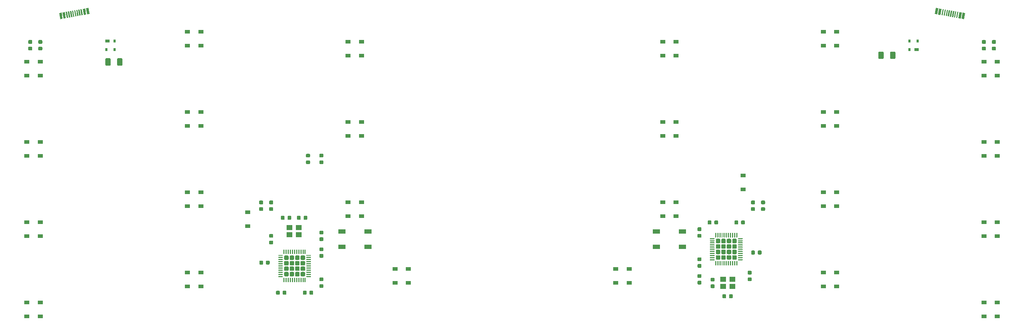
<source format=gbp>
G04 #@! TF.GenerationSoftware,KiCad,Pcbnew,(5.1.2)-1*
G04 #@! TF.CreationDate,2019-06-25T21:43:09+09:00*
G04 #@! TF.ProjectId,Orbit,4f726269-742e-46b6-9963-61645f706362,rev?*
G04 #@! TF.SameCoordinates,Original*
G04 #@! TF.FileFunction,Paste,Bot*
G04 #@! TF.FilePolarity,Positive*
%FSLAX46Y46*%
G04 Gerber Fmt 4.6, Leading zero omitted, Abs format (unit mm)*
G04 Created by KiCad (PCBNEW (5.1.2)-1) date 2019-06-25 21:43:09*
%MOMM*%
%LPD*%
G04 APERTURE LIST*
%ADD10C,0.100000*%
%ADD11C,0.875000*%
%ADD12R,1.400000X1.200000*%
%ADD13C,1.050000*%
%ADD14C,0.250000*%
%ADD15C,1.250000*%
%ADD16R,1.200000X0.900000*%
%ADD17C,0.300000*%
%ADD18C,0.600000*%
%ADD19R,0.600000X0.700000*%
%ADD20R,1.000000X0.700000*%
%ADD21R,1.800000X1.100000*%
G04 APERTURE END LIST*
D10*
G36*
X207446441Y-97994803D02*
G01*
X207467676Y-97997953D01*
X207488500Y-98003169D01*
X207508712Y-98010401D01*
X207528118Y-98019580D01*
X207546531Y-98030616D01*
X207563774Y-98043404D01*
X207579680Y-98057820D01*
X207594096Y-98073726D01*
X207606884Y-98090969D01*
X207617920Y-98109382D01*
X207627099Y-98128788D01*
X207634331Y-98149000D01*
X207639547Y-98169824D01*
X207642697Y-98191059D01*
X207643750Y-98212500D01*
X207643750Y-98650000D01*
X207642697Y-98671441D01*
X207639547Y-98692676D01*
X207634331Y-98713500D01*
X207627099Y-98733712D01*
X207617920Y-98753118D01*
X207606884Y-98771531D01*
X207594096Y-98788774D01*
X207579680Y-98804680D01*
X207563774Y-98819096D01*
X207546531Y-98831884D01*
X207528118Y-98842920D01*
X207508712Y-98852099D01*
X207488500Y-98859331D01*
X207467676Y-98864547D01*
X207446441Y-98867697D01*
X207425000Y-98868750D01*
X206912500Y-98868750D01*
X206891059Y-98867697D01*
X206869824Y-98864547D01*
X206849000Y-98859331D01*
X206828788Y-98852099D01*
X206809382Y-98842920D01*
X206790969Y-98831884D01*
X206773726Y-98819096D01*
X206757820Y-98804680D01*
X206743404Y-98788774D01*
X206730616Y-98771531D01*
X206719580Y-98753118D01*
X206710401Y-98733712D01*
X206703169Y-98713500D01*
X206697953Y-98692676D01*
X206694803Y-98671441D01*
X206693750Y-98650000D01*
X206693750Y-98212500D01*
X206694803Y-98191059D01*
X206697953Y-98169824D01*
X206703169Y-98149000D01*
X206710401Y-98128788D01*
X206719580Y-98109382D01*
X206730616Y-98090969D01*
X206743404Y-98073726D01*
X206757820Y-98057820D01*
X206773726Y-98043404D01*
X206790969Y-98030616D01*
X206809382Y-98019580D01*
X206828788Y-98010401D01*
X206849000Y-98003169D01*
X206869824Y-97997953D01*
X206891059Y-97994803D01*
X206912500Y-97993750D01*
X207425000Y-97993750D01*
X207446441Y-97994803D01*
X207446441Y-97994803D01*
G37*
D11*
X207168750Y-98431250D03*
D10*
G36*
X207446441Y-99569803D02*
G01*
X207467676Y-99572953D01*
X207488500Y-99578169D01*
X207508712Y-99585401D01*
X207528118Y-99594580D01*
X207546531Y-99605616D01*
X207563774Y-99618404D01*
X207579680Y-99632820D01*
X207594096Y-99648726D01*
X207606884Y-99665969D01*
X207617920Y-99684382D01*
X207627099Y-99703788D01*
X207634331Y-99724000D01*
X207639547Y-99744824D01*
X207642697Y-99766059D01*
X207643750Y-99787500D01*
X207643750Y-100225000D01*
X207642697Y-100246441D01*
X207639547Y-100267676D01*
X207634331Y-100288500D01*
X207627099Y-100308712D01*
X207617920Y-100328118D01*
X207606884Y-100346531D01*
X207594096Y-100363774D01*
X207579680Y-100379680D01*
X207563774Y-100394096D01*
X207546531Y-100406884D01*
X207528118Y-100417920D01*
X207508712Y-100427099D01*
X207488500Y-100434331D01*
X207467676Y-100439547D01*
X207446441Y-100442697D01*
X207425000Y-100443750D01*
X206912500Y-100443750D01*
X206891059Y-100442697D01*
X206869824Y-100439547D01*
X206849000Y-100434331D01*
X206828788Y-100427099D01*
X206809382Y-100417920D01*
X206790969Y-100406884D01*
X206773726Y-100394096D01*
X206757820Y-100379680D01*
X206743404Y-100363774D01*
X206730616Y-100346531D01*
X206719580Y-100328118D01*
X206710401Y-100308712D01*
X206703169Y-100288500D01*
X206697953Y-100267676D01*
X206694803Y-100246441D01*
X206693750Y-100225000D01*
X206693750Y-99787500D01*
X206694803Y-99766059D01*
X206697953Y-99744824D01*
X206703169Y-99724000D01*
X206710401Y-99703788D01*
X206719580Y-99684382D01*
X206730616Y-99665969D01*
X206743404Y-99648726D01*
X206757820Y-99632820D01*
X206773726Y-99618404D01*
X206790969Y-99605616D01*
X206809382Y-99594580D01*
X206828788Y-99585401D01*
X206849000Y-99578169D01*
X206869824Y-99572953D01*
X206891059Y-99569803D01*
X206912500Y-99568750D01*
X207425000Y-99568750D01*
X207446441Y-99569803D01*
X207446441Y-99569803D01*
G37*
D11*
X207168750Y-100006250D03*
D10*
G36*
X117752691Y-87676053D02*
G01*
X117773926Y-87679203D01*
X117794750Y-87684419D01*
X117814962Y-87691651D01*
X117834368Y-87700830D01*
X117852781Y-87711866D01*
X117870024Y-87724654D01*
X117885930Y-87739070D01*
X117900346Y-87754976D01*
X117913134Y-87772219D01*
X117924170Y-87790632D01*
X117933349Y-87810038D01*
X117940581Y-87830250D01*
X117945797Y-87851074D01*
X117948947Y-87872309D01*
X117950000Y-87893750D01*
X117950000Y-88331250D01*
X117948947Y-88352691D01*
X117945797Y-88373926D01*
X117940581Y-88394750D01*
X117933349Y-88414962D01*
X117924170Y-88434368D01*
X117913134Y-88452781D01*
X117900346Y-88470024D01*
X117885930Y-88485930D01*
X117870024Y-88500346D01*
X117852781Y-88513134D01*
X117834368Y-88524170D01*
X117814962Y-88533349D01*
X117794750Y-88540581D01*
X117773926Y-88545797D01*
X117752691Y-88548947D01*
X117731250Y-88550000D01*
X117218750Y-88550000D01*
X117197309Y-88548947D01*
X117176074Y-88545797D01*
X117155250Y-88540581D01*
X117135038Y-88533349D01*
X117115632Y-88524170D01*
X117097219Y-88513134D01*
X117079976Y-88500346D01*
X117064070Y-88485930D01*
X117049654Y-88470024D01*
X117036866Y-88452781D01*
X117025830Y-88434368D01*
X117016651Y-88414962D01*
X117009419Y-88394750D01*
X117004203Y-88373926D01*
X117001053Y-88352691D01*
X117000000Y-88331250D01*
X117000000Y-87893750D01*
X117001053Y-87872309D01*
X117004203Y-87851074D01*
X117009419Y-87830250D01*
X117016651Y-87810038D01*
X117025830Y-87790632D01*
X117036866Y-87772219D01*
X117049654Y-87754976D01*
X117064070Y-87739070D01*
X117079976Y-87724654D01*
X117097219Y-87711866D01*
X117115632Y-87700830D01*
X117135038Y-87691651D01*
X117155250Y-87684419D01*
X117176074Y-87679203D01*
X117197309Y-87676053D01*
X117218750Y-87675000D01*
X117731250Y-87675000D01*
X117752691Y-87676053D01*
X117752691Y-87676053D01*
G37*
D11*
X117475000Y-88112500D03*
D10*
G36*
X117752691Y-89251053D02*
G01*
X117773926Y-89254203D01*
X117794750Y-89259419D01*
X117814962Y-89266651D01*
X117834368Y-89275830D01*
X117852781Y-89286866D01*
X117870024Y-89299654D01*
X117885930Y-89314070D01*
X117900346Y-89329976D01*
X117913134Y-89347219D01*
X117924170Y-89365632D01*
X117933349Y-89385038D01*
X117940581Y-89405250D01*
X117945797Y-89426074D01*
X117948947Y-89447309D01*
X117950000Y-89468750D01*
X117950000Y-89906250D01*
X117948947Y-89927691D01*
X117945797Y-89948926D01*
X117940581Y-89969750D01*
X117933349Y-89989962D01*
X117924170Y-90009368D01*
X117913134Y-90027781D01*
X117900346Y-90045024D01*
X117885930Y-90060930D01*
X117870024Y-90075346D01*
X117852781Y-90088134D01*
X117834368Y-90099170D01*
X117814962Y-90108349D01*
X117794750Y-90115581D01*
X117773926Y-90120797D01*
X117752691Y-90123947D01*
X117731250Y-90125000D01*
X117218750Y-90125000D01*
X117197309Y-90123947D01*
X117176074Y-90120797D01*
X117155250Y-90115581D01*
X117135038Y-90108349D01*
X117115632Y-90099170D01*
X117097219Y-90088134D01*
X117079976Y-90075346D01*
X117064070Y-90060930D01*
X117049654Y-90045024D01*
X117036866Y-90027781D01*
X117025830Y-90009368D01*
X117016651Y-89989962D01*
X117009419Y-89969750D01*
X117004203Y-89948926D01*
X117001053Y-89927691D01*
X117000000Y-89906250D01*
X117000000Y-89468750D01*
X117001053Y-89447309D01*
X117004203Y-89426074D01*
X117009419Y-89405250D01*
X117016651Y-89385038D01*
X117025830Y-89365632D01*
X117036866Y-89347219D01*
X117049654Y-89329976D01*
X117064070Y-89314070D01*
X117079976Y-89299654D01*
X117097219Y-89286866D01*
X117115632Y-89275830D01*
X117135038Y-89266651D01*
X117155250Y-89259419D01*
X117176074Y-89254203D01*
X117197309Y-89251053D01*
X117218750Y-89250000D01*
X117731250Y-89250000D01*
X117752691Y-89251053D01*
X117752691Y-89251053D01*
G37*
D11*
X117475000Y-89687500D03*
D10*
G36*
X277296441Y-44007303D02*
G01*
X277317676Y-44010453D01*
X277338500Y-44015669D01*
X277358712Y-44022901D01*
X277378118Y-44032080D01*
X277396531Y-44043116D01*
X277413774Y-44055904D01*
X277429680Y-44070320D01*
X277444096Y-44086226D01*
X277456884Y-44103469D01*
X277467920Y-44121882D01*
X277477099Y-44141288D01*
X277484331Y-44161500D01*
X277489547Y-44182324D01*
X277492697Y-44203559D01*
X277493750Y-44225000D01*
X277493750Y-44662500D01*
X277492697Y-44683941D01*
X277489547Y-44705176D01*
X277484331Y-44726000D01*
X277477099Y-44746212D01*
X277467920Y-44765618D01*
X277456884Y-44784031D01*
X277444096Y-44801274D01*
X277429680Y-44817180D01*
X277413774Y-44831596D01*
X277396531Y-44844384D01*
X277378118Y-44855420D01*
X277358712Y-44864599D01*
X277338500Y-44871831D01*
X277317676Y-44877047D01*
X277296441Y-44880197D01*
X277275000Y-44881250D01*
X276762500Y-44881250D01*
X276741059Y-44880197D01*
X276719824Y-44877047D01*
X276699000Y-44871831D01*
X276678788Y-44864599D01*
X276659382Y-44855420D01*
X276640969Y-44844384D01*
X276623726Y-44831596D01*
X276607820Y-44817180D01*
X276593404Y-44801274D01*
X276580616Y-44784031D01*
X276569580Y-44765618D01*
X276560401Y-44746212D01*
X276553169Y-44726000D01*
X276547953Y-44705176D01*
X276544803Y-44683941D01*
X276543750Y-44662500D01*
X276543750Y-44225000D01*
X276544803Y-44203559D01*
X276547953Y-44182324D01*
X276553169Y-44161500D01*
X276560401Y-44141288D01*
X276569580Y-44121882D01*
X276580616Y-44103469D01*
X276593404Y-44086226D01*
X276607820Y-44070320D01*
X276623726Y-44055904D01*
X276640969Y-44043116D01*
X276659382Y-44032080D01*
X276678788Y-44022901D01*
X276699000Y-44015669D01*
X276719824Y-44010453D01*
X276741059Y-44007303D01*
X276762500Y-44006250D01*
X277275000Y-44006250D01*
X277296441Y-44007303D01*
X277296441Y-44007303D01*
G37*
D11*
X277018750Y-44443750D03*
D10*
G36*
X277296441Y-42432303D02*
G01*
X277317676Y-42435453D01*
X277338500Y-42440669D01*
X277358712Y-42447901D01*
X277378118Y-42457080D01*
X277396531Y-42468116D01*
X277413774Y-42480904D01*
X277429680Y-42495320D01*
X277444096Y-42511226D01*
X277456884Y-42528469D01*
X277467920Y-42546882D01*
X277477099Y-42566288D01*
X277484331Y-42586500D01*
X277489547Y-42607324D01*
X277492697Y-42628559D01*
X277493750Y-42650000D01*
X277493750Y-43087500D01*
X277492697Y-43108941D01*
X277489547Y-43130176D01*
X277484331Y-43151000D01*
X277477099Y-43171212D01*
X277467920Y-43190618D01*
X277456884Y-43209031D01*
X277444096Y-43226274D01*
X277429680Y-43242180D01*
X277413774Y-43256596D01*
X277396531Y-43269384D01*
X277378118Y-43280420D01*
X277358712Y-43289599D01*
X277338500Y-43296831D01*
X277317676Y-43302047D01*
X277296441Y-43305197D01*
X277275000Y-43306250D01*
X276762500Y-43306250D01*
X276741059Y-43305197D01*
X276719824Y-43302047D01*
X276699000Y-43296831D01*
X276678788Y-43289599D01*
X276659382Y-43280420D01*
X276640969Y-43269384D01*
X276623726Y-43256596D01*
X276607820Y-43242180D01*
X276593404Y-43226274D01*
X276580616Y-43209031D01*
X276569580Y-43190618D01*
X276560401Y-43171212D01*
X276553169Y-43151000D01*
X276547953Y-43130176D01*
X276544803Y-43108941D01*
X276543750Y-43087500D01*
X276543750Y-42650000D01*
X276544803Y-42628559D01*
X276547953Y-42607324D01*
X276553169Y-42586500D01*
X276560401Y-42566288D01*
X276569580Y-42546882D01*
X276580616Y-42528469D01*
X276593404Y-42511226D01*
X276607820Y-42495320D01*
X276623726Y-42480904D01*
X276640969Y-42468116D01*
X276659382Y-42457080D01*
X276678788Y-42447901D01*
X276699000Y-42440669D01*
X276719824Y-42435453D01*
X276741059Y-42432303D01*
X276762500Y-42431250D01*
X277275000Y-42431250D01*
X277296441Y-42432303D01*
X277296441Y-42432303D01*
G37*
D11*
X277018750Y-42868750D03*
D10*
G36*
X274915191Y-44007303D02*
G01*
X274936426Y-44010453D01*
X274957250Y-44015669D01*
X274977462Y-44022901D01*
X274996868Y-44032080D01*
X275015281Y-44043116D01*
X275032524Y-44055904D01*
X275048430Y-44070320D01*
X275062846Y-44086226D01*
X275075634Y-44103469D01*
X275086670Y-44121882D01*
X275095849Y-44141288D01*
X275103081Y-44161500D01*
X275108297Y-44182324D01*
X275111447Y-44203559D01*
X275112500Y-44225000D01*
X275112500Y-44662500D01*
X275111447Y-44683941D01*
X275108297Y-44705176D01*
X275103081Y-44726000D01*
X275095849Y-44746212D01*
X275086670Y-44765618D01*
X275075634Y-44784031D01*
X275062846Y-44801274D01*
X275048430Y-44817180D01*
X275032524Y-44831596D01*
X275015281Y-44844384D01*
X274996868Y-44855420D01*
X274977462Y-44864599D01*
X274957250Y-44871831D01*
X274936426Y-44877047D01*
X274915191Y-44880197D01*
X274893750Y-44881250D01*
X274381250Y-44881250D01*
X274359809Y-44880197D01*
X274338574Y-44877047D01*
X274317750Y-44871831D01*
X274297538Y-44864599D01*
X274278132Y-44855420D01*
X274259719Y-44844384D01*
X274242476Y-44831596D01*
X274226570Y-44817180D01*
X274212154Y-44801274D01*
X274199366Y-44784031D01*
X274188330Y-44765618D01*
X274179151Y-44746212D01*
X274171919Y-44726000D01*
X274166703Y-44705176D01*
X274163553Y-44683941D01*
X274162500Y-44662500D01*
X274162500Y-44225000D01*
X274163553Y-44203559D01*
X274166703Y-44182324D01*
X274171919Y-44161500D01*
X274179151Y-44141288D01*
X274188330Y-44121882D01*
X274199366Y-44103469D01*
X274212154Y-44086226D01*
X274226570Y-44070320D01*
X274242476Y-44055904D01*
X274259719Y-44043116D01*
X274278132Y-44032080D01*
X274297538Y-44022901D01*
X274317750Y-44015669D01*
X274338574Y-44010453D01*
X274359809Y-44007303D01*
X274381250Y-44006250D01*
X274893750Y-44006250D01*
X274915191Y-44007303D01*
X274915191Y-44007303D01*
G37*
D11*
X274637500Y-44443750D03*
D10*
G36*
X274915191Y-42432303D02*
G01*
X274936426Y-42435453D01*
X274957250Y-42440669D01*
X274977462Y-42447901D01*
X274996868Y-42457080D01*
X275015281Y-42468116D01*
X275032524Y-42480904D01*
X275048430Y-42495320D01*
X275062846Y-42511226D01*
X275075634Y-42528469D01*
X275086670Y-42546882D01*
X275095849Y-42566288D01*
X275103081Y-42586500D01*
X275108297Y-42607324D01*
X275111447Y-42628559D01*
X275112500Y-42650000D01*
X275112500Y-43087500D01*
X275111447Y-43108941D01*
X275108297Y-43130176D01*
X275103081Y-43151000D01*
X275095849Y-43171212D01*
X275086670Y-43190618D01*
X275075634Y-43209031D01*
X275062846Y-43226274D01*
X275048430Y-43242180D01*
X275032524Y-43256596D01*
X275015281Y-43269384D01*
X274996868Y-43280420D01*
X274977462Y-43289599D01*
X274957250Y-43296831D01*
X274936426Y-43302047D01*
X274915191Y-43305197D01*
X274893750Y-43306250D01*
X274381250Y-43306250D01*
X274359809Y-43305197D01*
X274338574Y-43302047D01*
X274317750Y-43296831D01*
X274297538Y-43289599D01*
X274278132Y-43280420D01*
X274259719Y-43269384D01*
X274242476Y-43256596D01*
X274226570Y-43242180D01*
X274212154Y-43226274D01*
X274199366Y-43209031D01*
X274188330Y-43190618D01*
X274179151Y-43171212D01*
X274171919Y-43151000D01*
X274166703Y-43130176D01*
X274163553Y-43108941D01*
X274162500Y-43087500D01*
X274162500Y-42650000D01*
X274163553Y-42628559D01*
X274166703Y-42607324D01*
X274171919Y-42586500D01*
X274179151Y-42566288D01*
X274188330Y-42546882D01*
X274199366Y-42528469D01*
X274212154Y-42511226D01*
X274226570Y-42495320D01*
X274242476Y-42480904D01*
X274259719Y-42468116D01*
X274278132Y-42457080D01*
X274297538Y-42447901D01*
X274317750Y-42440669D01*
X274338574Y-42435453D01*
X274359809Y-42432303D01*
X274381250Y-42431250D01*
X274893750Y-42431250D01*
X274915191Y-42432303D01*
X274915191Y-42432303D01*
G37*
D11*
X274637500Y-42868750D03*
D10*
G36*
X220146441Y-82107303D02*
G01*
X220167676Y-82110453D01*
X220188500Y-82115669D01*
X220208712Y-82122901D01*
X220228118Y-82132080D01*
X220246531Y-82143116D01*
X220263774Y-82155904D01*
X220279680Y-82170320D01*
X220294096Y-82186226D01*
X220306884Y-82203469D01*
X220317920Y-82221882D01*
X220327099Y-82241288D01*
X220334331Y-82261500D01*
X220339547Y-82282324D01*
X220342697Y-82303559D01*
X220343750Y-82325000D01*
X220343750Y-82762500D01*
X220342697Y-82783941D01*
X220339547Y-82805176D01*
X220334331Y-82826000D01*
X220327099Y-82846212D01*
X220317920Y-82865618D01*
X220306884Y-82884031D01*
X220294096Y-82901274D01*
X220279680Y-82917180D01*
X220263774Y-82931596D01*
X220246531Y-82944384D01*
X220228118Y-82955420D01*
X220208712Y-82964599D01*
X220188500Y-82971831D01*
X220167676Y-82977047D01*
X220146441Y-82980197D01*
X220125000Y-82981250D01*
X219612500Y-82981250D01*
X219591059Y-82980197D01*
X219569824Y-82977047D01*
X219549000Y-82971831D01*
X219528788Y-82964599D01*
X219509382Y-82955420D01*
X219490969Y-82944384D01*
X219473726Y-82931596D01*
X219457820Y-82917180D01*
X219443404Y-82901274D01*
X219430616Y-82884031D01*
X219419580Y-82865618D01*
X219410401Y-82846212D01*
X219403169Y-82826000D01*
X219397953Y-82805176D01*
X219394803Y-82783941D01*
X219393750Y-82762500D01*
X219393750Y-82325000D01*
X219394803Y-82303559D01*
X219397953Y-82282324D01*
X219403169Y-82261500D01*
X219410401Y-82241288D01*
X219419580Y-82221882D01*
X219430616Y-82203469D01*
X219443404Y-82186226D01*
X219457820Y-82170320D01*
X219473726Y-82155904D01*
X219490969Y-82143116D01*
X219509382Y-82132080D01*
X219528788Y-82122901D01*
X219549000Y-82115669D01*
X219569824Y-82110453D01*
X219591059Y-82107303D01*
X219612500Y-82106250D01*
X220125000Y-82106250D01*
X220146441Y-82107303D01*
X220146441Y-82107303D01*
G37*
D11*
X219868750Y-82543750D03*
D10*
G36*
X220146441Y-80532303D02*
G01*
X220167676Y-80535453D01*
X220188500Y-80540669D01*
X220208712Y-80547901D01*
X220228118Y-80557080D01*
X220246531Y-80568116D01*
X220263774Y-80580904D01*
X220279680Y-80595320D01*
X220294096Y-80611226D01*
X220306884Y-80628469D01*
X220317920Y-80646882D01*
X220327099Y-80666288D01*
X220334331Y-80686500D01*
X220339547Y-80707324D01*
X220342697Y-80728559D01*
X220343750Y-80750000D01*
X220343750Y-81187500D01*
X220342697Y-81208941D01*
X220339547Y-81230176D01*
X220334331Y-81251000D01*
X220327099Y-81271212D01*
X220317920Y-81290618D01*
X220306884Y-81309031D01*
X220294096Y-81326274D01*
X220279680Y-81342180D01*
X220263774Y-81356596D01*
X220246531Y-81369384D01*
X220228118Y-81380420D01*
X220208712Y-81389599D01*
X220188500Y-81396831D01*
X220167676Y-81402047D01*
X220146441Y-81405197D01*
X220125000Y-81406250D01*
X219612500Y-81406250D01*
X219591059Y-81405197D01*
X219569824Y-81402047D01*
X219549000Y-81396831D01*
X219528788Y-81389599D01*
X219509382Y-81380420D01*
X219490969Y-81369384D01*
X219473726Y-81356596D01*
X219457820Y-81342180D01*
X219443404Y-81326274D01*
X219430616Y-81309031D01*
X219419580Y-81290618D01*
X219410401Y-81271212D01*
X219403169Y-81251000D01*
X219397953Y-81230176D01*
X219394803Y-81208941D01*
X219393750Y-81187500D01*
X219393750Y-80750000D01*
X219394803Y-80728559D01*
X219397953Y-80707324D01*
X219403169Y-80686500D01*
X219410401Y-80666288D01*
X219419580Y-80646882D01*
X219430616Y-80628469D01*
X219443404Y-80611226D01*
X219457820Y-80595320D01*
X219473726Y-80580904D01*
X219490969Y-80568116D01*
X219509382Y-80557080D01*
X219528788Y-80547901D01*
X219549000Y-80540669D01*
X219569824Y-80535453D01*
X219591059Y-80532303D01*
X219612500Y-80531250D01*
X220125000Y-80531250D01*
X220146441Y-80532303D01*
X220146441Y-80532303D01*
G37*
D11*
X219868750Y-80968750D03*
D10*
G36*
X222527691Y-82107303D02*
G01*
X222548926Y-82110453D01*
X222569750Y-82115669D01*
X222589962Y-82122901D01*
X222609368Y-82132080D01*
X222627781Y-82143116D01*
X222645024Y-82155904D01*
X222660930Y-82170320D01*
X222675346Y-82186226D01*
X222688134Y-82203469D01*
X222699170Y-82221882D01*
X222708349Y-82241288D01*
X222715581Y-82261500D01*
X222720797Y-82282324D01*
X222723947Y-82303559D01*
X222725000Y-82325000D01*
X222725000Y-82762500D01*
X222723947Y-82783941D01*
X222720797Y-82805176D01*
X222715581Y-82826000D01*
X222708349Y-82846212D01*
X222699170Y-82865618D01*
X222688134Y-82884031D01*
X222675346Y-82901274D01*
X222660930Y-82917180D01*
X222645024Y-82931596D01*
X222627781Y-82944384D01*
X222609368Y-82955420D01*
X222589962Y-82964599D01*
X222569750Y-82971831D01*
X222548926Y-82977047D01*
X222527691Y-82980197D01*
X222506250Y-82981250D01*
X221993750Y-82981250D01*
X221972309Y-82980197D01*
X221951074Y-82977047D01*
X221930250Y-82971831D01*
X221910038Y-82964599D01*
X221890632Y-82955420D01*
X221872219Y-82944384D01*
X221854976Y-82931596D01*
X221839070Y-82917180D01*
X221824654Y-82901274D01*
X221811866Y-82884031D01*
X221800830Y-82865618D01*
X221791651Y-82846212D01*
X221784419Y-82826000D01*
X221779203Y-82805176D01*
X221776053Y-82783941D01*
X221775000Y-82762500D01*
X221775000Y-82325000D01*
X221776053Y-82303559D01*
X221779203Y-82282324D01*
X221784419Y-82261500D01*
X221791651Y-82241288D01*
X221800830Y-82221882D01*
X221811866Y-82203469D01*
X221824654Y-82186226D01*
X221839070Y-82170320D01*
X221854976Y-82155904D01*
X221872219Y-82143116D01*
X221890632Y-82132080D01*
X221910038Y-82122901D01*
X221930250Y-82115669D01*
X221951074Y-82110453D01*
X221972309Y-82107303D01*
X221993750Y-82106250D01*
X222506250Y-82106250D01*
X222527691Y-82107303D01*
X222527691Y-82107303D01*
G37*
D11*
X222250000Y-82543750D03*
D10*
G36*
X222527691Y-80532303D02*
G01*
X222548926Y-80535453D01*
X222569750Y-80540669D01*
X222589962Y-80547901D01*
X222609368Y-80557080D01*
X222627781Y-80568116D01*
X222645024Y-80580904D01*
X222660930Y-80595320D01*
X222675346Y-80611226D01*
X222688134Y-80628469D01*
X222699170Y-80646882D01*
X222708349Y-80666288D01*
X222715581Y-80686500D01*
X222720797Y-80707324D01*
X222723947Y-80728559D01*
X222725000Y-80750000D01*
X222725000Y-81187500D01*
X222723947Y-81208941D01*
X222720797Y-81230176D01*
X222715581Y-81251000D01*
X222708349Y-81271212D01*
X222699170Y-81290618D01*
X222688134Y-81309031D01*
X222675346Y-81326274D01*
X222660930Y-81342180D01*
X222645024Y-81356596D01*
X222627781Y-81369384D01*
X222609368Y-81380420D01*
X222589962Y-81389599D01*
X222569750Y-81396831D01*
X222548926Y-81402047D01*
X222527691Y-81405197D01*
X222506250Y-81406250D01*
X221993750Y-81406250D01*
X221972309Y-81405197D01*
X221951074Y-81402047D01*
X221930250Y-81396831D01*
X221910038Y-81389599D01*
X221890632Y-81380420D01*
X221872219Y-81369384D01*
X221854976Y-81356596D01*
X221839070Y-81342180D01*
X221824654Y-81326274D01*
X221811866Y-81309031D01*
X221800830Y-81290618D01*
X221791651Y-81271212D01*
X221784419Y-81251000D01*
X221779203Y-81230176D01*
X221776053Y-81208941D01*
X221775000Y-81187500D01*
X221775000Y-80750000D01*
X221776053Y-80728559D01*
X221779203Y-80707324D01*
X221784419Y-80686500D01*
X221791651Y-80666288D01*
X221800830Y-80646882D01*
X221811866Y-80628469D01*
X221824654Y-80611226D01*
X221839070Y-80595320D01*
X221854976Y-80580904D01*
X221872219Y-80568116D01*
X221890632Y-80557080D01*
X221910038Y-80547901D01*
X221930250Y-80540669D01*
X221951074Y-80535453D01*
X221972309Y-80532303D01*
X221993750Y-80531250D01*
X222506250Y-80531250D01*
X222527691Y-80532303D01*
X222527691Y-80532303D01*
G37*
D11*
X222250000Y-80968750D03*
D10*
G36*
X207446441Y-86882303D02*
G01*
X207467676Y-86885453D01*
X207488500Y-86890669D01*
X207508712Y-86897901D01*
X207528118Y-86907080D01*
X207546531Y-86918116D01*
X207563774Y-86930904D01*
X207579680Y-86945320D01*
X207594096Y-86961226D01*
X207606884Y-86978469D01*
X207617920Y-86996882D01*
X207627099Y-87016288D01*
X207634331Y-87036500D01*
X207639547Y-87057324D01*
X207642697Y-87078559D01*
X207643750Y-87100000D01*
X207643750Y-87537500D01*
X207642697Y-87558941D01*
X207639547Y-87580176D01*
X207634331Y-87601000D01*
X207627099Y-87621212D01*
X207617920Y-87640618D01*
X207606884Y-87659031D01*
X207594096Y-87676274D01*
X207579680Y-87692180D01*
X207563774Y-87706596D01*
X207546531Y-87719384D01*
X207528118Y-87730420D01*
X207508712Y-87739599D01*
X207488500Y-87746831D01*
X207467676Y-87752047D01*
X207446441Y-87755197D01*
X207425000Y-87756250D01*
X206912500Y-87756250D01*
X206891059Y-87755197D01*
X206869824Y-87752047D01*
X206849000Y-87746831D01*
X206828788Y-87739599D01*
X206809382Y-87730420D01*
X206790969Y-87719384D01*
X206773726Y-87706596D01*
X206757820Y-87692180D01*
X206743404Y-87676274D01*
X206730616Y-87659031D01*
X206719580Y-87640618D01*
X206710401Y-87621212D01*
X206703169Y-87601000D01*
X206697953Y-87580176D01*
X206694803Y-87558941D01*
X206693750Y-87537500D01*
X206693750Y-87100000D01*
X206694803Y-87078559D01*
X206697953Y-87057324D01*
X206703169Y-87036500D01*
X206710401Y-87016288D01*
X206719580Y-86996882D01*
X206730616Y-86978469D01*
X206743404Y-86961226D01*
X206757820Y-86945320D01*
X206773726Y-86930904D01*
X206790969Y-86918116D01*
X206809382Y-86907080D01*
X206828788Y-86897901D01*
X206849000Y-86890669D01*
X206869824Y-86885453D01*
X206891059Y-86882303D01*
X206912500Y-86881250D01*
X207425000Y-86881250D01*
X207446441Y-86882303D01*
X207446441Y-86882303D01*
G37*
D11*
X207168750Y-87318750D03*
D10*
G36*
X207446441Y-88457303D02*
G01*
X207467676Y-88460453D01*
X207488500Y-88465669D01*
X207508712Y-88472901D01*
X207528118Y-88482080D01*
X207546531Y-88493116D01*
X207563774Y-88505904D01*
X207579680Y-88520320D01*
X207594096Y-88536226D01*
X207606884Y-88553469D01*
X207617920Y-88571882D01*
X207627099Y-88591288D01*
X207634331Y-88611500D01*
X207639547Y-88632324D01*
X207642697Y-88653559D01*
X207643750Y-88675000D01*
X207643750Y-89112500D01*
X207642697Y-89133941D01*
X207639547Y-89155176D01*
X207634331Y-89176000D01*
X207627099Y-89196212D01*
X207617920Y-89215618D01*
X207606884Y-89234031D01*
X207594096Y-89251274D01*
X207579680Y-89267180D01*
X207563774Y-89281596D01*
X207546531Y-89294384D01*
X207528118Y-89305420D01*
X207508712Y-89314599D01*
X207488500Y-89321831D01*
X207467676Y-89327047D01*
X207446441Y-89330197D01*
X207425000Y-89331250D01*
X206912500Y-89331250D01*
X206891059Y-89330197D01*
X206869824Y-89327047D01*
X206849000Y-89321831D01*
X206828788Y-89314599D01*
X206809382Y-89305420D01*
X206790969Y-89294384D01*
X206773726Y-89281596D01*
X206757820Y-89267180D01*
X206743404Y-89251274D01*
X206730616Y-89234031D01*
X206719580Y-89215618D01*
X206710401Y-89196212D01*
X206703169Y-89176000D01*
X206697953Y-89155176D01*
X206694803Y-89133941D01*
X206693750Y-89112500D01*
X206693750Y-88675000D01*
X206694803Y-88653559D01*
X206697953Y-88632324D01*
X206703169Y-88611500D01*
X206710401Y-88591288D01*
X206719580Y-88571882D01*
X206730616Y-88553469D01*
X206743404Y-88536226D01*
X206757820Y-88520320D01*
X206773726Y-88505904D01*
X206790969Y-88493116D01*
X206809382Y-88482080D01*
X206828788Y-88472901D01*
X206849000Y-88465669D01*
X206869824Y-88460453D01*
X206891059Y-88457303D01*
X206912500Y-88456250D01*
X207425000Y-88456250D01*
X207446441Y-88457303D01*
X207446441Y-88457303D01*
G37*
D11*
X207168750Y-88893750D03*
D10*
G36*
X51077691Y-42432303D02*
G01*
X51098926Y-42435453D01*
X51119750Y-42440669D01*
X51139962Y-42447901D01*
X51159368Y-42457080D01*
X51177781Y-42468116D01*
X51195024Y-42480904D01*
X51210930Y-42495320D01*
X51225346Y-42511226D01*
X51238134Y-42528469D01*
X51249170Y-42546882D01*
X51258349Y-42566288D01*
X51265581Y-42586500D01*
X51270797Y-42607324D01*
X51273947Y-42628559D01*
X51275000Y-42650000D01*
X51275000Y-43087500D01*
X51273947Y-43108941D01*
X51270797Y-43130176D01*
X51265581Y-43151000D01*
X51258349Y-43171212D01*
X51249170Y-43190618D01*
X51238134Y-43209031D01*
X51225346Y-43226274D01*
X51210930Y-43242180D01*
X51195024Y-43256596D01*
X51177781Y-43269384D01*
X51159368Y-43280420D01*
X51139962Y-43289599D01*
X51119750Y-43296831D01*
X51098926Y-43302047D01*
X51077691Y-43305197D01*
X51056250Y-43306250D01*
X50543750Y-43306250D01*
X50522309Y-43305197D01*
X50501074Y-43302047D01*
X50480250Y-43296831D01*
X50460038Y-43289599D01*
X50440632Y-43280420D01*
X50422219Y-43269384D01*
X50404976Y-43256596D01*
X50389070Y-43242180D01*
X50374654Y-43226274D01*
X50361866Y-43209031D01*
X50350830Y-43190618D01*
X50341651Y-43171212D01*
X50334419Y-43151000D01*
X50329203Y-43130176D01*
X50326053Y-43108941D01*
X50325000Y-43087500D01*
X50325000Y-42650000D01*
X50326053Y-42628559D01*
X50329203Y-42607324D01*
X50334419Y-42586500D01*
X50341651Y-42566288D01*
X50350830Y-42546882D01*
X50361866Y-42528469D01*
X50374654Y-42511226D01*
X50389070Y-42495320D01*
X50404976Y-42480904D01*
X50422219Y-42468116D01*
X50440632Y-42457080D01*
X50460038Y-42447901D01*
X50480250Y-42440669D01*
X50501074Y-42435453D01*
X50522309Y-42432303D01*
X50543750Y-42431250D01*
X51056250Y-42431250D01*
X51077691Y-42432303D01*
X51077691Y-42432303D01*
G37*
D11*
X50800000Y-42868750D03*
D10*
G36*
X51077691Y-44007303D02*
G01*
X51098926Y-44010453D01*
X51119750Y-44015669D01*
X51139962Y-44022901D01*
X51159368Y-44032080D01*
X51177781Y-44043116D01*
X51195024Y-44055904D01*
X51210930Y-44070320D01*
X51225346Y-44086226D01*
X51238134Y-44103469D01*
X51249170Y-44121882D01*
X51258349Y-44141288D01*
X51265581Y-44161500D01*
X51270797Y-44182324D01*
X51273947Y-44203559D01*
X51275000Y-44225000D01*
X51275000Y-44662500D01*
X51273947Y-44683941D01*
X51270797Y-44705176D01*
X51265581Y-44726000D01*
X51258349Y-44746212D01*
X51249170Y-44765618D01*
X51238134Y-44784031D01*
X51225346Y-44801274D01*
X51210930Y-44817180D01*
X51195024Y-44831596D01*
X51177781Y-44844384D01*
X51159368Y-44855420D01*
X51139962Y-44864599D01*
X51119750Y-44871831D01*
X51098926Y-44877047D01*
X51077691Y-44880197D01*
X51056250Y-44881250D01*
X50543750Y-44881250D01*
X50522309Y-44880197D01*
X50501074Y-44877047D01*
X50480250Y-44871831D01*
X50460038Y-44864599D01*
X50440632Y-44855420D01*
X50422219Y-44844384D01*
X50404976Y-44831596D01*
X50389070Y-44817180D01*
X50374654Y-44801274D01*
X50361866Y-44784031D01*
X50350830Y-44765618D01*
X50341651Y-44746212D01*
X50334419Y-44726000D01*
X50329203Y-44705176D01*
X50326053Y-44683941D01*
X50325000Y-44662500D01*
X50325000Y-44225000D01*
X50326053Y-44203559D01*
X50329203Y-44182324D01*
X50334419Y-44161500D01*
X50341651Y-44141288D01*
X50350830Y-44121882D01*
X50361866Y-44103469D01*
X50374654Y-44086226D01*
X50389070Y-44070320D01*
X50404976Y-44055904D01*
X50422219Y-44043116D01*
X50440632Y-44032080D01*
X50460038Y-44022901D01*
X50480250Y-44015669D01*
X50501074Y-44010453D01*
X50522309Y-44007303D01*
X50543750Y-44006250D01*
X51056250Y-44006250D01*
X51077691Y-44007303D01*
X51077691Y-44007303D01*
G37*
D11*
X50800000Y-44443750D03*
D10*
G36*
X48696441Y-42432303D02*
G01*
X48717676Y-42435453D01*
X48738500Y-42440669D01*
X48758712Y-42447901D01*
X48778118Y-42457080D01*
X48796531Y-42468116D01*
X48813774Y-42480904D01*
X48829680Y-42495320D01*
X48844096Y-42511226D01*
X48856884Y-42528469D01*
X48867920Y-42546882D01*
X48877099Y-42566288D01*
X48884331Y-42586500D01*
X48889547Y-42607324D01*
X48892697Y-42628559D01*
X48893750Y-42650000D01*
X48893750Y-43087500D01*
X48892697Y-43108941D01*
X48889547Y-43130176D01*
X48884331Y-43151000D01*
X48877099Y-43171212D01*
X48867920Y-43190618D01*
X48856884Y-43209031D01*
X48844096Y-43226274D01*
X48829680Y-43242180D01*
X48813774Y-43256596D01*
X48796531Y-43269384D01*
X48778118Y-43280420D01*
X48758712Y-43289599D01*
X48738500Y-43296831D01*
X48717676Y-43302047D01*
X48696441Y-43305197D01*
X48675000Y-43306250D01*
X48162500Y-43306250D01*
X48141059Y-43305197D01*
X48119824Y-43302047D01*
X48099000Y-43296831D01*
X48078788Y-43289599D01*
X48059382Y-43280420D01*
X48040969Y-43269384D01*
X48023726Y-43256596D01*
X48007820Y-43242180D01*
X47993404Y-43226274D01*
X47980616Y-43209031D01*
X47969580Y-43190618D01*
X47960401Y-43171212D01*
X47953169Y-43151000D01*
X47947953Y-43130176D01*
X47944803Y-43108941D01*
X47943750Y-43087500D01*
X47943750Y-42650000D01*
X47944803Y-42628559D01*
X47947953Y-42607324D01*
X47953169Y-42586500D01*
X47960401Y-42566288D01*
X47969580Y-42546882D01*
X47980616Y-42528469D01*
X47993404Y-42511226D01*
X48007820Y-42495320D01*
X48023726Y-42480904D01*
X48040969Y-42468116D01*
X48059382Y-42457080D01*
X48078788Y-42447901D01*
X48099000Y-42440669D01*
X48119824Y-42435453D01*
X48141059Y-42432303D01*
X48162500Y-42431250D01*
X48675000Y-42431250D01*
X48696441Y-42432303D01*
X48696441Y-42432303D01*
G37*
D11*
X48418750Y-42868750D03*
D10*
G36*
X48696441Y-44007303D02*
G01*
X48717676Y-44010453D01*
X48738500Y-44015669D01*
X48758712Y-44022901D01*
X48778118Y-44032080D01*
X48796531Y-44043116D01*
X48813774Y-44055904D01*
X48829680Y-44070320D01*
X48844096Y-44086226D01*
X48856884Y-44103469D01*
X48867920Y-44121882D01*
X48877099Y-44141288D01*
X48884331Y-44161500D01*
X48889547Y-44182324D01*
X48892697Y-44203559D01*
X48893750Y-44225000D01*
X48893750Y-44662500D01*
X48892697Y-44683941D01*
X48889547Y-44705176D01*
X48884331Y-44726000D01*
X48877099Y-44746212D01*
X48867920Y-44765618D01*
X48856884Y-44784031D01*
X48844096Y-44801274D01*
X48829680Y-44817180D01*
X48813774Y-44831596D01*
X48796531Y-44844384D01*
X48778118Y-44855420D01*
X48758712Y-44864599D01*
X48738500Y-44871831D01*
X48717676Y-44877047D01*
X48696441Y-44880197D01*
X48675000Y-44881250D01*
X48162500Y-44881250D01*
X48141059Y-44880197D01*
X48119824Y-44877047D01*
X48099000Y-44871831D01*
X48078788Y-44864599D01*
X48059382Y-44855420D01*
X48040969Y-44844384D01*
X48023726Y-44831596D01*
X48007820Y-44817180D01*
X47993404Y-44801274D01*
X47980616Y-44784031D01*
X47969580Y-44765618D01*
X47960401Y-44746212D01*
X47953169Y-44726000D01*
X47947953Y-44705176D01*
X47944803Y-44683941D01*
X47943750Y-44662500D01*
X47943750Y-44225000D01*
X47944803Y-44203559D01*
X47947953Y-44182324D01*
X47953169Y-44161500D01*
X47960401Y-44141288D01*
X47969580Y-44121882D01*
X47980616Y-44103469D01*
X47993404Y-44086226D01*
X48007820Y-44070320D01*
X48023726Y-44055904D01*
X48040969Y-44043116D01*
X48059382Y-44032080D01*
X48078788Y-44022901D01*
X48099000Y-44015669D01*
X48119824Y-44010453D01*
X48141059Y-44007303D01*
X48162500Y-44006250D01*
X48675000Y-44006250D01*
X48696441Y-44007303D01*
X48696441Y-44007303D01*
G37*
D11*
X48418750Y-44443750D03*
D10*
G36*
X103465191Y-80532303D02*
G01*
X103486426Y-80535453D01*
X103507250Y-80540669D01*
X103527462Y-80547901D01*
X103546868Y-80557080D01*
X103565281Y-80568116D01*
X103582524Y-80580904D01*
X103598430Y-80595320D01*
X103612846Y-80611226D01*
X103625634Y-80628469D01*
X103636670Y-80646882D01*
X103645849Y-80666288D01*
X103653081Y-80686500D01*
X103658297Y-80707324D01*
X103661447Y-80728559D01*
X103662500Y-80750000D01*
X103662500Y-81187500D01*
X103661447Y-81208941D01*
X103658297Y-81230176D01*
X103653081Y-81251000D01*
X103645849Y-81271212D01*
X103636670Y-81290618D01*
X103625634Y-81309031D01*
X103612846Y-81326274D01*
X103598430Y-81342180D01*
X103582524Y-81356596D01*
X103565281Y-81369384D01*
X103546868Y-81380420D01*
X103527462Y-81389599D01*
X103507250Y-81396831D01*
X103486426Y-81402047D01*
X103465191Y-81405197D01*
X103443750Y-81406250D01*
X102931250Y-81406250D01*
X102909809Y-81405197D01*
X102888574Y-81402047D01*
X102867750Y-81396831D01*
X102847538Y-81389599D01*
X102828132Y-81380420D01*
X102809719Y-81369384D01*
X102792476Y-81356596D01*
X102776570Y-81342180D01*
X102762154Y-81326274D01*
X102749366Y-81309031D01*
X102738330Y-81290618D01*
X102729151Y-81271212D01*
X102721919Y-81251000D01*
X102716703Y-81230176D01*
X102713553Y-81208941D01*
X102712500Y-81187500D01*
X102712500Y-80750000D01*
X102713553Y-80728559D01*
X102716703Y-80707324D01*
X102721919Y-80686500D01*
X102729151Y-80666288D01*
X102738330Y-80646882D01*
X102749366Y-80628469D01*
X102762154Y-80611226D01*
X102776570Y-80595320D01*
X102792476Y-80580904D01*
X102809719Y-80568116D01*
X102828132Y-80557080D01*
X102847538Y-80547901D01*
X102867750Y-80540669D01*
X102888574Y-80535453D01*
X102909809Y-80532303D01*
X102931250Y-80531250D01*
X103443750Y-80531250D01*
X103465191Y-80532303D01*
X103465191Y-80532303D01*
G37*
D11*
X103187500Y-80968750D03*
D10*
G36*
X103465191Y-82107303D02*
G01*
X103486426Y-82110453D01*
X103507250Y-82115669D01*
X103527462Y-82122901D01*
X103546868Y-82132080D01*
X103565281Y-82143116D01*
X103582524Y-82155904D01*
X103598430Y-82170320D01*
X103612846Y-82186226D01*
X103625634Y-82203469D01*
X103636670Y-82221882D01*
X103645849Y-82241288D01*
X103653081Y-82261500D01*
X103658297Y-82282324D01*
X103661447Y-82303559D01*
X103662500Y-82325000D01*
X103662500Y-82762500D01*
X103661447Y-82783941D01*
X103658297Y-82805176D01*
X103653081Y-82826000D01*
X103645849Y-82846212D01*
X103636670Y-82865618D01*
X103625634Y-82884031D01*
X103612846Y-82901274D01*
X103598430Y-82917180D01*
X103582524Y-82931596D01*
X103565281Y-82944384D01*
X103546868Y-82955420D01*
X103527462Y-82964599D01*
X103507250Y-82971831D01*
X103486426Y-82977047D01*
X103465191Y-82980197D01*
X103443750Y-82981250D01*
X102931250Y-82981250D01*
X102909809Y-82980197D01*
X102888574Y-82977047D01*
X102867750Y-82971831D01*
X102847538Y-82964599D01*
X102828132Y-82955420D01*
X102809719Y-82944384D01*
X102792476Y-82931596D01*
X102776570Y-82917180D01*
X102762154Y-82901274D01*
X102749366Y-82884031D01*
X102738330Y-82865618D01*
X102729151Y-82846212D01*
X102721919Y-82826000D01*
X102716703Y-82805176D01*
X102713553Y-82783941D01*
X102712500Y-82762500D01*
X102712500Y-82325000D01*
X102713553Y-82303559D01*
X102716703Y-82282324D01*
X102721919Y-82261500D01*
X102729151Y-82241288D01*
X102738330Y-82221882D01*
X102749366Y-82203469D01*
X102762154Y-82186226D01*
X102776570Y-82170320D01*
X102792476Y-82155904D01*
X102809719Y-82143116D01*
X102828132Y-82132080D01*
X102847538Y-82122901D01*
X102867750Y-82115669D01*
X102888574Y-82110453D01*
X102909809Y-82107303D01*
X102931250Y-82106250D01*
X103443750Y-82106250D01*
X103465191Y-82107303D01*
X103465191Y-82107303D01*
G37*
D11*
X103187500Y-82543750D03*
D10*
G36*
X105846441Y-80532303D02*
G01*
X105867676Y-80535453D01*
X105888500Y-80540669D01*
X105908712Y-80547901D01*
X105928118Y-80557080D01*
X105946531Y-80568116D01*
X105963774Y-80580904D01*
X105979680Y-80595320D01*
X105994096Y-80611226D01*
X106006884Y-80628469D01*
X106017920Y-80646882D01*
X106027099Y-80666288D01*
X106034331Y-80686500D01*
X106039547Y-80707324D01*
X106042697Y-80728559D01*
X106043750Y-80750000D01*
X106043750Y-81187500D01*
X106042697Y-81208941D01*
X106039547Y-81230176D01*
X106034331Y-81251000D01*
X106027099Y-81271212D01*
X106017920Y-81290618D01*
X106006884Y-81309031D01*
X105994096Y-81326274D01*
X105979680Y-81342180D01*
X105963774Y-81356596D01*
X105946531Y-81369384D01*
X105928118Y-81380420D01*
X105908712Y-81389599D01*
X105888500Y-81396831D01*
X105867676Y-81402047D01*
X105846441Y-81405197D01*
X105825000Y-81406250D01*
X105312500Y-81406250D01*
X105291059Y-81405197D01*
X105269824Y-81402047D01*
X105249000Y-81396831D01*
X105228788Y-81389599D01*
X105209382Y-81380420D01*
X105190969Y-81369384D01*
X105173726Y-81356596D01*
X105157820Y-81342180D01*
X105143404Y-81326274D01*
X105130616Y-81309031D01*
X105119580Y-81290618D01*
X105110401Y-81271212D01*
X105103169Y-81251000D01*
X105097953Y-81230176D01*
X105094803Y-81208941D01*
X105093750Y-81187500D01*
X105093750Y-80750000D01*
X105094803Y-80728559D01*
X105097953Y-80707324D01*
X105103169Y-80686500D01*
X105110401Y-80666288D01*
X105119580Y-80646882D01*
X105130616Y-80628469D01*
X105143404Y-80611226D01*
X105157820Y-80595320D01*
X105173726Y-80580904D01*
X105190969Y-80568116D01*
X105209382Y-80557080D01*
X105228788Y-80547901D01*
X105249000Y-80540669D01*
X105269824Y-80535453D01*
X105291059Y-80532303D01*
X105312500Y-80531250D01*
X105825000Y-80531250D01*
X105846441Y-80532303D01*
X105846441Y-80532303D01*
G37*
D11*
X105568750Y-80968750D03*
D10*
G36*
X105846441Y-82107303D02*
G01*
X105867676Y-82110453D01*
X105888500Y-82115669D01*
X105908712Y-82122901D01*
X105928118Y-82132080D01*
X105946531Y-82143116D01*
X105963774Y-82155904D01*
X105979680Y-82170320D01*
X105994096Y-82186226D01*
X106006884Y-82203469D01*
X106017920Y-82221882D01*
X106027099Y-82241288D01*
X106034331Y-82261500D01*
X106039547Y-82282324D01*
X106042697Y-82303559D01*
X106043750Y-82325000D01*
X106043750Y-82762500D01*
X106042697Y-82783941D01*
X106039547Y-82805176D01*
X106034331Y-82826000D01*
X106027099Y-82846212D01*
X106017920Y-82865618D01*
X106006884Y-82884031D01*
X105994096Y-82901274D01*
X105979680Y-82917180D01*
X105963774Y-82931596D01*
X105946531Y-82944384D01*
X105928118Y-82955420D01*
X105908712Y-82964599D01*
X105888500Y-82971831D01*
X105867676Y-82977047D01*
X105846441Y-82980197D01*
X105825000Y-82981250D01*
X105312500Y-82981250D01*
X105291059Y-82980197D01*
X105269824Y-82977047D01*
X105249000Y-82971831D01*
X105228788Y-82964599D01*
X105209382Y-82955420D01*
X105190969Y-82944384D01*
X105173726Y-82931596D01*
X105157820Y-82917180D01*
X105143404Y-82901274D01*
X105130616Y-82884031D01*
X105119580Y-82865618D01*
X105110401Y-82846212D01*
X105103169Y-82826000D01*
X105097953Y-82805176D01*
X105094803Y-82783941D01*
X105093750Y-82762500D01*
X105093750Y-82325000D01*
X105094803Y-82303559D01*
X105097953Y-82282324D01*
X105103169Y-82261500D01*
X105110401Y-82241288D01*
X105119580Y-82221882D01*
X105130616Y-82203469D01*
X105143404Y-82186226D01*
X105157820Y-82170320D01*
X105173726Y-82155904D01*
X105190969Y-82143116D01*
X105209382Y-82132080D01*
X105228788Y-82122901D01*
X105249000Y-82115669D01*
X105269824Y-82110453D01*
X105291059Y-82107303D01*
X105312500Y-82106250D01*
X105825000Y-82106250D01*
X105846441Y-82107303D01*
X105846441Y-82107303D01*
G37*
D11*
X105568750Y-82543750D03*
D10*
G36*
X117752691Y-98788553D02*
G01*
X117773926Y-98791703D01*
X117794750Y-98796919D01*
X117814962Y-98804151D01*
X117834368Y-98813330D01*
X117852781Y-98824366D01*
X117870024Y-98837154D01*
X117885930Y-98851570D01*
X117900346Y-98867476D01*
X117913134Y-98884719D01*
X117924170Y-98903132D01*
X117933349Y-98922538D01*
X117940581Y-98942750D01*
X117945797Y-98963574D01*
X117948947Y-98984809D01*
X117950000Y-99006250D01*
X117950000Y-99443750D01*
X117948947Y-99465191D01*
X117945797Y-99486426D01*
X117940581Y-99507250D01*
X117933349Y-99527462D01*
X117924170Y-99546868D01*
X117913134Y-99565281D01*
X117900346Y-99582524D01*
X117885930Y-99598430D01*
X117870024Y-99612846D01*
X117852781Y-99625634D01*
X117834368Y-99636670D01*
X117814962Y-99645849D01*
X117794750Y-99653081D01*
X117773926Y-99658297D01*
X117752691Y-99661447D01*
X117731250Y-99662500D01*
X117218750Y-99662500D01*
X117197309Y-99661447D01*
X117176074Y-99658297D01*
X117155250Y-99653081D01*
X117135038Y-99645849D01*
X117115632Y-99636670D01*
X117097219Y-99625634D01*
X117079976Y-99612846D01*
X117064070Y-99598430D01*
X117049654Y-99582524D01*
X117036866Y-99565281D01*
X117025830Y-99546868D01*
X117016651Y-99527462D01*
X117009419Y-99507250D01*
X117004203Y-99486426D01*
X117001053Y-99465191D01*
X117000000Y-99443750D01*
X117000000Y-99006250D01*
X117001053Y-98984809D01*
X117004203Y-98963574D01*
X117009419Y-98942750D01*
X117016651Y-98922538D01*
X117025830Y-98903132D01*
X117036866Y-98884719D01*
X117049654Y-98867476D01*
X117064070Y-98851570D01*
X117079976Y-98837154D01*
X117097219Y-98824366D01*
X117115632Y-98813330D01*
X117135038Y-98804151D01*
X117155250Y-98796919D01*
X117176074Y-98791703D01*
X117197309Y-98788553D01*
X117218750Y-98787500D01*
X117731250Y-98787500D01*
X117752691Y-98788553D01*
X117752691Y-98788553D01*
G37*
D11*
X117475000Y-99225000D03*
D10*
G36*
X117752691Y-100363553D02*
G01*
X117773926Y-100366703D01*
X117794750Y-100371919D01*
X117814962Y-100379151D01*
X117834368Y-100388330D01*
X117852781Y-100399366D01*
X117870024Y-100412154D01*
X117885930Y-100426570D01*
X117900346Y-100442476D01*
X117913134Y-100459719D01*
X117924170Y-100478132D01*
X117933349Y-100497538D01*
X117940581Y-100517750D01*
X117945797Y-100538574D01*
X117948947Y-100559809D01*
X117950000Y-100581250D01*
X117950000Y-101018750D01*
X117948947Y-101040191D01*
X117945797Y-101061426D01*
X117940581Y-101082250D01*
X117933349Y-101102462D01*
X117924170Y-101121868D01*
X117913134Y-101140281D01*
X117900346Y-101157524D01*
X117885930Y-101173430D01*
X117870024Y-101187846D01*
X117852781Y-101200634D01*
X117834368Y-101211670D01*
X117814962Y-101220849D01*
X117794750Y-101228081D01*
X117773926Y-101233297D01*
X117752691Y-101236447D01*
X117731250Y-101237500D01*
X117218750Y-101237500D01*
X117197309Y-101236447D01*
X117176074Y-101233297D01*
X117155250Y-101228081D01*
X117135038Y-101220849D01*
X117115632Y-101211670D01*
X117097219Y-101200634D01*
X117079976Y-101187846D01*
X117064070Y-101173430D01*
X117049654Y-101157524D01*
X117036866Y-101140281D01*
X117025830Y-101121868D01*
X117016651Y-101102462D01*
X117009419Y-101082250D01*
X117004203Y-101061426D01*
X117001053Y-101040191D01*
X117000000Y-101018750D01*
X117000000Y-100581250D01*
X117001053Y-100559809D01*
X117004203Y-100538574D01*
X117009419Y-100517750D01*
X117016651Y-100497538D01*
X117025830Y-100478132D01*
X117036866Y-100459719D01*
X117049654Y-100442476D01*
X117064070Y-100426570D01*
X117079976Y-100412154D01*
X117097219Y-100399366D01*
X117115632Y-100388330D01*
X117135038Y-100379151D01*
X117155250Y-100371919D01*
X117176074Y-100366703D01*
X117197309Y-100363553D01*
X117218750Y-100362500D01*
X117731250Y-100362500D01*
X117752691Y-100363553D01*
X117752691Y-100363553D01*
G37*
D11*
X117475000Y-100800000D03*
D10*
G36*
X114577691Y-69419803D02*
G01*
X114598926Y-69422953D01*
X114619750Y-69428169D01*
X114639962Y-69435401D01*
X114659368Y-69444580D01*
X114677781Y-69455616D01*
X114695024Y-69468404D01*
X114710930Y-69482820D01*
X114725346Y-69498726D01*
X114738134Y-69515969D01*
X114749170Y-69534382D01*
X114758349Y-69553788D01*
X114765581Y-69574000D01*
X114770797Y-69594824D01*
X114773947Y-69616059D01*
X114775000Y-69637500D01*
X114775000Y-70075000D01*
X114773947Y-70096441D01*
X114770797Y-70117676D01*
X114765581Y-70138500D01*
X114758349Y-70158712D01*
X114749170Y-70178118D01*
X114738134Y-70196531D01*
X114725346Y-70213774D01*
X114710930Y-70229680D01*
X114695024Y-70244096D01*
X114677781Y-70256884D01*
X114659368Y-70267920D01*
X114639962Y-70277099D01*
X114619750Y-70284331D01*
X114598926Y-70289547D01*
X114577691Y-70292697D01*
X114556250Y-70293750D01*
X114043750Y-70293750D01*
X114022309Y-70292697D01*
X114001074Y-70289547D01*
X113980250Y-70284331D01*
X113960038Y-70277099D01*
X113940632Y-70267920D01*
X113922219Y-70256884D01*
X113904976Y-70244096D01*
X113889070Y-70229680D01*
X113874654Y-70213774D01*
X113861866Y-70196531D01*
X113850830Y-70178118D01*
X113841651Y-70158712D01*
X113834419Y-70138500D01*
X113829203Y-70117676D01*
X113826053Y-70096441D01*
X113825000Y-70075000D01*
X113825000Y-69637500D01*
X113826053Y-69616059D01*
X113829203Y-69594824D01*
X113834419Y-69574000D01*
X113841651Y-69553788D01*
X113850830Y-69534382D01*
X113861866Y-69515969D01*
X113874654Y-69498726D01*
X113889070Y-69482820D01*
X113904976Y-69468404D01*
X113922219Y-69455616D01*
X113940632Y-69444580D01*
X113960038Y-69435401D01*
X113980250Y-69428169D01*
X114001074Y-69422953D01*
X114022309Y-69419803D01*
X114043750Y-69418750D01*
X114556250Y-69418750D01*
X114577691Y-69419803D01*
X114577691Y-69419803D01*
G37*
D11*
X114300000Y-69856250D03*
D10*
G36*
X114577691Y-70994803D02*
G01*
X114598926Y-70997953D01*
X114619750Y-71003169D01*
X114639962Y-71010401D01*
X114659368Y-71019580D01*
X114677781Y-71030616D01*
X114695024Y-71043404D01*
X114710930Y-71057820D01*
X114725346Y-71073726D01*
X114738134Y-71090969D01*
X114749170Y-71109382D01*
X114758349Y-71128788D01*
X114765581Y-71149000D01*
X114770797Y-71169824D01*
X114773947Y-71191059D01*
X114775000Y-71212500D01*
X114775000Y-71650000D01*
X114773947Y-71671441D01*
X114770797Y-71692676D01*
X114765581Y-71713500D01*
X114758349Y-71733712D01*
X114749170Y-71753118D01*
X114738134Y-71771531D01*
X114725346Y-71788774D01*
X114710930Y-71804680D01*
X114695024Y-71819096D01*
X114677781Y-71831884D01*
X114659368Y-71842920D01*
X114639962Y-71852099D01*
X114619750Y-71859331D01*
X114598926Y-71864547D01*
X114577691Y-71867697D01*
X114556250Y-71868750D01*
X114043750Y-71868750D01*
X114022309Y-71867697D01*
X114001074Y-71864547D01*
X113980250Y-71859331D01*
X113960038Y-71852099D01*
X113940632Y-71842920D01*
X113922219Y-71831884D01*
X113904976Y-71819096D01*
X113889070Y-71804680D01*
X113874654Y-71788774D01*
X113861866Y-71771531D01*
X113850830Y-71753118D01*
X113841651Y-71733712D01*
X113834419Y-71713500D01*
X113829203Y-71692676D01*
X113826053Y-71671441D01*
X113825000Y-71650000D01*
X113825000Y-71212500D01*
X113826053Y-71191059D01*
X113829203Y-71169824D01*
X113834419Y-71149000D01*
X113841651Y-71128788D01*
X113850830Y-71109382D01*
X113861866Y-71090969D01*
X113874654Y-71073726D01*
X113889070Y-71057820D01*
X113904976Y-71043404D01*
X113922219Y-71030616D01*
X113940632Y-71019580D01*
X113960038Y-71010401D01*
X113980250Y-71003169D01*
X114001074Y-70997953D01*
X114022309Y-70994803D01*
X114043750Y-70993750D01*
X114556250Y-70993750D01*
X114577691Y-70994803D01*
X114577691Y-70994803D01*
G37*
D11*
X114300000Y-71431250D03*
D10*
G36*
X117752691Y-69419803D02*
G01*
X117773926Y-69422953D01*
X117794750Y-69428169D01*
X117814962Y-69435401D01*
X117834368Y-69444580D01*
X117852781Y-69455616D01*
X117870024Y-69468404D01*
X117885930Y-69482820D01*
X117900346Y-69498726D01*
X117913134Y-69515969D01*
X117924170Y-69534382D01*
X117933349Y-69553788D01*
X117940581Y-69574000D01*
X117945797Y-69594824D01*
X117948947Y-69616059D01*
X117950000Y-69637500D01*
X117950000Y-70075000D01*
X117948947Y-70096441D01*
X117945797Y-70117676D01*
X117940581Y-70138500D01*
X117933349Y-70158712D01*
X117924170Y-70178118D01*
X117913134Y-70196531D01*
X117900346Y-70213774D01*
X117885930Y-70229680D01*
X117870024Y-70244096D01*
X117852781Y-70256884D01*
X117834368Y-70267920D01*
X117814962Y-70277099D01*
X117794750Y-70284331D01*
X117773926Y-70289547D01*
X117752691Y-70292697D01*
X117731250Y-70293750D01*
X117218750Y-70293750D01*
X117197309Y-70292697D01*
X117176074Y-70289547D01*
X117155250Y-70284331D01*
X117135038Y-70277099D01*
X117115632Y-70267920D01*
X117097219Y-70256884D01*
X117079976Y-70244096D01*
X117064070Y-70229680D01*
X117049654Y-70213774D01*
X117036866Y-70196531D01*
X117025830Y-70178118D01*
X117016651Y-70158712D01*
X117009419Y-70138500D01*
X117004203Y-70117676D01*
X117001053Y-70096441D01*
X117000000Y-70075000D01*
X117000000Y-69637500D01*
X117001053Y-69616059D01*
X117004203Y-69594824D01*
X117009419Y-69574000D01*
X117016651Y-69553788D01*
X117025830Y-69534382D01*
X117036866Y-69515969D01*
X117049654Y-69498726D01*
X117064070Y-69482820D01*
X117079976Y-69468404D01*
X117097219Y-69455616D01*
X117115632Y-69444580D01*
X117135038Y-69435401D01*
X117155250Y-69428169D01*
X117176074Y-69422953D01*
X117197309Y-69419803D01*
X117218750Y-69418750D01*
X117731250Y-69418750D01*
X117752691Y-69419803D01*
X117752691Y-69419803D01*
G37*
D11*
X117475000Y-69856250D03*
D10*
G36*
X117752691Y-70994803D02*
G01*
X117773926Y-70997953D01*
X117794750Y-71003169D01*
X117814962Y-71010401D01*
X117834368Y-71019580D01*
X117852781Y-71030616D01*
X117870024Y-71043404D01*
X117885930Y-71057820D01*
X117900346Y-71073726D01*
X117913134Y-71090969D01*
X117924170Y-71109382D01*
X117933349Y-71128788D01*
X117940581Y-71149000D01*
X117945797Y-71169824D01*
X117948947Y-71191059D01*
X117950000Y-71212500D01*
X117950000Y-71650000D01*
X117948947Y-71671441D01*
X117945797Y-71692676D01*
X117940581Y-71713500D01*
X117933349Y-71733712D01*
X117924170Y-71753118D01*
X117913134Y-71771531D01*
X117900346Y-71788774D01*
X117885930Y-71804680D01*
X117870024Y-71819096D01*
X117852781Y-71831884D01*
X117834368Y-71842920D01*
X117814962Y-71852099D01*
X117794750Y-71859331D01*
X117773926Y-71864547D01*
X117752691Y-71867697D01*
X117731250Y-71868750D01*
X117218750Y-71868750D01*
X117197309Y-71867697D01*
X117176074Y-71864547D01*
X117155250Y-71859331D01*
X117135038Y-71852099D01*
X117115632Y-71842920D01*
X117097219Y-71831884D01*
X117079976Y-71819096D01*
X117064070Y-71804680D01*
X117049654Y-71788774D01*
X117036866Y-71771531D01*
X117025830Y-71753118D01*
X117016651Y-71733712D01*
X117009419Y-71713500D01*
X117004203Y-71692676D01*
X117001053Y-71671441D01*
X117000000Y-71650000D01*
X117000000Y-71212500D01*
X117001053Y-71191059D01*
X117004203Y-71169824D01*
X117009419Y-71149000D01*
X117016651Y-71128788D01*
X117025830Y-71109382D01*
X117036866Y-71090969D01*
X117049654Y-71073726D01*
X117064070Y-71057820D01*
X117079976Y-71043404D01*
X117097219Y-71030616D01*
X117115632Y-71019580D01*
X117135038Y-71010401D01*
X117155250Y-71003169D01*
X117176074Y-70997953D01*
X117197309Y-70994803D01*
X117218750Y-70993750D01*
X117731250Y-70993750D01*
X117752691Y-70994803D01*
X117752691Y-70994803D01*
G37*
D11*
X117475000Y-71431250D03*
D12*
X212736250Y-99226000D03*
X214936250Y-99226000D03*
X214936250Y-100926000D03*
X212736250Y-100926000D03*
X112098000Y-86938750D03*
X109898000Y-86938750D03*
X109898000Y-88638750D03*
X112098000Y-88638750D03*
D10*
G36*
X215768255Y-89601204D02*
G01*
X215792523Y-89604804D01*
X215816322Y-89610765D01*
X215839421Y-89619030D01*
X215861600Y-89629520D01*
X215882643Y-89642132D01*
X215902349Y-89656747D01*
X215920527Y-89673223D01*
X215937003Y-89691401D01*
X215951618Y-89711107D01*
X215964230Y-89732150D01*
X215974720Y-89754329D01*
X215982985Y-89777428D01*
X215988946Y-89801227D01*
X215992546Y-89825495D01*
X215993750Y-89849999D01*
X215993750Y-90400001D01*
X215992546Y-90424505D01*
X215988946Y-90448773D01*
X215982985Y-90472572D01*
X215974720Y-90495671D01*
X215964230Y-90517850D01*
X215951618Y-90538893D01*
X215937003Y-90558599D01*
X215920527Y-90576777D01*
X215902349Y-90593253D01*
X215882643Y-90607868D01*
X215861600Y-90620480D01*
X215839421Y-90630970D01*
X215816322Y-90639235D01*
X215792523Y-90645196D01*
X215768255Y-90648796D01*
X215743751Y-90650000D01*
X215193749Y-90650000D01*
X215169245Y-90648796D01*
X215144977Y-90645196D01*
X215121178Y-90639235D01*
X215098079Y-90630970D01*
X215075900Y-90620480D01*
X215054857Y-90607868D01*
X215035151Y-90593253D01*
X215016973Y-90576777D01*
X215000497Y-90558599D01*
X214985882Y-90538893D01*
X214973270Y-90517850D01*
X214962780Y-90495671D01*
X214954515Y-90472572D01*
X214948554Y-90448773D01*
X214944954Y-90424505D01*
X214943750Y-90400001D01*
X214943750Y-89849999D01*
X214944954Y-89825495D01*
X214948554Y-89801227D01*
X214954515Y-89777428D01*
X214962780Y-89754329D01*
X214973270Y-89732150D01*
X214985882Y-89711107D01*
X215000497Y-89691401D01*
X215016973Y-89673223D01*
X215035151Y-89656747D01*
X215054857Y-89642132D01*
X215075900Y-89629520D01*
X215098079Y-89619030D01*
X215121178Y-89610765D01*
X215144977Y-89604804D01*
X215169245Y-89601204D01*
X215193749Y-89600000D01*
X215743751Y-89600000D01*
X215768255Y-89601204D01*
X215768255Y-89601204D01*
G37*
D13*
X215468750Y-90125000D03*
D10*
G36*
X215768255Y-90901204D02*
G01*
X215792523Y-90904804D01*
X215816322Y-90910765D01*
X215839421Y-90919030D01*
X215861600Y-90929520D01*
X215882643Y-90942132D01*
X215902349Y-90956747D01*
X215920527Y-90973223D01*
X215937003Y-90991401D01*
X215951618Y-91011107D01*
X215964230Y-91032150D01*
X215974720Y-91054329D01*
X215982985Y-91077428D01*
X215988946Y-91101227D01*
X215992546Y-91125495D01*
X215993750Y-91149999D01*
X215993750Y-91700001D01*
X215992546Y-91724505D01*
X215988946Y-91748773D01*
X215982985Y-91772572D01*
X215974720Y-91795671D01*
X215964230Y-91817850D01*
X215951618Y-91838893D01*
X215937003Y-91858599D01*
X215920527Y-91876777D01*
X215902349Y-91893253D01*
X215882643Y-91907868D01*
X215861600Y-91920480D01*
X215839421Y-91930970D01*
X215816322Y-91939235D01*
X215792523Y-91945196D01*
X215768255Y-91948796D01*
X215743751Y-91950000D01*
X215193749Y-91950000D01*
X215169245Y-91948796D01*
X215144977Y-91945196D01*
X215121178Y-91939235D01*
X215098079Y-91930970D01*
X215075900Y-91920480D01*
X215054857Y-91907868D01*
X215035151Y-91893253D01*
X215016973Y-91876777D01*
X215000497Y-91858599D01*
X214985882Y-91838893D01*
X214973270Y-91817850D01*
X214962780Y-91795671D01*
X214954515Y-91772572D01*
X214948554Y-91748773D01*
X214944954Y-91724505D01*
X214943750Y-91700001D01*
X214943750Y-91149999D01*
X214944954Y-91125495D01*
X214948554Y-91101227D01*
X214954515Y-91077428D01*
X214962780Y-91054329D01*
X214973270Y-91032150D01*
X214985882Y-91011107D01*
X215000497Y-90991401D01*
X215016973Y-90973223D01*
X215035151Y-90956747D01*
X215054857Y-90942132D01*
X215075900Y-90929520D01*
X215098079Y-90919030D01*
X215121178Y-90910765D01*
X215144977Y-90904804D01*
X215169245Y-90901204D01*
X215193749Y-90900000D01*
X215743751Y-90900000D01*
X215768255Y-90901204D01*
X215768255Y-90901204D01*
G37*
D13*
X215468750Y-91425000D03*
D10*
G36*
X215768255Y-92201204D02*
G01*
X215792523Y-92204804D01*
X215816322Y-92210765D01*
X215839421Y-92219030D01*
X215861600Y-92229520D01*
X215882643Y-92242132D01*
X215902349Y-92256747D01*
X215920527Y-92273223D01*
X215937003Y-92291401D01*
X215951618Y-92311107D01*
X215964230Y-92332150D01*
X215974720Y-92354329D01*
X215982985Y-92377428D01*
X215988946Y-92401227D01*
X215992546Y-92425495D01*
X215993750Y-92449999D01*
X215993750Y-93000001D01*
X215992546Y-93024505D01*
X215988946Y-93048773D01*
X215982985Y-93072572D01*
X215974720Y-93095671D01*
X215964230Y-93117850D01*
X215951618Y-93138893D01*
X215937003Y-93158599D01*
X215920527Y-93176777D01*
X215902349Y-93193253D01*
X215882643Y-93207868D01*
X215861600Y-93220480D01*
X215839421Y-93230970D01*
X215816322Y-93239235D01*
X215792523Y-93245196D01*
X215768255Y-93248796D01*
X215743751Y-93250000D01*
X215193749Y-93250000D01*
X215169245Y-93248796D01*
X215144977Y-93245196D01*
X215121178Y-93239235D01*
X215098079Y-93230970D01*
X215075900Y-93220480D01*
X215054857Y-93207868D01*
X215035151Y-93193253D01*
X215016973Y-93176777D01*
X215000497Y-93158599D01*
X214985882Y-93138893D01*
X214973270Y-93117850D01*
X214962780Y-93095671D01*
X214954515Y-93072572D01*
X214948554Y-93048773D01*
X214944954Y-93024505D01*
X214943750Y-93000001D01*
X214943750Y-92449999D01*
X214944954Y-92425495D01*
X214948554Y-92401227D01*
X214954515Y-92377428D01*
X214962780Y-92354329D01*
X214973270Y-92332150D01*
X214985882Y-92311107D01*
X215000497Y-92291401D01*
X215016973Y-92273223D01*
X215035151Y-92256747D01*
X215054857Y-92242132D01*
X215075900Y-92229520D01*
X215098079Y-92219030D01*
X215121178Y-92210765D01*
X215144977Y-92204804D01*
X215169245Y-92201204D01*
X215193749Y-92200000D01*
X215743751Y-92200000D01*
X215768255Y-92201204D01*
X215768255Y-92201204D01*
G37*
D13*
X215468750Y-92725000D03*
D10*
G36*
X215768255Y-93501204D02*
G01*
X215792523Y-93504804D01*
X215816322Y-93510765D01*
X215839421Y-93519030D01*
X215861600Y-93529520D01*
X215882643Y-93542132D01*
X215902349Y-93556747D01*
X215920527Y-93573223D01*
X215937003Y-93591401D01*
X215951618Y-93611107D01*
X215964230Y-93632150D01*
X215974720Y-93654329D01*
X215982985Y-93677428D01*
X215988946Y-93701227D01*
X215992546Y-93725495D01*
X215993750Y-93749999D01*
X215993750Y-94300001D01*
X215992546Y-94324505D01*
X215988946Y-94348773D01*
X215982985Y-94372572D01*
X215974720Y-94395671D01*
X215964230Y-94417850D01*
X215951618Y-94438893D01*
X215937003Y-94458599D01*
X215920527Y-94476777D01*
X215902349Y-94493253D01*
X215882643Y-94507868D01*
X215861600Y-94520480D01*
X215839421Y-94530970D01*
X215816322Y-94539235D01*
X215792523Y-94545196D01*
X215768255Y-94548796D01*
X215743751Y-94550000D01*
X215193749Y-94550000D01*
X215169245Y-94548796D01*
X215144977Y-94545196D01*
X215121178Y-94539235D01*
X215098079Y-94530970D01*
X215075900Y-94520480D01*
X215054857Y-94507868D01*
X215035151Y-94493253D01*
X215016973Y-94476777D01*
X215000497Y-94458599D01*
X214985882Y-94438893D01*
X214973270Y-94417850D01*
X214962780Y-94395671D01*
X214954515Y-94372572D01*
X214948554Y-94348773D01*
X214944954Y-94324505D01*
X214943750Y-94300001D01*
X214943750Y-93749999D01*
X214944954Y-93725495D01*
X214948554Y-93701227D01*
X214954515Y-93677428D01*
X214962780Y-93654329D01*
X214973270Y-93632150D01*
X214985882Y-93611107D01*
X215000497Y-93591401D01*
X215016973Y-93573223D01*
X215035151Y-93556747D01*
X215054857Y-93542132D01*
X215075900Y-93529520D01*
X215098079Y-93519030D01*
X215121178Y-93510765D01*
X215144977Y-93504804D01*
X215169245Y-93501204D01*
X215193749Y-93500000D01*
X215743751Y-93500000D01*
X215768255Y-93501204D01*
X215768255Y-93501204D01*
G37*
D13*
X215468750Y-94025000D03*
D10*
G36*
X214468255Y-89601204D02*
G01*
X214492523Y-89604804D01*
X214516322Y-89610765D01*
X214539421Y-89619030D01*
X214561600Y-89629520D01*
X214582643Y-89642132D01*
X214602349Y-89656747D01*
X214620527Y-89673223D01*
X214637003Y-89691401D01*
X214651618Y-89711107D01*
X214664230Y-89732150D01*
X214674720Y-89754329D01*
X214682985Y-89777428D01*
X214688946Y-89801227D01*
X214692546Y-89825495D01*
X214693750Y-89849999D01*
X214693750Y-90400001D01*
X214692546Y-90424505D01*
X214688946Y-90448773D01*
X214682985Y-90472572D01*
X214674720Y-90495671D01*
X214664230Y-90517850D01*
X214651618Y-90538893D01*
X214637003Y-90558599D01*
X214620527Y-90576777D01*
X214602349Y-90593253D01*
X214582643Y-90607868D01*
X214561600Y-90620480D01*
X214539421Y-90630970D01*
X214516322Y-90639235D01*
X214492523Y-90645196D01*
X214468255Y-90648796D01*
X214443751Y-90650000D01*
X213893749Y-90650000D01*
X213869245Y-90648796D01*
X213844977Y-90645196D01*
X213821178Y-90639235D01*
X213798079Y-90630970D01*
X213775900Y-90620480D01*
X213754857Y-90607868D01*
X213735151Y-90593253D01*
X213716973Y-90576777D01*
X213700497Y-90558599D01*
X213685882Y-90538893D01*
X213673270Y-90517850D01*
X213662780Y-90495671D01*
X213654515Y-90472572D01*
X213648554Y-90448773D01*
X213644954Y-90424505D01*
X213643750Y-90400001D01*
X213643750Y-89849999D01*
X213644954Y-89825495D01*
X213648554Y-89801227D01*
X213654515Y-89777428D01*
X213662780Y-89754329D01*
X213673270Y-89732150D01*
X213685882Y-89711107D01*
X213700497Y-89691401D01*
X213716973Y-89673223D01*
X213735151Y-89656747D01*
X213754857Y-89642132D01*
X213775900Y-89629520D01*
X213798079Y-89619030D01*
X213821178Y-89610765D01*
X213844977Y-89604804D01*
X213869245Y-89601204D01*
X213893749Y-89600000D01*
X214443751Y-89600000D01*
X214468255Y-89601204D01*
X214468255Y-89601204D01*
G37*
D13*
X214168750Y-90125000D03*
D10*
G36*
X214468255Y-90901204D02*
G01*
X214492523Y-90904804D01*
X214516322Y-90910765D01*
X214539421Y-90919030D01*
X214561600Y-90929520D01*
X214582643Y-90942132D01*
X214602349Y-90956747D01*
X214620527Y-90973223D01*
X214637003Y-90991401D01*
X214651618Y-91011107D01*
X214664230Y-91032150D01*
X214674720Y-91054329D01*
X214682985Y-91077428D01*
X214688946Y-91101227D01*
X214692546Y-91125495D01*
X214693750Y-91149999D01*
X214693750Y-91700001D01*
X214692546Y-91724505D01*
X214688946Y-91748773D01*
X214682985Y-91772572D01*
X214674720Y-91795671D01*
X214664230Y-91817850D01*
X214651618Y-91838893D01*
X214637003Y-91858599D01*
X214620527Y-91876777D01*
X214602349Y-91893253D01*
X214582643Y-91907868D01*
X214561600Y-91920480D01*
X214539421Y-91930970D01*
X214516322Y-91939235D01*
X214492523Y-91945196D01*
X214468255Y-91948796D01*
X214443751Y-91950000D01*
X213893749Y-91950000D01*
X213869245Y-91948796D01*
X213844977Y-91945196D01*
X213821178Y-91939235D01*
X213798079Y-91930970D01*
X213775900Y-91920480D01*
X213754857Y-91907868D01*
X213735151Y-91893253D01*
X213716973Y-91876777D01*
X213700497Y-91858599D01*
X213685882Y-91838893D01*
X213673270Y-91817850D01*
X213662780Y-91795671D01*
X213654515Y-91772572D01*
X213648554Y-91748773D01*
X213644954Y-91724505D01*
X213643750Y-91700001D01*
X213643750Y-91149999D01*
X213644954Y-91125495D01*
X213648554Y-91101227D01*
X213654515Y-91077428D01*
X213662780Y-91054329D01*
X213673270Y-91032150D01*
X213685882Y-91011107D01*
X213700497Y-90991401D01*
X213716973Y-90973223D01*
X213735151Y-90956747D01*
X213754857Y-90942132D01*
X213775900Y-90929520D01*
X213798079Y-90919030D01*
X213821178Y-90910765D01*
X213844977Y-90904804D01*
X213869245Y-90901204D01*
X213893749Y-90900000D01*
X214443751Y-90900000D01*
X214468255Y-90901204D01*
X214468255Y-90901204D01*
G37*
D13*
X214168750Y-91425000D03*
D10*
G36*
X214468255Y-92201204D02*
G01*
X214492523Y-92204804D01*
X214516322Y-92210765D01*
X214539421Y-92219030D01*
X214561600Y-92229520D01*
X214582643Y-92242132D01*
X214602349Y-92256747D01*
X214620527Y-92273223D01*
X214637003Y-92291401D01*
X214651618Y-92311107D01*
X214664230Y-92332150D01*
X214674720Y-92354329D01*
X214682985Y-92377428D01*
X214688946Y-92401227D01*
X214692546Y-92425495D01*
X214693750Y-92449999D01*
X214693750Y-93000001D01*
X214692546Y-93024505D01*
X214688946Y-93048773D01*
X214682985Y-93072572D01*
X214674720Y-93095671D01*
X214664230Y-93117850D01*
X214651618Y-93138893D01*
X214637003Y-93158599D01*
X214620527Y-93176777D01*
X214602349Y-93193253D01*
X214582643Y-93207868D01*
X214561600Y-93220480D01*
X214539421Y-93230970D01*
X214516322Y-93239235D01*
X214492523Y-93245196D01*
X214468255Y-93248796D01*
X214443751Y-93250000D01*
X213893749Y-93250000D01*
X213869245Y-93248796D01*
X213844977Y-93245196D01*
X213821178Y-93239235D01*
X213798079Y-93230970D01*
X213775900Y-93220480D01*
X213754857Y-93207868D01*
X213735151Y-93193253D01*
X213716973Y-93176777D01*
X213700497Y-93158599D01*
X213685882Y-93138893D01*
X213673270Y-93117850D01*
X213662780Y-93095671D01*
X213654515Y-93072572D01*
X213648554Y-93048773D01*
X213644954Y-93024505D01*
X213643750Y-93000001D01*
X213643750Y-92449999D01*
X213644954Y-92425495D01*
X213648554Y-92401227D01*
X213654515Y-92377428D01*
X213662780Y-92354329D01*
X213673270Y-92332150D01*
X213685882Y-92311107D01*
X213700497Y-92291401D01*
X213716973Y-92273223D01*
X213735151Y-92256747D01*
X213754857Y-92242132D01*
X213775900Y-92229520D01*
X213798079Y-92219030D01*
X213821178Y-92210765D01*
X213844977Y-92204804D01*
X213869245Y-92201204D01*
X213893749Y-92200000D01*
X214443751Y-92200000D01*
X214468255Y-92201204D01*
X214468255Y-92201204D01*
G37*
D13*
X214168750Y-92725000D03*
D10*
G36*
X214468255Y-93501204D02*
G01*
X214492523Y-93504804D01*
X214516322Y-93510765D01*
X214539421Y-93519030D01*
X214561600Y-93529520D01*
X214582643Y-93542132D01*
X214602349Y-93556747D01*
X214620527Y-93573223D01*
X214637003Y-93591401D01*
X214651618Y-93611107D01*
X214664230Y-93632150D01*
X214674720Y-93654329D01*
X214682985Y-93677428D01*
X214688946Y-93701227D01*
X214692546Y-93725495D01*
X214693750Y-93749999D01*
X214693750Y-94300001D01*
X214692546Y-94324505D01*
X214688946Y-94348773D01*
X214682985Y-94372572D01*
X214674720Y-94395671D01*
X214664230Y-94417850D01*
X214651618Y-94438893D01*
X214637003Y-94458599D01*
X214620527Y-94476777D01*
X214602349Y-94493253D01*
X214582643Y-94507868D01*
X214561600Y-94520480D01*
X214539421Y-94530970D01*
X214516322Y-94539235D01*
X214492523Y-94545196D01*
X214468255Y-94548796D01*
X214443751Y-94550000D01*
X213893749Y-94550000D01*
X213869245Y-94548796D01*
X213844977Y-94545196D01*
X213821178Y-94539235D01*
X213798079Y-94530970D01*
X213775900Y-94520480D01*
X213754857Y-94507868D01*
X213735151Y-94493253D01*
X213716973Y-94476777D01*
X213700497Y-94458599D01*
X213685882Y-94438893D01*
X213673270Y-94417850D01*
X213662780Y-94395671D01*
X213654515Y-94372572D01*
X213648554Y-94348773D01*
X213644954Y-94324505D01*
X213643750Y-94300001D01*
X213643750Y-93749999D01*
X213644954Y-93725495D01*
X213648554Y-93701227D01*
X213654515Y-93677428D01*
X213662780Y-93654329D01*
X213673270Y-93632150D01*
X213685882Y-93611107D01*
X213700497Y-93591401D01*
X213716973Y-93573223D01*
X213735151Y-93556747D01*
X213754857Y-93542132D01*
X213775900Y-93529520D01*
X213798079Y-93519030D01*
X213821178Y-93510765D01*
X213844977Y-93504804D01*
X213869245Y-93501204D01*
X213893749Y-93500000D01*
X214443751Y-93500000D01*
X214468255Y-93501204D01*
X214468255Y-93501204D01*
G37*
D13*
X214168750Y-94025000D03*
D10*
G36*
X213168255Y-89601204D02*
G01*
X213192523Y-89604804D01*
X213216322Y-89610765D01*
X213239421Y-89619030D01*
X213261600Y-89629520D01*
X213282643Y-89642132D01*
X213302349Y-89656747D01*
X213320527Y-89673223D01*
X213337003Y-89691401D01*
X213351618Y-89711107D01*
X213364230Y-89732150D01*
X213374720Y-89754329D01*
X213382985Y-89777428D01*
X213388946Y-89801227D01*
X213392546Y-89825495D01*
X213393750Y-89849999D01*
X213393750Y-90400001D01*
X213392546Y-90424505D01*
X213388946Y-90448773D01*
X213382985Y-90472572D01*
X213374720Y-90495671D01*
X213364230Y-90517850D01*
X213351618Y-90538893D01*
X213337003Y-90558599D01*
X213320527Y-90576777D01*
X213302349Y-90593253D01*
X213282643Y-90607868D01*
X213261600Y-90620480D01*
X213239421Y-90630970D01*
X213216322Y-90639235D01*
X213192523Y-90645196D01*
X213168255Y-90648796D01*
X213143751Y-90650000D01*
X212593749Y-90650000D01*
X212569245Y-90648796D01*
X212544977Y-90645196D01*
X212521178Y-90639235D01*
X212498079Y-90630970D01*
X212475900Y-90620480D01*
X212454857Y-90607868D01*
X212435151Y-90593253D01*
X212416973Y-90576777D01*
X212400497Y-90558599D01*
X212385882Y-90538893D01*
X212373270Y-90517850D01*
X212362780Y-90495671D01*
X212354515Y-90472572D01*
X212348554Y-90448773D01*
X212344954Y-90424505D01*
X212343750Y-90400001D01*
X212343750Y-89849999D01*
X212344954Y-89825495D01*
X212348554Y-89801227D01*
X212354515Y-89777428D01*
X212362780Y-89754329D01*
X212373270Y-89732150D01*
X212385882Y-89711107D01*
X212400497Y-89691401D01*
X212416973Y-89673223D01*
X212435151Y-89656747D01*
X212454857Y-89642132D01*
X212475900Y-89629520D01*
X212498079Y-89619030D01*
X212521178Y-89610765D01*
X212544977Y-89604804D01*
X212569245Y-89601204D01*
X212593749Y-89600000D01*
X213143751Y-89600000D01*
X213168255Y-89601204D01*
X213168255Y-89601204D01*
G37*
D13*
X212868750Y-90125000D03*
D10*
G36*
X213168255Y-90901204D02*
G01*
X213192523Y-90904804D01*
X213216322Y-90910765D01*
X213239421Y-90919030D01*
X213261600Y-90929520D01*
X213282643Y-90942132D01*
X213302349Y-90956747D01*
X213320527Y-90973223D01*
X213337003Y-90991401D01*
X213351618Y-91011107D01*
X213364230Y-91032150D01*
X213374720Y-91054329D01*
X213382985Y-91077428D01*
X213388946Y-91101227D01*
X213392546Y-91125495D01*
X213393750Y-91149999D01*
X213393750Y-91700001D01*
X213392546Y-91724505D01*
X213388946Y-91748773D01*
X213382985Y-91772572D01*
X213374720Y-91795671D01*
X213364230Y-91817850D01*
X213351618Y-91838893D01*
X213337003Y-91858599D01*
X213320527Y-91876777D01*
X213302349Y-91893253D01*
X213282643Y-91907868D01*
X213261600Y-91920480D01*
X213239421Y-91930970D01*
X213216322Y-91939235D01*
X213192523Y-91945196D01*
X213168255Y-91948796D01*
X213143751Y-91950000D01*
X212593749Y-91950000D01*
X212569245Y-91948796D01*
X212544977Y-91945196D01*
X212521178Y-91939235D01*
X212498079Y-91930970D01*
X212475900Y-91920480D01*
X212454857Y-91907868D01*
X212435151Y-91893253D01*
X212416973Y-91876777D01*
X212400497Y-91858599D01*
X212385882Y-91838893D01*
X212373270Y-91817850D01*
X212362780Y-91795671D01*
X212354515Y-91772572D01*
X212348554Y-91748773D01*
X212344954Y-91724505D01*
X212343750Y-91700001D01*
X212343750Y-91149999D01*
X212344954Y-91125495D01*
X212348554Y-91101227D01*
X212354515Y-91077428D01*
X212362780Y-91054329D01*
X212373270Y-91032150D01*
X212385882Y-91011107D01*
X212400497Y-90991401D01*
X212416973Y-90973223D01*
X212435151Y-90956747D01*
X212454857Y-90942132D01*
X212475900Y-90929520D01*
X212498079Y-90919030D01*
X212521178Y-90910765D01*
X212544977Y-90904804D01*
X212569245Y-90901204D01*
X212593749Y-90900000D01*
X213143751Y-90900000D01*
X213168255Y-90901204D01*
X213168255Y-90901204D01*
G37*
D13*
X212868750Y-91425000D03*
D10*
G36*
X213168255Y-92201204D02*
G01*
X213192523Y-92204804D01*
X213216322Y-92210765D01*
X213239421Y-92219030D01*
X213261600Y-92229520D01*
X213282643Y-92242132D01*
X213302349Y-92256747D01*
X213320527Y-92273223D01*
X213337003Y-92291401D01*
X213351618Y-92311107D01*
X213364230Y-92332150D01*
X213374720Y-92354329D01*
X213382985Y-92377428D01*
X213388946Y-92401227D01*
X213392546Y-92425495D01*
X213393750Y-92449999D01*
X213393750Y-93000001D01*
X213392546Y-93024505D01*
X213388946Y-93048773D01*
X213382985Y-93072572D01*
X213374720Y-93095671D01*
X213364230Y-93117850D01*
X213351618Y-93138893D01*
X213337003Y-93158599D01*
X213320527Y-93176777D01*
X213302349Y-93193253D01*
X213282643Y-93207868D01*
X213261600Y-93220480D01*
X213239421Y-93230970D01*
X213216322Y-93239235D01*
X213192523Y-93245196D01*
X213168255Y-93248796D01*
X213143751Y-93250000D01*
X212593749Y-93250000D01*
X212569245Y-93248796D01*
X212544977Y-93245196D01*
X212521178Y-93239235D01*
X212498079Y-93230970D01*
X212475900Y-93220480D01*
X212454857Y-93207868D01*
X212435151Y-93193253D01*
X212416973Y-93176777D01*
X212400497Y-93158599D01*
X212385882Y-93138893D01*
X212373270Y-93117850D01*
X212362780Y-93095671D01*
X212354515Y-93072572D01*
X212348554Y-93048773D01*
X212344954Y-93024505D01*
X212343750Y-93000001D01*
X212343750Y-92449999D01*
X212344954Y-92425495D01*
X212348554Y-92401227D01*
X212354515Y-92377428D01*
X212362780Y-92354329D01*
X212373270Y-92332150D01*
X212385882Y-92311107D01*
X212400497Y-92291401D01*
X212416973Y-92273223D01*
X212435151Y-92256747D01*
X212454857Y-92242132D01*
X212475900Y-92229520D01*
X212498079Y-92219030D01*
X212521178Y-92210765D01*
X212544977Y-92204804D01*
X212569245Y-92201204D01*
X212593749Y-92200000D01*
X213143751Y-92200000D01*
X213168255Y-92201204D01*
X213168255Y-92201204D01*
G37*
D13*
X212868750Y-92725000D03*
D10*
G36*
X213168255Y-93501204D02*
G01*
X213192523Y-93504804D01*
X213216322Y-93510765D01*
X213239421Y-93519030D01*
X213261600Y-93529520D01*
X213282643Y-93542132D01*
X213302349Y-93556747D01*
X213320527Y-93573223D01*
X213337003Y-93591401D01*
X213351618Y-93611107D01*
X213364230Y-93632150D01*
X213374720Y-93654329D01*
X213382985Y-93677428D01*
X213388946Y-93701227D01*
X213392546Y-93725495D01*
X213393750Y-93749999D01*
X213393750Y-94300001D01*
X213392546Y-94324505D01*
X213388946Y-94348773D01*
X213382985Y-94372572D01*
X213374720Y-94395671D01*
X213364230Y-94417850D01*
X213351618Y-94438893D01*
X213337003Y-94458599D01*
X213320527Y-94476777D01*
X213302349Y-94493253D01*
X213282643Y-94507868D01*
X213261600Y-94520480D01*
X213239421Y-94530970D01*
X213216322Y-94539235D01*
X213192523Y-94545196D01*
X213168255Y-94548796D01*
X213143751Y-94550000D01*
X212593749Y-94550000D01*
X212569245Y-94548796D01*
X212544977Y-94545196D01*
X212521178Y-94539235D01*
X212498079Y-94530970D01*
X212475900Y-94520480D01*
X212454857Y-94507868D01*
X212435151Y-94493253D01*
X212416973Y-94476777D01*
X212400497Y-94458599D01*
X212385882Y-94438893D01*
X212373270Y-94417850D01*
X212362780Y-94395671D01*
X212354515Y-94372572D01*
X212348554Y-94348773D01*
X212344954Y-94324505D01*
X212343750Y-94300001D01*
X212343750Y-93749999D01*
X212344954Y-93725495D01*
X212348554Y-93701227D01*
X212354515Y-93677428D01*
X212362780Y-93654329D01*
X212373270Y-93632150D01*
X212385882Y-93611107D01*
X212400497Y-93591401D01*
X212416973Y-93573223D01*
X212435151Y-93556747D01*
X212454857Y-93542132D01*
X212475900Y-93529520D01*
X212498079Y-93519030D01*
X212521178Y-93510765D01*
X212544977Y-93504804D01*
X212569245Y-93501204D01*
X212593749Y-93500000D01*
X213143751Y-93500000D01*
X213168255Y-93501204D01*
X213168255Y-93501204D01*
G37*
D13*
X212868750Y-94025000D03*
D10*
G36*
X211868255Y-89601204D02*
G01*
X211892523Y-89604804D01*
X211916322Y-89610765D01*
X211939421Y-89619030D01*
X211961600Y-89629520D01*
X211982643Y-89642132D01*
X212002349Y-89656747D01*
X212020527Y-89673223D01*
X212037003Y-89691401D01*
X212051618Y-89711107D01*
X212064230Y-89732150D01*
X212074720Y-89754329D01*
X212082985Y-89777428D01*
X212088946Y-89801227D01*
X212092546Y-89825495D01*
X212093750Y-89849999D01*
X212093750Y-90400001D01*
X212092546Y-90424505D01*
X212088946Y-90448773D01*
X212082985Y-90472572D01*
X212074720Y-90495671D01*
X212064230Y-90517850D01*
X212051618Y-90538893D01*
X212037003Y-90558599D01*
X212020527Y-90576777D01*
X212002349Y-90593253D01*
X211982643Y-90607868D01*
X211961600Y-90620480D01*
X211939421Y-90630970D01*
X211916322Y-90639235D01*
X211892523Y-90645196D01*
X211868255Y-90648796D01*
X211843751Y-90650000D01*
X211293749Y-90650000D01*
X211269245Y-90648796D01*
X211244977Y-90645196D01*
X211221178Y-90639235D01*
X211198079Y-90630970D01*
X211175900Y-90620480D01*
X211154857Y-90607868D01*
X211135151Y-90593253D01*
X211116973Y-90576777D01*
X211100497Y-90558599D01*
X211085882Y-90538893D01*
X211073270Y-90517850D01*
X211062780Y-90495671D01*
X211054515Y-90472572D01*
X211048554Y-90448773D01*
X211044954Y-90424505D01*
X211043750Y-90400001D01*
X211043750Y-89849999D01*
X211044954Y-89825495D01*
X211048554Y-89801227D01*
X211054515Y-89777428D01*
X211062780Y-89754329D01*
X211073270Y-89732150D01*
X211085882Y-89711107D01*
X211100497Y-89691401D01*
X211116973Y-89673223D01*
X211135151Y-89656747D01*
X211154857Y-89642132D01*
X211175900Y-89629520D01*
X211198079Y-89619030D01*
X211221178Y-89610765D01*
X211244977Y-89604804D01*
X211269245Y-89601204D01*
X211293749Y-89600000D01*
X211843751Y-89600000D01*
X211868255Y-89601204D01*
X211868255Y-89601204D01*
G37*
D13*
X211568750Y-90125000D03*
D10*
G36*
X211868255Y-90901204D02*
G01*
X211892523Y-90904804D01*
X211916322Y-90910765D01*
X211939421Y-90919030D01*
X211961600Y-90929520D01*
X211982643Y-90942132D01*
X212002349Y-90956747D01*
X212020527Y-90973223D01*
X212037003Y-90991401D01*
X212051618Y-91011107D01*
X212064230Y-91032150D01*
X212074720Y-91054329D01*
X212082985Y-91077428D01*
X212088946Y-91101227D01*
X212092546Y-91125495D01*
X212093750Y-91149999D01*
X212093750Y-91700001D01*
X212092546Y-91724505D01*
X212088946Y-91748773D01*
X212082985Y-91772572D01*
X212074720Y-91795671D01*
X212064230Y-91817850D01*
X212051618Y-91838893D01*
X212037003Y-91858599D01*
X212020527Y-91876777D01*
X212002349Y-91893253D01*
X211982643Y-91907868D01*
X211961600Y-91920480D01*
X211939421Y-91930970D01*
X211916322Y-91939235D01*
X211892523Y-91945196D01*
X211868255Y-91948796D01*
X211843751Y-91950000D01*
X211293749Y-91950000D01*
X211269245Y-91948796D01*
X211244977Y-91945196D01*
X211221178Y-91939235D01*
X211198079Y-91930970D01*
X211175900Y-91920480D01*
X211154857Y-91907868D01*
X211135151Y-91893253D01*
X211116973Y-91876777D01*
X211100497Y-91858599D01*
X211085882Y-91838893D01*
X211073270Y-91817850D01*
X211062780Y-91795671D01*
X211054515Y-91772572D01*
X211048554Y-91748773D01*
X211044954Y-91724505D01*
X211043750Y-91700001D01*
X211043750Y-91149999D01*
X211044954Y-91125495D01*
X211048554Y-91101227D01*
X211054515Y-91077428D01*
X211062780Y-91054329D01*
X211073270Y-91032150D01*
X211085882Y-91011107D01*
X211100497Y-90991401D01*
X211116973Y-90973223D01*
X211135151Y-90956747D01*
X211154857Y-90942132D01*
X211175900Y-90929520D01*
X211198079Y-90919030D01*
X211221178Y-90910765D01*
X211244977Y-90904804D01*
X211269245Y-90901204D01*
X211293749Y-90900000D01*
X211843751Y-90900000D01*
X211868255Y-90901204D01*
X211868255Y-90901204D01*
G37*
D13*
X211568750Y-91425000D03*
D10*
G36*
X211868255Y-92201204D02*
G01*
X211892523Y-92204804D01*
X211916322Y-92210765D01*
X211939421Y-92219030D01*
X211961600Y-92229520D01*
X211982643Y-92242132D01*
X212002349Y-92256747D01*
X212020527Y-92273223D01*
X212037003Y-92291401D01*
X212051618Y-92311107D01*
X212064230Y-92332150D01*
X212074720Y-92354329D01*
X212082985Y-92377428D01*
X212088946Y-92401227D01*
X212092546Y-92425495D01*
X212093750Y-92449999D01*
X212093750Y-93000001D01*
X212092546Y-93024505D01*
X212088946Y-93048773D01*
X212082985Y-93072572D01*
X212074720Y-93095671D01*
X212064230Y-93117850D01*
X212051618Y-93138893D01*
X212037003Y-93158599D01*
X212020527Y-93176777D01*
X212002349Y-93193253D01*
X211982643Y-93207868D01*
X211961600Y-93220480D01*
X211939421Y-93230970D01*
X211916322Y-93239235D01*
X211892523Y-93245196D01*
X211868255Y-93248796D01*
X211843751Y-93250000D01*
X211293749Y-93250000D01*
X211269245Y-93248796D01*
X211244977Y-93245196D01*
X211221178Y-93239235D01*
X211198079Y-93230970D01*
X211175900Y-93220480D01*
X211154857Y-93207868D01*
X211135151Y-93193253D01*
X211116973Y-93176777D01*
X211100497Y-93158599D01*
X211085882Y-93138893D01*
X211073270Y-93117850D01*
X211062780Y-93095671D01*
X211054515Y-93072572D01*
X211048554Y-93048773D01*
X211044954Y-93024505D01*
X211043750Y-93000001D01*
X211043750Y-92449999D01*
X211044954Y-92425495D01*
X211048554Y-92401227D01*
X211054515Y-92377428D01*
X211062780Y-92354329D01*
X211073270Y-92332150D01*
X211085882Y-92311107D01*
X211100497Y-92291401D01*
X211116973Y-92273223D01*
X211135151Y-92256747D01*
X211154857Y-92242132D01*
X211175900Y-92229520D01*
X211198079Y-92219030D01*
X211221178Y-92210765D01*
X211244977Y-92204804D01*
X211269245Y-92201204D01*
X211293749Y-92200000D01*
X211843751Y-92200000D01*
X211868255Y-92201204D01*
X211868255Y-92201204D01*
G37*
D13*
X211568750Y-92725000D03*
D10*
G36*
X211868255Y-93501204D02*
G01*
X211892523Y-93504804D01*
X211916322Y-93510765D01*
X211939421Y-93519030D01*
X211961600Y-93529520D01*
X211982643Y-93542132D01*
X212002349Y-93556747D01*
X212020527Y-93573223D01*
X212037003Y-93591401D01*
X212051618Y-93611107D01*
X212064230Y-93632150D01*
X212074720Y-93654329D01*
X212082985Y-93677428D01*
X212088946Y-93701227D01*
X212092546Y-93725495D01*
X212093750Y-93749999D01*
X212093750Y-94300001D01*
X212092546Y-94324505D01*
X212088946Y-94348773D01*
X212082985Y-94372572D01*
X212074720Y-94395671D01*
X212064230Y-94417850D01*
X212051618Y-94438893D01*
X212037003Y-94458599D01*
X212020527Y-94476777D01*
X212002349Y-94493253D01*
X211982643Y-94507868D01*
X211961600Y-94520480D01*
X211939421Y-94530970D01*
X211916322Y-94539235D01*
X211892523Y-94545196D01*
X211868255Y-94548796D01*
X211843751Y-94550000D01*
X211293749Y-94550000D01*
X211269245Y-94548796D01*
X211244977Y-94545196D01*
X211221178Y-94539235D01*
X211198079Y-94530970D01*
X211175900Y-94520480D01*
X211154857Y-94507868D01*
X211135151Y-94493253D01*
X211116973Y-94476777D01*
X211100497Y-94458599D01*
X211085882Y-94438893D01*
X211073270Y-94417850D01*
X211062780Y-94395671D01*
X211054515Y-94372572D01*
X211048554Y-94348773D01*
X211044954Y-94324505D01*
X211043750Y-94300001D01*
X211043750Y-93749999D01*
X211044954Y-93725495D01*
X211048554Y-93701227D01*
X211054515Y-93677428D01*
X211062780Y-93654329D01*
X211073270Y-93632150D01*
X211085882Y-93611107D01*
X211100497Y-93591401D01*
X211116973Y-93573223D01*
X211135151Y-93556747D01*
X211154857Y-93542132D01*
X211175900Y-93529520D01*
X211198079Y-93519030D01*
X211221178Y-93510765D01*
X211244977Y-93504804D01*
X211269245Y-93501204D01*
X211293749Y-93500000D01*
X211843751Y-93500000D01*
X211868255Y-93501204D01*
X211868255Y-93501204D01*
G37*
D13*
X211568750Y-94025000D03*
D10*
G36*
X217337376Y-89450301D02*
G01*
X217343443Y-89451201D01*
X217349393Y-89452691D01*
X217355168Y-89454758D01*
X217360712Y-89457380D01*
X217365973Y-89460533D01*
X217370900Y-89464187D01*
X217375444Y-89468306D01*
X217379563Y-89472850D01*
X217383217Y-89477777D01*
X217386370Y-89483038D01*
X217388992Y-89488582D01*
X217391059Y-89494357D01*
X217392549Y-89500307D01*
X217393449Y-89506374D01*
X217393750Y-89512500D01*
X217393750Y-89637500D01*
X217393449Y-89643626D01*
X217392549Y-89649693D01*
X217391059Y-89655643D01*
X217388992Y-89661418D01*
X217386370Y-89666962D01*
X217383217Y-89672223D01*
X217379563Y-89677150D01*
X217375444Y-89681694D01*
X217370900Y-89685813D01*
X217365973Y-89689467D01*
X217360712Y-89692620D01*
X217355168Y-89695242D01*
X217349393Y-89697309D01*
X217343443Y-89698799D01*
X217337376Y-89699699D01*
X217331250Y-89700000D01*
X216381250Y-89700000D01*
X216375124Y-89699699D01*
X216369057Y-89698799D01*
X216363107Y-89697309D01*
X216357332Y-89695242D01*
X216351788Y-89692620D01*
X216346527Y-89689467D01*
X216341600Y-89685813D01*
X216337056Y-89681694D01*
X216332937Y-89677150D01*
X216329283Y-89672223D01*
X216326130Y-89666962D01*
X216323508Y-89661418D01*
X216321441Y-89655643D01*
X216319951Y-89649693D01*
X216319051Y-89643626D01*
X216318750Y-89637500D01*
X216318750Y-89512500D01*
X216319051Y-89506374D01*
X216319951Y-89500307D01*
X216321441Y-89494357D01*
X216323508Y-89488582D01*
X216326130Y-89483038D01*
X216329283Y-89477777D01*
X216332937Y-89472850D01*
X216337056Y-89468306D01*
X216341600Y-89464187D01*
X216346527Y-89460533D01*
X216351788Y-89457380D01*
X216357332Y-89454758D01*
X216363107Y-89452691D01*
X216369057Y-89451201D01*
X216375124Y-89450301D01*
X216381250Y-89450000D01*
X217331250Y-89450000D01*
X217337376Y-89450301D01*
X217337376Y-89450301D01*
G37*
D14*
X216856250Y-89575000D03*
D10*
G36*
X217337376Y-89950301D02*
G01*
X217343443Y-89951201D01*
X217349393Y-89952691D01*
X217355168Y-89954758D01*
X217360712Y-89957380D01*
X217365973Y-89960533D01*
X217370900Y-89964187D01*
X217375444Y-89968306D01*
X217379563Y-89972850D01*
X217383217Y-89977777D01*
X217386370Y-89983038D01*
X217388992Y-89988582D01*
X217391059Y-89994357D01*
X217392549Y-90000307D01*
X217393449Y-90006374D01*
X217393750Y-90012500D01*
X217393750Y-90137500D01*
X217393449Y-90143626D01*
X217392549Y-90149693D01*
X217391059Y-90155643D01*
X217388992Y-90161418D01*
X217386370Y-90166962D01*
X217383217Y-90172223D01*
X217379563Y-90177150D01*
X217375444Y-90181694D01*
X217370900Y-90185813D01*
X217365973Y-90189467D01*
X217360712Y-90192620D01*
X217355168Y-90195242D01*
X217349393Y-90197309D01*
X217343443Y-90198799D01*
X217337376Y-90199699D01*
X217331250Y-90200000D01*
X216381250Y-90200000D01*
X216375124Y-90199699D01*
X216369057Y-90198799D01*
X216363107Y-90197309D01*
X216357332Y-90195242D01*
X216351788Y-90192620D01*
X216346527Y-90189467D01*
X216341600Y-90185813D01*
X216337056Y-90181694D01*
X216332937Y-90177150D01*
X216329283Y-90172223D01*
X216326130Y-90166962D01*
X216323508Y-90161418D01*
X216321441Y-90155643D01*
X216319951Y-90149693D01*
X216319051Y-90143626D01*
X216318750Y-90137500D01*
X216318750Y-90012500D01*
X216319051Y-90006374D01*
X216319951Y-90000307D01*
X216321441Y-89994357D01*
X216323508Y-89988582D01*
X216326130Y-89983038D01*
X216329283Y-89977777D01*
X216332937Y-89972850D01*
X216337056Y-89968306D01*
X216341600Y-89964187D01*
X216346527Y-89960533D01*
X216351788Y-89957380D01*
X216357332Y-89954758D01*
X216363107Y-89952691D01*
X216369057Y-89951201D01*
X216375124Y-89950301D01*
X216381250Y-89950000D01*
X217331250Y-89950000D01*
X217337376Y-89950301D01*
X217337376Y-89950301D01*
G37*
D14*
X216856250Y-90075000D03*
D10*
G36*
X217337376Y-90450301D02*
G01*
X217343443Y-90451201D01*
X217349393Y-90452691D01*
X217355168Y-90454758D01*
X217360712Y-90457380D01*
X217365973Y-90460533D01*
X217370900Y-90464187D01*
X217375444Y-90468306D01*
X217379563Y-90472850D01*
X217383217Y-90477777D01*
X217386370Y-90483038D01*
X217388992Y-90488582D01*
X217391059Y-90494357D01*
X217392549Y-90500307D01*
X217393449Y-90506374D01*
X217393750Y-90512500D01*
X217393750Y-90637500D01*
X217393449Y-90643626D01*
X217392549Y-90649693D01*
X217391059Y-90655643D01*
X217388992Y-90661418D01*
X217386370Y-90666962D01*
X217383217Y-90672223D01*
X217379563Y-90677150D01*
X217375444Y-90681694D01*
X217370900Y-90685813D01*
X217365973Y-90689467D01*
X217360712Y-90692620D01*
X217355168Y-90695242D01*
X217349393Y-90697309D01*
X217343443Y-90698799D01*
X217337376Y-90699699D01*
X217331250Y-90700000D01*
X216381250Y-90700000D01*
X216375124Y-90699699D01*
X216369057Y-90698799D01*
X216363107Y-90697309D01*
X216357332Y-90695242D01*
X216351788Y-90692620D01*
X216346527Y-90689467D01*
X216341600Y-90685813D01*
X216337056Y-90681694D01*
X216332937Y-90677150D01*
X216329283Y-90672223D01*
X216326130Y-90666962D01*
X216323508Y-90661418D01*
X216321441Y-90655643D01*
X216319951Y-90649693D01*
X216319051Y-90643626D01*
X216318750Y-90637500D01*
X216318750Y-90512500D01*
X216319051Y-90506374D01*
X216319951Y-90500307D01*
X216321441Y-90494357D01*
X216323508Y-90488582D01*
X216326130Y-90483038D01*
X216329283Y-90477777D01*
X216332937Y-90472850D01*
X216337056Y-90468306D01*
X216341600Y-90464187D01*
X216346527Y-90460533D01*
X216351788Y-90457380D01*
X216357332Y-90454758D01*
X216363107Y-90452691D01*
X216369057Y-90451201D01*
X216375124Y-90450301D01*
X216381250Y-90450000D01*
X217331250Y-90450000D01*
X217337376Y-90450301D01*
X217337376Y-90450301D01*
G37*
D14*
X216856250Y-90575000D03*
D10*
G36*
X217337376Y-90950301D02*
G01*
X217343443Y-90951201D01*
X217349393Y-90952691D01*
X217355168Y-90954758D01*
X217360712Y-90957380D01*
X217365973Y-90960533D01*
X217370900Y-90964187D01*
X217375444Y-90968306D01*
X217379563Y-90972850D01*
X217383217Y-90977777D01*
X217386370Y-90983038D01*
X217388992Y-90988582D01*
X217391059Y-90994357D01*
X217392549Y-91000307D01*
X217393449Y-91006374D01*
X217393750Y-91012500D01*
X217393750Y-91137500D01*
X217393449Y-91143626D01*
X217392549Y-91149693D01*
X217391059Y-91155643D01*
X217388992Y-91161418D01*
X217386370Y-91166962D01*
X217383217Y-91172223D01*
X217379563Y-91177150D01*
X217375444Y-91181694D01*
X217370900Y-91185813D01*
X217365973Y-91189467D01*
X217360712Y-91192620D01*
X217355168Y-91195242D01*
X217349393Y-91197309D01*
X217343443Y-91198799D01*
X217337376Y-91199699D01*
X217331250Y-91200000D01*
X216381250Y-91200000D01*
X216375124Y-91199699D01*
X216369057Y-91198799D01*
X216363107Y-91197309D01*
X216357332Y-91195242D01*
X216351788Y-91192620D01*
X216346527Y-91189467D01*
X216341600Y-91185813D01*
X216337056Y-91181694D01*
X216332937Y-91177150D01*
X216329283Y-91172223D01*
X216326130Y-91166962D01*
X216323508Y-91161418D01*
X216321441Y-91155643D01*
X216319951Y-91149693D01*
X216319051Y-91143626D01*
X216318750Y-91137500D01*
X216318750Y-91012500D01*
X216319051Y-91006374D01*
X216319951Y-91000307D01*
X216321441Y-90994357D01*
X216323508Y-90988582D01*
X216326130Y-90983038D01*
X216329283Y-90977777D01*
X216332937Y-90972850D01*
X216337056Y-90968306D01*
X216341600Y-90964187D01*
X216346527Y-90960533D01*
X216351788Y-90957380D01*
X216357332Y-90954758D01*
X216363107Y-90952691D01*
X216369057Y-90951201D01*
X216375124Y-90950301D01*
X216381250Y-90950000D01*
X217331250Y-90950000D01*
X217337376Y-90950301D01*
X217337376Y-90950301D01*
G37*
D14*
X216856250Y-91075000D03*
D10*
G36*
X217337376Y-91450301D02*
G01*
X217343443Y-91451201D01*
X217349393Y-91452691D01*
X217355168Y-91454758D01*
X217360712Y-91457380D01*
X217365973Y-91460533D01*
X217370900Y-91464187D01*
X217375444Y-91468306D01*
X217379563Y-91472850D01*
X217383217Y-91477777D01*
X217386370Y-91483038D01*
X217388992Y-91488582D01*
X217391059Y-91494357D01*
X217392549Y-91500307D01*
X217393449Y-91506374D01*
X217393750Y-91512500D01*
X217393750Y-91637500D01*
X217393449Y-91643626D01*
X217392549Y-91649693D01*
X217391059Y-91655643D01*
X217388992Y-91661418D01*
X217386370Y-91666962D01*
X217383217Y-91672223D01*
X217379563Y-91677150D01*
X217375444Y-91681694D01*
X217370900Y-91685813D01*
X217365973Y-91689467D01*
X217360712Y-91692620D01*
X217355168Y-91695242D01*
X217349393Y-91697309D01*
X217343443Y-91698799D01*
X217337376Y-91699699D01*
X217331250Y-91700000D01*
X216381250Y-91700000D01*
X216375124Y-91699699D01*
X216369057Y-91698799D01*
X216363107Y-91697309D01*
X216357332Y-91695242D01*
X216351788Y-91692620D01*
X216346527Y-91689467D01*
X216341600Y-91685813D01*
X216337056Y-91681694D01*
X216332937Y-91677150D01*
X216329283Y-91672223D01*
X216326130Y-91666962D01*
X216323508Y-91661418D01*
X216321441Y-91655643D01*
X216319951Y-91649693D01*
X216319051Y-91643626D01*
X216318750Y-91637500D01*
X216318750Y-91512500D01*
X216319051Y-91506374D01*
X216319951Y-91500307D01*
X216321441Y-91494357D01*
X216323508Y-91488582D01*
X216326130Y-91483038D01*
X216329283Y-91477777D01*
X216332937Y-91472850D01*
X216337056Y-91468306D01*
X216341600Y-91464187D01*
X216346527Y-91460533D01*
X216351788Y-91457380D01*
X216357332Y-91454758D01*
X216363107Y-91452691D01*
X216369057Y-91451201D01*
X216375124Y-91450301D01*
X216381250Y-91450000D01*
X217331250Y-91450000D01*
X217337376Y-91450301D01*
X217337376Y-91450301D01*
G37*
D14*
X216856250Y-91575000D03*
D10*
G36*
X217337376Y-91950301D02*
G01*
X217343443Y-91951201D01*
X217349393Y-91952691D01*
X217355168Y-91954758D01*
X217360712Y-91957380D01*
X217365973Y-91960533D01*
X217370900Y-91964187D01*
X217375444Y-91968306D01*
X217379563Y-91972850D01*
X217383217Y-91977777D01*
X217386370Y-91983038D01*
X217388992Y-91988582D01*
X217391059Y-91994357D01*
X217392549Y-92000307D01*
X217393449Y-92006374D01*
X217393750Y-92012500D01*
X217393750Y-92137500D01*
X217393449Y-92143626D01*
X217392549Y-92149693D01*
X217391059Y-92155643D01*
X217388992Y-92161418D01*
X217386370Y-92166962D01*
X217383217Y-92172223D01*
X217379563Y-92177150D01*
X217375444Y-92181694D01*
X217370900Y-92185813D01*
X217365973Y-92189467D01*
X217360712Y-92192620D01*
X217355168Y-92195242D01*
X217349393Y-92197309D01*
X217343443Y-92198799D01*
X217337376Y-92199699D01*
X217331250Y-92200000D01*
X216381250Y-92200000D01*
X216375124Y-92199699D01*
X216369057Y-92198799D01*
X216363107Y-92197309D01*
X216357332Y-92195242D01*
X216351788Y-92192620D01*
X216346527Y-92189467D01*
X216341600Y-92185813D01*
X216337056Y-92181694D01*
X216332937Y-92177150D01*
X216329283Y-92172223D01*
X216326130Y-92166962D01*
X216323508Y-92161418D01*
X216321441Y-92155643D01*
X216319951Y-92149693D01*
X216319051Y-92143626D01*
X216318750Y-92137500D01*
X216318750Y-92012500D01*
X216319051Y-92006374D01*
X216319951Y-92000307D01*
X216321441Y-91994357D01*
X216323508Y-91988582D01*
X216326130Y-91983038D01*
X216329283Y-91977777D01*
X216332937Y-91972850D01*
X216337056Y-91968306D01*
X216341600Y-91964187D01*
X216346527Y-91960533D01*
X216351788Y-91957380D01*
X216357332Y-91954758D01*
X216363107Y-91952691D01*
X216369057Y-91951201D01*
X216375124Y-91950301D01*
X216381250Y-91950000D01*
X217331250Y-91950000D01*
X217337376Y-91950301D01*
X217337376Y-91950301D01*
G37*
D14*
X216856250Y-92075000D03*
D10*
G36*
X217337376Y-92450301D02*
G01*
X217343443Y-92451201D01*
X217349393Y-92452691D01*
X217355168Y-92454758D01*
X217360712Y-92457380D01*
X217365973Y-92460533D01*
X217370900Y-92464187D01*
X217375444Y-92468306D01*
X217379563Y-92472850D01*
X217383217Y-92477777D01*
X217386370Y-92483038D01*
X217388992Y-92488582D01*
X217391059Y-92494357D01*
X217392549Y-92500307D01*
X217393449Y-92506374D01*
X217393750Y-92512500D01*
X217393750Y-92637500D01*
X217393449Y-92643626D01*
X217392549Y-92649693D01*
X217391059Y-92655643D01*
X217388992Y-92661418D01*
X217386370Y-92666962D01*
X217383217Y-92672223D01*
X217379563Y-92677150D01*
X217375444Y-92681694D01*
X217370900Y-92685813D01*
X217365973Y-92689467D01*
X217360712Y-92692620D01*
X217355168Y-92695242D01*
X217349393Y-92697309D01*
X217343443Y-92698799D01*
X217337376Y-92699699D01*
X217331250Y-92700000D01*
X216381250Y-92700000D01*
X216375124Y-92699699D01*
X216369057Y-92698799D01*
X216363107Y-92697309D01*
X216357332Y-92695242D01*
X216351788Y-92692620D01*
X216346527Y-92689467D01*
X216341600Y-92685813D01*
X216337056Y-92681694D01*
X216332937Y-92677150D01*
X216329283Y-92672223D01*
X216326130Y-92666962D01*
X216323508Y-92661418D01*
X216321441Y-92655643D01*
X216319951Y-92649693D01*
X216319051Y-92643626D01*
X216318750Y-92637500D01*
X216318750Y-92512500D01*
X216319051Y-92506374D01*
X216319951Y-92500307D01*
X216321441Y-92494357D01*
X216323508Y-92488582D01*
X216326130Y-92483038D01*
X216329283Y-92477777D01*
X216332937Y-92472850D01*
X216337056Y-92468306D01*
X216341600Y-92464187D01*
X216346527Y-92460533D01*
X216351788Y-92457380D01*
X216357332Y-92454758D01*
X216363107Y-92452691D01*
X216369057Y-92451201D01*
X216375124Y-92450301D01*
X216381250Y-92450000D01*
X217331250Y-92450000D01*
X217337376Y-92450301D01*
X217337376Y-92450301D01*
G37*
D14*
X216856250Y-92575000D03*
D10*
G36*
X217337376Y-92950301D02*
G01*
X217343443Y-92951201D01*
X217349393Y-92952691D01*
X217355168Y-92954758D01*
X217360712Y-92957380D01*
X217365973Y-92960533D01*
X217370900Y-92964187D01*
X217375444Y-92968306D01*
X217379563Y-92972850D01*
X217383217Y-92977777D01*
X217386370Y-92983038D01*
X217388992Y-92988582D01*
X217391059Y-92994357D01*
X217392549Y-93000307D01*
X217393449Y-93006374D01*
X217393750Y-93012500D01*
X217393750Y-93137500D01*
X217393449Y-93143626D01*
X217392549Y-93149693D01*
X217391059Y-93155643D01*
X217388992Y-93161418D01*
X217386370Y-93166962D01*
X217383217Y-93172223D01*
X217379563Y-93177150D01*
X217375444Y-93181694D01*
X217370900Y-93185813D01*
X217365973Y-93189467D01*
X217360712Y-93192620D01*
X217355168Y-93195242D01*
X217349393Y-93197309D01*
X217343443Y-93198799D01*
X217337376Y-93199699D01*
X217331250Y-93200000D01*
X216381250Y-93200000D01*
X216375124Y-93199699D01*
X216369057Y-93198799D01*
X216363107Y-93197309D01*
X216357332Y-93195242D01*
X216351788Y-93192620D01*
X216346527Y-93189467D01*
X216341600Y-93185813D01*
X216337056Y-93181694D01*
X216332937Y-93177150D01*
X216329283Y-93172223D01*
X216326130Y-93166962D01*
X216323508Y-93161418D01*
X216321441Y-93155643D01*
X216319951Y-93149693D01*
X216319051Y-93143626D01*
X216318750Y-93137500D01*
X216318750Y-93012500D01*
X216319051Y-93006374D01*
X216319951Y-93000307D01*
X216321441Y-92994357D01*
X216323508Y-92988582D01*
X216326130Y-92983038D01*
X216329283Y-92977777D01*
X216332937Y-92972850D01*
X216337056Y-92968306D01*
X216341600Y-92964187D01*
X216346527Y-92960533D01*
X216351788Y-92957380D01*
X216357332Y-92954758D01*
X216363107Y-92952691D01*
X216369057Y-92951201D01*
X216375124Y-92950301D01*
X216381250Y-92950000D01*
X217331250Y-92950000D01*
X217337376Y-92950301D01*
X217337376Y-92950301D01*
G37*
D14*
X216856250Y-93075000D03*
D10*
G36*
X217337376Y-93450301D02*
G01*
X217343443Y-93451201D01*
X217349393Y-93452691D01*
X217355168Y-93454758D01*
X217360712Y-93457380D01*
X217365973Y-93460533D01*
X217370900Y-93464187D01*
X217375444Y-93468306D01*
X217379563Y-93472850D01*
X217383217Y-93477777D01*
X217386370Y-93483038D01*
X217388992Y-93488582D01*
X217391059Y-93494357D01*
X217392549Y-93500307D01*
X217393449Y-93506374D01*
X217393750Y-93512500D01*
X217393750Y-93637500D01*
X217393449Y-93643626D01*
X217392549Y-93649693D01*
X217391059Y-93655643D01*
X217388992Y-93661418D01*
X217386370Y-93666962D01*
X217383217Y-93672223D01*
X217379563Y-93677150D01*
X217375444Y-93681694D01*
X217370900Y-93685813D01*
X217365973Y-93689467D01*
X217360712Y-93692620D01*
X217355168Y-93695242D01*
X217349393Y-93697309D01*
X217343443Y-93698799D01*
X217337376Y-93699699D01*
X217331250Y-93700000D01*
X216381250Y-93700000D01*
X216375124Y-93699699D01*
X216369057Y-93698799D01*
X216363107Y-93697309D01*
X216357332Y-93695242D01*
X216351788Y-93692620D01*
X216346527Y-93689467D01*
X216341600Y-93685813D01*
X216337056Y-93681694D01*
X216332937Y-93677150D01*
X216329283Y-93672223D01*
X216326130Y-93666962D01*
X216323508Y-93661418D01*
X216321441Y-93655643D01*
X216319951Y-93649693D01*
X216319051Y-93643626D01*
X216318750Y-93637500D01*
X216318750Y-93512500D01*
X216319051Y-93506374D01*
X216319951Y-93500307D01*
X216321441Y-93494357D01*
X216323508Y-93488582D01*
X216326130Y-93483038D01*
X216329283Y-93477777D01*
X216332937Y-93472850D01*
X216337056Y-93468306D01*
X216341600Y-93464187D01*
X216346527Y-93460533D01*
X216351788Y-93457380D01*
X216357332Y-93454758D01*
X216363107Y-93452691D01*
X216369057Y-93451201D01*
X216375124Y-93450301D01*
X216381250Y-93450000D01*
X217331250Y-93450000D01*
X217337376Y-93450301D01*
X217337376Y-93450301D01*
G37*
D14*
X216856250Y-93575000D03*
D10*
G36*
X217337376Y-93950301D02*
G01*
X217343443Y-93951201D01*
X217349393Y-93952691D01*
X217355168Y-93954758D01*
X217360712Y-93957380D01*
X217365973Y-93960533D01*
X217370900Y-93964187D01*
X217375444Y-93968306D01*
X217379563Y-93972850D01*
X217383217Y-93977777D01*
X217386370Y-93983038D01*
X217388992Y-93988582D01*
X217391059Y-93994357D01*
X217392549Y-94000307D01*
X217393449Y-94006374D01*
X217393750Y-94012500D01*
X217393750Y-94137500D01*
X217393449Y-94143626D01*
X217392549Y-94149693D01*
X217391059Y-94155643D01*
X217388992Y-94161418D01*
X217386370Y-94166962D01*
X217383217Y-94172223D01*
X217379563Y-94177150D01*
X217375444Y-94181694D01*
X217370900Y-94185813D01*
X217365973Y-94189467D01*
X217360712Y-94192620D01*
X217355168Y-94195242D01*
X217349393Y-94197309D01*
X217343443Y-94198799D01*
X217337376Y-94199699D01*
X217331250Y-94200000D01*
X216381250Y-94200000D01*
X216375124Y-94199699D01*
X216369057Y-94198799D01*
X216363107Y-94197309D01*
X216357332Y-94195242D01*
X216351788Y-94192620D01*
X216346527Y-94189467D01*
X216341600Y-94185813D01*
X216337056Y-94181694D01*
X216332937Y-94177150D01*
X216329283Y-94172223D01*
X216326130Y-94166962D01*
X216323508Y-94161418D01*
X216321441Y-94155643D01*
X216319951Y-94149693D01*
X216319051Y-94143626D01*
X216318750Y-94137500D01*
X216318750Y-94012500D01*
X216319051Y-94006374D01*
X216319951Y-94000307D01*
X216321441Y-93994357D01*
X216323508Y-93988582D01*
X216326130Y-93983038D01*
X216329283Y-93977777D01*
X216332937Y-93972850D01*
X216337056Y-93968306D01*
X216341600Y-93964187D01*
X216346527Y-93960533D01*
X216351788Y-93957380D01*
X216357332Y-93954758D01*
X216363107Y-93952691D01*
X216369057Y-93951201D01*
X216375124Y-93950301D01*
X216381250Y-93950000D01*
X217331250Y-93950000D01*
X217337376Y-93950301D01*
X217337376Y-93950301D01*
G37*
D14*
X216856250Y-94075000D03*
D10*
G36*
X217337376Y-94450301D02*
G01*
X217343443Y-94451201D01*
X217349393Y-94452691D01*
X217355168Y-94454758D01*
X217360712Y-94457380D01*
X217365973Y-94460533D01*
X217370900Y-94464187D01*
X217375444Y-94468306D01*
X217379563Y-94472850D01*
X217383217Y-94477777D01*
X217386370Y-94483038D01*
X217388992Y-94488582D01*
X217391059Y-94494357D01*
X217392549Y-94500307D01*
X217393449Y-94506374D01*
X217393750Y-94512500D01*
X217393750Y-94637500D01*
X217393449Y-94643626D01*
X217392549Y-94649693D01*
X217391059Y-94655643D01*
X217388992Y-94661418D01*
X217386370Y-94666962D01*
X217383217Y-94672223D01*
X217379563Y-94677150D01*
X217375444Y-94681694D01*
X217370900Y-94685813D01*
X217365973Y-94689467D01*
X217360712Y-94692620D01*
X217355168Y-94695242D01*
X217349393Y-94697309D01*
X217343443Y-94698799D01*
X217337376Y-94699699D01*
X217331250Y-94700000D01*
X216381250Y-94700000D01*
X216375124Y-94699699D01*
X216369057Y-94698799D01*
X216363107Y-94697309D01*
X216357332Y-94695242D01*
X216351788Y-94692620D01*
X216346527Y-94689467D01*
X216341600Y-94685813D01*
X216337056Y-94681694D01*
X216332937Y-94677150D01*
X216329283Y-94672223D01*
X216326130Y-94666962D01*
X216323508Y-94661418D01*
X216321441Y-94655643D01*
X216319951Y-94649693D01*
X216319051Y-94643626D01*
X216318750Y-94637500D01*
X216318750Y-94512500D01*
X216319051Y-94506374D01*
X216319951Y-94500307D01*
X216321441Y-94494357D01*
X216323508Y-94488582D01*
X216326130Y-94483038D01*
X216329283Y-94477777D01*
X216332937Y-94472850D01*
X216337056Y-94468306D01*
X216341600Y-94464187D01*
X216346527Y-94460533D01*
X216351788Y-94457380D01*
X216357332Y-94454758D01*
X216363107Y-94452691D01*
X216369057Y-94451201D01*
X216375124Y-94450301D01*
X216381250Y-94450000D01*
X217331250Y-94450000D01*
X217337376Y-94450301D01*
X217337376Y-94450301D01*
G37*
D14*
X216856250Y-94575000D03*
D10*
G36*
X216087376Y-94875301D02*
G01*
X216093443Y-94876201D01*
X216099393Y-94877691D01*
X216105168Y-94879758D01*
X216110712Y-94882380D01*
X216115973Y-94885533D01*
X216120900Y-94889187D01*
X216125444Y-94893306D01*
X216129563Y-94897850D01*
X216133217Y-94902777D01*
X216136370Y-94908038D01*
X216138992Y-94913582D01*
X216141059Y-94919357D01*
X216142549Y-94925307D01*
X216143449Y-94931374D01*
X216143750Y-94937500D01*
X216143750Y-95887500D01*
X216143449Y-95893626D01*
X216142549Y-95899693D01*
X216141059Y-95905643D01*
X216138992Y-95911418D01*
X216136370Y-95916962D01*
X216133217Y-95922223D01*
X216129563Y-95927150D01*
X216125444Y-95931694D01*
X216120900Y-95935813D01*
X216115973Y-95939467D01*
X216110712Y-95942620D01*
X216105168Y-95945242D01*
X216099393Y-95947309D01*
X216093443Y-95948799D01*
X216087376Y-95949699D01*
X216081250Y-95950000D01*
X215956250Y-95950000D01*
X215950124Y-95949699D01*
X215944057Y-95948799D01*
X215938107Y-95947309D01*
X215932332Y-95945242D01*
X215926788Y-95942620D01*
X215921527Y-95939467D01*
X215916600Y-95935813D01*
X215912056Y-95931694D01*
X215907937Y-95927150D01*
X215904283Y-95922223D01*
X215901130Y-95916962D01*
X215898508Y-95911418D01*
X215896441Y-95905643D01*
X215894951Y-95899693D01*
X215894051Y-95893626D01*
X215893750Y-95887500D01*
X215893750Y-94937500D01*
X215894051Y-94931374D01*
X215894951Y-94925307D01*
X215896441Y-94919357D01*
X215898508Y-94913582D01*
X215901130Y-94908038D01*
X215904283Y-94902777D01*
X215907937Y-94897850D01*
X215912056Y-94893306D01*
X215916600Y-94889187D01*
X215921527Y-94885533D01*
X215926788Y-94882380D01*
X215932332Y-94879758D01*
X215938107Y-94877691D01*
X215944057Y-94876201D01*
X215950124Y-94875301D01*
X215956250Y-94875000D01*
X216081250Y-94875000D01*
X216087376Y-94875301D01*
X216087376Y-94875301D01*
G37*
D14*
X216018750Y-95412500D03*
D10*
G36*
X215587376Y-94875301D02*
G01*
X215593443Y-94876201D01*
X215599393Y-94877691D01*
X215605168Y-94879758D01*
X215610712Y-94882380D01*
X215615973Y-94885533D01*
X215620900Y-94889187D01*
X215625444Y-94893306D01*
X215629563Y-94897850D01*
X215633217Y-94902777D01*
X215636370Y-94908038D01*
X215638992Y-94913582D01*
X215641059Y-94919357D01*
X215642549Y-94925307D01*
X215643449Y-94931374D01*
X215643750Y-94937500D01*
X215643750Y-95887500D01*
X215643449Y-95893626D01*
X215642549Y-95899693D01*
X215641059Y-95905643D01*
X215638992Y-95911418D01*
X215636370Y-95916962D01*
X215633217Y-95922223D01*
X215629563Y-95927150D01*
X215625444Y-95931694D01*
X215620900Y-95935813D01*
X215615973Y-95939467D01*
X215610712Y-95942620D01*
X215605168Y-95945242D01*
X215599393Y-95947309D01*
X215593443Y-95948799D01*
X215587376Y-95949699D01*
X215581250Y-95950000D01*
X215456250Y-95950000D01*
X215450124Y-95949699D01*
X215444057Y-95948799D01*
X215438107Y-95947309D01*
X215432332Y-95945242D01*
X215426788Y-95942620D01*
X215421527Y-95939467D01*
X215416600Y-95935813D01*
X215412056Y-95931694D01*
X215407937Y-95927150D01*
X215404283Y-95922223D01*
X215401130Y-95916962D01*
X215398508Y-95911418D01*
X215396441Y-95905643D01*
X215394951Y-95899693D01*
X215394051Y-95893626D01*
X215393750Y-95887500D01*
X215393750Y-94937500D01*
X215394051Y-94931374D01*
X215394951Y-94925307D01*
X215396441Y-94919357D01*
X215398508Y-94913582D01*
X215401130Y-94908038D01*
X215404283Y-94902777D01*
X215407937Y-94897850D01*
X215412056Y-94893306D01*
X215416600Y-94889187D01*
X215421527Y-94885533D01*
X215426788Y-94882380D01*
X215432332Y-94879758D01*
X215438107Y-94877691D01*
X215444057Y-94876201D01*
X215450124Y-94875301D01*
X215456250Y-94875000D01*
X215581250Y-94875000D01*
X215587376Y-94875301D01*
X215587376Y-94875301D01*
G37*
D14*
X215518750Y-95412500D03*
D10*
G36*
X215087376Y-94875301D02*
G01*
X215093443Y-94876201D01*
X215099393Y-94877691D01*
X215105168Y-94879758D01*
X215110712Y-94882380D01*
X215115973Y-94885533D01*
X215120900Y-94889187D01*
X215125444Y-94893306D01*
X215129563Y-94897850D01*
X215133217Y-94902777D01*
X215136370Y-94908038D01*
X215138992Y-94913582D01*
X215141059Y-94919357D01*
X215142549Y-94925307D01*
X215143449Y-94931374D01*
X215143750Y-94937500D01*
X215143750Y-95887500D01*
X215143449Y-95893626D01*
X215142549Y-95899693D01*
X215141059Y-95905643D01*
X215138992Y-95911418D01*
X215136370Y-95916962D01*
X215133217Y-95922223D01*
X215129563Y-95927150D01*
X215125444Y-95931694D01*
X215120900Y-95935813D01*
X215115973Y-95939467D01*
X215110712Y-95942620D01*
X215105168Y-95945242D01*
X215099393Y-95947309D01*
X215093443Y-95948799D01*
X215087376Y-95949699D01*
X215081250Y-95950000D01*
X214956250Y-95950000D01*
X214950124Y-95949699D01*
X214944057Y-95948799D01*
X214938107Y-95947309D01*
X214932332Y-95945242D01*
X214926788Y-95942620D01*
X214921527Y-95939467D01*
X214916600Y-95935813D01*
X214912056Y-95931694D01*
X214907937Y-95927150D01*
X214904283Y-95922223D01*
X214901130Y-95916962D01*
X214898508Y-95911418D01*
X214896441Y-95905643D01*
X214894951Y-95899693D01*
X214894051Y-95893626D01*
X214893750Y-95887500D01*
X214893750Y-94937500D01*
X214894051Y-94931374D01*
X214894951Y-94925307D01*
X214896441Y-94919357D01*
X214898508Y-94913582D01*
X214901130Y-94908038D01*
X214904283Y-94902777D01*
X214907937Y-94897850D01*
X214912056Y-94893306D01*
X214916600Y-94889187D01*
X214921527Y-94885533D01*
X214926788Y-94882380D01*
X214932332Y-94879758D01*
X214938107Y-94877691D01*
X214944057Y-94876201D01*
X214950124Y-94875301D01*
X214956250Y-94875000D01*
X215081250Y-94875000D01*
X215087376Y-94875301D01*
X215087376Y-94875301D01*
G37*
D14*
X215018750Y-95412500D03*
D10*
G36*
X214587376Y-94875301D02*
G01*
X214593443Y-94876201D01*
X214599393Y-94877691D01*
X214605168Y-94879758D01*
X214610712Y-94882380D01*
X214615973Y-94885533D01*
X214620900Y-94889187D01*
X214625444Y-94893306D01*
X214629563Y-94897850D01*
X214633217Y-94902777D01*
X214636370Y-94908038D01*
X214638992Y-94913582D01*
X214641059Y-94919357D01*
X214642549Y-94925307D01*
X214643449Y-94931374D01*
X214643750Y-94937500D01*
X214643750Y-95887500D01*
X214643449Y-95893626D01*
X214642549Y-95899693D01*
X214641059Y-95905643D01*
X214638992Y-95911418D01*
X214636370Y-95916962D01*
X214633217Y-95922223D01*
X214629563Y-95927150D01*
X214625444Y-95931694D01*
X214620900Y-95935813D01*
X214615973Y-95939467D01*
X214610712Y-95942620D01*
X214605168Y-95945242D01*
X214599393Y-95947309D01*
X214593443Y-95948799D01*
X214587376Y-95949699D01*
X214581250Y-95950000D01*
X214456250Y-95950000D01*
X214450124Y-95949699D01*
X214444057Y-95948799D01*
X214438107Y-95947309D01*
X214432332Y-95945242D01*
X214426788Y-95942620D01*
X214421527Y-95939467D01*
X214416600Y-95935813D01*
X214412056Y-95931694D01*
X214407937Y-95927150D01*
X214404283Y-95922223D01*
X214401130Y-95916962D01*
X214398508Y-95911418D01*
X214396441Y-95905643D01*
X214394951Y-95899693D01*
X214394051Y-95893626D01*
X214393750Y-95887500D01*
X214393750Y-94937500D01*
X214394051Y-94931374D01*
X214394951Y-94925307D01*
X214396441Y-94919357D01*
X214398508Y-94913582D01*
X214401130Y-94908038D01*
X214404283Y-94902777D01*
X214407937Y-94897850D01*
X214412056Y-94893306D01*
X214416600Y-94889187D01*
X214421527Y-94885533D01*
X214426788Y-94882380D01*
X214432332Y-94879758D01*
X214438107Y-94877691D01*
X214444057Y-94876201D01*
X214450124Y-94875301D01*
X214456250Y-94875000D01*
X214581250Y-94875000D01*
X214587376Y-94875301D01*
X214587376Y-94875301D01*
G37*
D14*
X214518750Y-95412500D03*
D10*
G36*
X214087376Y-94875301D02*
G01*
X214093443Y-94876201D01*
X214099393Y-94877691D01*
X214105168Y-94879758D01*
X214110712Y-94882380D01*
X214115973Y-94885533D01*
X214120900Y-94889187D01*
X214125444Y-94893306D01*
X214129563Y-94897850D01*
X214133217Y-94902777D01*
X214136370Y-94908038D01*
X214138992Y-94913582D01*
X214141059Y-94919357D01*
X214142549Y-94925307D01*
X214143449Y-94931374D01*
X214143750Y-94937500D01*
X214143750Y-95887500D01*
X214143449Y-95893626D01*
X214142549Y-95899693D01*
X214141059Y-95905643D01*
X214138992Y-95911418D01*
X214136370Y-95916962D01*
X214133217Y-95922223D01*
X214129563Y-95927150D01*
X214125444Y-95931694D01*
X214120900Y-95935813D01*
X214115973Y-95939467D01*
X214110712Y-95942620D01*
X214105168Y-95945242D01*
X214099393Y-95947309D01*
X214093443Y-95948799D01*
X214087376Y-95949699D01*
X214081250Y-95950000D01*
X213956250Y-95950000D01*
X213950124Y-95949699D01*
X213944057Y-95948799D01*
X213938107Y-95947309D01*
X213932332Y-95945242D01*
X213926788Y-95942620D01*
X213921527Y-95939467D01*
X213916600Y-95935813D01*
X213912056Y-95931694D01*
X213907937Y-95927150D01*
X213904283Y-95922223D01*
X213901130Y-95916962D01*
X213898508Y-95911418D01*
X213896441Y-95905643D01*
X213894951Y-95899693D01*
X213894051Y-95893626D01*
X213893750Y-95887500D01*
X213893750Y-94937500D01*
X213894051Y-94931374D01*
X213894951Y-94925307D01*
X213896441Y-94919357D01*
X213898508Y-94913582D01*
X213901130Y-94908038D01*
X213904283Y-94902777D01*
X213907937Y-94897850D01*
X213912056Y-94893306D01*
X213916600Y-94889187D01*
X213921527Y-94885533D01*
X213926788Y-94882380D01*
X213932332Y-94879758D01*
X213938107Y-94877691D01*
X213944057Y-94876201D01*
X213950124Y-94875301D01*
X213956250Y-94875000D01*
X214081250Y-94875000D01*
X214087376Y-94875301D01*
X214087376Y-94875301D01*
G37*
D14*
X214018750Y-95412500D03*
D10*
G36*
X213587376Y-94875301D02*
G01*
X213593443Y-94876201D01*
X213599393Y-94877691D01*
X213605168Y-94879758D01*
X213610712Y-94882380D01*
X213615973Y-94885533D01*
X213620900Y-94889187D01*
X213625444Y-94893306D01*
X213629563Y-94897850D01*
X213633217Y-94902777D01*
X213636370Y-94908038D01*
X213638992Y-94913582D01*
X213641059Y-94919357D01*
X213642549Y-94925307D01*
X213643449Y-94931374D01*
X213643750Y-94937500D01*
X213643750Y-95887500D01*
X213643449Y-95893626D01*
X213642549Y-95899693D01*
X213641059Y-95905643D01*
X213638992Y-95911418D01*
X213636370Y-95916962D01*
X213633217Y-95922223D01*
X213629563Y-95927150D01*
X213625444Y-95931694D01*
X213620900Y-95935813D01*
X213615973Y-95939467D01*
X213610712Y-95942620D01*
X213605168Y-95945242D01*
X213599393Y-95947309D01*
X213593443Y-95948799D01*
X213587376Y-95949699D01*
X213581250Y-95950000D01*
X213456250Y-95950000D01*
X213450124Y-95949699D01*
X213444057Y-95948799D01*
X213438107Y-95947309D01*
X213432332Y-95945242D01*
X213426788Y-95942620D01*
X213421527Y-95939467D01*
X213416600Y-95935813D01*
X213412056Y-95931694D01*
X213407937Y-95927150D01*
X213404283Y-95922223D01*
X213401130Y-95916962D01*
X213398508Y-95911418D01*
X213396441Y-95905643D01*
X213394951Y-95899693D01*
X213394051Y-95893626D01*
X213393750Y-95887500D01*
X213393750Y-94937500D01*
X213394051Y-94931374D01*
X213394951Y-94925307D01*
X213396441Y-94919357D01*
X213398508Y-94913582D01*
X213401130Y-94908038D01*
X213404283Y-94902777D01*
X213407937Y-94897850D01*
X213412056Y-94893306D01*
X213416600Y-94889187D01*
X213421527Y-94885533D01*
X213426788Y-94882380D01*
X213432332Y-94879758D01*
X213438107Y-94877691D01*
X213444057Y-94876201D01*
X213450124Y-94875301D01*
X213456250Y-94875000D01*
X213581250Y-94875000D01*
X213587376Y-94875301D01*
X213587376Y-94875301D01*
G37*
D14*
X213518750Y-95412500D03*
D10*
G36*
X213087376Y-94875301D02*
G01*
X213093443Y-94876201D01*
X213099393Y-94877691D01*
X213105168Y-94879758D01*
X213110712Y-94882380D01*
X213115973Y-94885533D01*
X213120900Y-94889187D01*
X213125444Y-94893306D01*
X213129563Y-94897850D01*
X213133217Y-94902777D01*
X213136370Y-94908038D01*
X213138992Y-94913582D01*
X213141059Y-94919357D01*
X213142549Y-94925307D01*
X213143449Y-94931374D01*
X213143750Y-94937500D01*
X213143750Y-95887500D01*
X213143449Y-95893626D01*
X213142549Y-95899693D01*
X213141059Y-95905643D01*
X213138992Y-95911418D01*
X213136370Y-95916962D01*
X213133217Y-95922223D01*
X213129563Y-95927150D01*
X213125444Y-95931694D01*
X213120900Y-95935813D01*
X213115973Y-95939467D01*
X213110712Y-95942620D01*
X213105168Y-95945242D01*
X213099393Y-95947309D01*
X213093443Y-95948799D01*
X213087376Y-95949699D01*
X213081250Y-95950000D01*
X212956250Y-95950000D01*
X212950124Y-95949699D01*
X212944057Y-95948799D01*
X212938107Y-95947309D01*
X212932332Y-95945242D01*
X212926788Y-95942620D01*
X212921527Y-95939467D01*
X212916600Y-95935813D01*
X212912056Y-95931694D01*
X212907937Y-95927150D01*
X212904283Y-95922223D01*
X212901130Y-95916962D01*
X212898508Y-95911418D01*
X212896441Y-95905643D01*
X212894951Y-95899693D01*
X212894051Y-95893626D01*
X212893750Y-95887500D01*
X212893750Y-94937500D01*
X212894051Y-94931374D01*
X212894951Y-94925307D01*
X212896441Y-94919357D01*
X212898508Y-94913582D01*
X212901130Y-94908038D01*
X212904283Y-94902777D01*
X212907937Y-94897850D01*
X212912056Y-94893306D01*
X212916600Y-94889187D01*
X212921527Y-94885533D01*
X212926788Y-94882380D01*
X212932332Y-94879758D01*
X212938107Y-94877691D01*
X212944057Y-94876201D01*
X212950124Y-94875301D01*
X212956250Y-94875000D01*
X213081250Y-94875000D01*
X213087376Y-94875301D01*
X213087376Y-94875301D01*
G37*
D14*
X213018750Y-95412500D03*
D10*
G36*
X212587376Y-94875301D02*
G01*
X212593443Y-94876201D01*
X212599393Y-94877691D01*
X212605168Y-94879758D01*
X212610712Y-94882380D01*
X212615973Y-94885533D01*
X212620900Y-94889187D01*
X212625444Y-94893306D01*
X212629563Y-94897850D01*
X212633217Y-94902777D01*
X212636370Y-94908038D01*
X212638992Y-94913582D01*
X212641059Y-94919357D01*
X212642549Y-94925307D01*
X212643449Y-94931374D01*
X212643750Y-94937500D01*
X212643750Y-95887500D01*
X212643449Y-95893626D01*
X212642549Y-95899693D01*
X212641059Y-95905643D01*
X212638992Y-95911418D01*
X212636370Y-95916962D01*
X212633217Y-95922223D01*
X212629563Y-95927150D01*
X212625444Y-95931694D01*
X212620900Y-95935813D01*
X212615973Y-95939467D01*
X212610712Y-95942620D01*
X212605168Y-95945242D01*
X212599393Y-95947309D01*
X212593443Y-95948799D01*
X212587376Y-95949699D01*
X212581250Y-95950000D01*
X212456250Y-95950000D01*
X212450124Y-95949699D01*
X212444057Y-95948799D01*
X212438107Y-95947309D01*
X212432332Y-95945242D01*
X212426788Y-95942620D01*
X212421527Y-95939467D01*
X212416600Y-95935813D01*
X212412056Y-95931694D01*
X212407937Y-95927150D01*
X212404283Y-95922223D01*
X212401130Y-95916962D01*
X212398508Y-95911418D01*
X212396441Y-95905643D01*
X212394951Y-95899693D01*
X212394051Y-95893626D01*
X212393750Y-95887500D01*
X212393750Y-94937500D01*
X212394051Y-94931374D01*
X212394951Y-94925307D01*
X212396441Y-94919357D01*
X212398508Y-94913582D01*
X212401130Y-94908038D01*
X212404283Y-94902777D01*
X212407937Y-94897850D01*
X212412056Y-94893306D01*
X212416600Y-94889187D01*
X212421527Y-94885533D01*
X212426788Y-94882380D01*
X212432332Y-94879758D01*
X212438107Y-94877691D01*
X212444057Y-94876201D01*
X212450124Y-94875301D01*
X212456250Y-94875000D01*
X212581250Y-94875000D01*
X212587376Y-94875301D01*
X212587376Y-94875301D01*
G37*
D14*
X212518750Y-95412500D03*
D10*
G36*
X212087376Y-94875301D02*
G01*
X212093443Y-94876201D01*
X212099393Y-94877691D01*
X212105168Y-94879758D01*
X212110712Y-94882380D01*
X212115973Y-94885533D01*
X212120900Y-94889187D01*
X212125444Y-94893306D01*
X212129563Y-94897850D01*
X212133217Y-94902777D01*
X212136370Y-94908038D01*
X212138992Y-94913582D01*
X212141059Y-94919357D01*
X212142549Y-94925307D01*
X212143449Y-94931374D01*
X212143750Y-94937500D01*
X212143750Y-95887500D01*
X212143449Y-95893626D01*
X212142549Y-95899693D01*
X212141059Y-95905643D01*
X212138992Y-95911418D01*
X212136370Y-95916962D01*
X212133217Y-95922223D01*
X212129563Y-95927150D01*
X212125444Y-95931694D01*
X212120900Y-95935813D01*
X212115973Y-95939467D01*
X212110712Y-95942620D01*
X212105168Y-95945242D01*
X212099393Y-95947309D01*
X212093443Y-95948799D01*
X212087376Y-95949699D01*
X212081250Y-95950000D01*
X211956250Y-95950000D01*
X211950124Y-95949699D01*
X211944057Y-95948799D01*
X211938107Y-95947309D01*
X211932332Y-95945242D01*
X211926788Y-95942620D01*
X211921527Y-95939467D01*
X211916600Y-95935813D01*
X211912056Y-95931694D01*
X211907937Y-95927150D01*
X211904283Y-95922223D01*
X211901130Y-95916962D01*
X211898508Y-95911418D01*
X211896441Y-95905643D01*
X211894951Y-95899693D01*
X211894051Y-95893626D01*
X211893750Y-95887500D01*
X211893750Y-94937500D01*
X211894051Y-94931374D01*
X211894951Y-94925307D01*
X211896441Y-94919357D01*
X211898508Y-94913582D01*
X211901130Y-94908038D01*
X211904283Y-94902777D01*
X211907937Y-94897850D01*
X211912056Y-94893306D01*
X211916600Y-94889187D01*
X211921527Y-94885533D01*
X211926788Y-94882380D01*
X211932332Y-94879758D01*
X211938107Y-94877691D01*
X211944057Y-94876201D01*
X211950124Y-94875301D01*
X211956250Y-94875000D01*
X212081250Y-94875000D01*
X212087376Y-94875301D01*
X212087376Y-94875301D01*
G37*
D14*
X212018750Y-95412500D03*
D10*
G36*
X211587376Y-94875301D02*
G01*
X211593443Y-94876201D01*
X211599393Y-94877691D01*
X211605168Y-94879758D01*
X211610712Y-94882380D01*
X211615973Y-94885533D01*
X211620900Y-94889187D01*
X211625444Y-94893306D01*
X211629563Y-94897850D01*
X211633217Y-94902777D01*
X211636370Y-94908038D01*
X211638992Y-94913582D01*
X211641059Y-94919357D01*
X211642549Y-94925307D01*
X211643449Y-94931374D01*
X211643750Y-94937500D01*
X211643750Y-95887500D01*
X211643449Y-95893626D01*
X211642549Y-95899693D01*
X211641059Y-95905643D01*
X211638992Y-95911418D01*
X211636370Y-95916962D01*
X211633217Y-95922223D01*
X211629563Y-95927150D01*
X211625444Y-95931694D01*
X211620900Y-95935813D01*
X211615973Y-95939467D01*
X211610712Y-95942620D01*
X211605168Y-95945242D01*
X211599393Y-95947309D01*
X211593443Y-95948799D01*
X211587376Y-95949699D01*
X211581250Y-95950000D01*
X211456250Y-95950000D01*
X211450124Y-95949699D01*
X211444057Y-95948799D01*
X211438107Y-95947309D01*
X211432332Y-95945242D01*
X211426788Y-95942620D01*
X211421527Y-95939467D01*
X211416600Y-95935813D01*
X211412056Y-95931694D01*
X211407937Y-95927150D01*
X211404283Y-95922223D01*
X211401130Y-95916962D01*
X211398508Y-95911418D01*
X211396441Y-95905643D01*
X211394951Y-95899693D01*
X211394051Y-95893626D01*
X211393750Y-95887500D01*
X211393750Y-94937500D01*
X211394051Y-94931374D01*
X211394951Y-94925307D01*
X211396441Y-94919357D01*
X211398508Y-94913582D01*
X211401130Y-94908038D01*
X211404283Y-94902777D01*
X211407937Y-94897850D01*
X211412056Y-94893306D01*
X211416600Y-94889187D01*
X211421527Y-94885533D01*
X211426788Y-94882380D01*
X211432332Y-94879758D01*
X211438107Y-94877691D01*
X211444057Y-94876201D01*
X211450124Y-94875301D01*
X211456250Y-94875000D01*
X211581250Y-94875000D01*
X211587376Y-94875301D01*
X211587376Y-94875301D01*
G37*
D14*
X211518750Y-95412500D03*
D10*
G36*
X211087376Y-94875301D02*
G01*
X211093443Y-94876201D01*
X211099393Y-94877691D01*
X211105168Y-94879758D01*
X211110712Y-94882380D01*
X211115973Y-94885533D01*
X211120900Y-94889187D01*
X211125444Y-94893306D01*
X211129563Y-94897850D01*
X211133217Y-94902777D01*
X211136370Y-94908038D01*
X211138992Y-94913582D01*
X211141059Y-94919357D01*
X211142549Y-94925307D01*
X211143449Y-94931374D01*
X211143750Y-94937500D01*
X211143750Y-95887500D01*
X211143449Y-95893626D01*
X211142549Y-95899693D01*
X211141059Y-95905643D01*
X211138992Y-95911418D01*
X211136370Y-95916962D01*
X211133217Y-95922223D01*
X211129563Y-95927150D01*
X211125444Y-95931694D01*
X211120900Y-95935813D01*
X211115973Y-95939467D01*
X211110712Y-95942620D01*
X211105168Y-95945242D01*
X211099393Y-95947309D01*
X211093443Y-95948799D01*
X211087376Y-95949699D01*
X211081250Y-95950000D01*
X210956250Y-95950000D01*
X210950124Y-95949699D01*
X210944057Y-95948799D01*
X210938107Y-95947309D01*
X210932332Y-95945242D01*
X210926788Y-95942620D01*
X210921527Y-95939467D01*
X210916600Y-95935813D01*
X210912056Y-95931694D01*
X210907937Y-95927150D01*
X210904283Y-95922223D01*
X210901130Y-95916962D01*
X210898508Y-95911418D01*
X210896441Y-95905643D01*
X210894951Y-95899693D01*
X210894051Y-95893626D01*
X210893750Y-95887500D01*
X210893750Y-94937500D01*
X210894051Y-94931374D01*
X210894951Y-94925307D01*
X210896441Y-94919357D01*
X210898508Y-94913582D01*
X210901130Y-94908038D01*
X210904283Y-94902777D01*
X210907937Y-94897850D01*
X210912056Y-94893306D01*
X210916600Y-94889187D01*
X210921527Y-94885533D01*
X210926788Y-94882380D01*
X210932332Y-94879758D01*
X210938107Y-94877691D01*
X210944057Y-94876201D01*
X210950124Y-94875301D01*
X210956250Y-94875000D01*
X211081250Y-94875000D01*
X211087376Y-94875301D01*
X211087376Y-94875301D01*
G37*
D14*
X211018750Y-95412500D03*
D10*
G36*
X210662376Y-94450301D02*
G01*
X210668443Y-94451201D01*
X210674393Y-94452691D01*
X210680168Y-94454758D01*
X210685712Y-94457380D01*
X210690973Y-94460533D01*
X210695900Y-94464187D01*
X210700444Y-94468306D01*
X210704563Y-94472850D01*
X210708217Y-94477777D01*
X210711370Y-94483038D01*
X210713992Y-94488582D01*
X210716059Y-94494357D01*
X210717549Y-94500307D01*
X210718449Y-94506374D01*
X210718750Y-94512500D01*
X210718750Y-94637500D01*
X210718449Y-94643626D01*
X210717549Y-94649693D01*
X210716059Y-94655643D01*
X210713992Y-94661418D01*
X210711370Y-94666962D01*
X210708217Y-94672223D01*
X210704563Y-94677150D01*
X210700444Y-94681694D01*
X210695900Y-94685813D01*
X210690973Y-94689467D01*
X210685712Y-94692620D01*
X210680168Y-94695242D01*
X210674393Y-94697309D01*
X210668443Y-94698799D01*
X210662376Y-94699699D01*
X210656250Y-94700000D01*
X209706250Y-94700000D01*
X209700124Y-94699699D01*
X209694057Y-94698799D01*
X209688107Y-94697309D01*
X209682332Y-94695242D01*
X209676788Y-94692620D01*
X209671527Y-94689467D01*
X209666600Y-94685813D01*
X209662056Y-94681694D01*
X209657937Y-94677150D01*
X209654283Y-94672223D01*
X209651130Y-94666962D01*
X209648508Y-94661418D01*
X209646441Y-94655643D01*
X209644951Y-94649693D01*
X209644051Y-94643626D01*
X209643750Y-94637500D01*
X209643750Y-94512500D01*
X209644051Y-94506374D01*
X209644951Y-94500307D01*
X209646441Y-94494357D01*
X209648508Y-94488582D01*
X209651130Y-94483038D01*
X209654283Y-94477777D01*
X209657937Y-94472850D01*
X209662056Y-94468306D01*
X209666600Y-94464187D01*
X209671527Y-94460533D01*
X209676788Y-94457380D01*
X209682332Y-94454758D01*
X209688107Y-94452691D01*
X209694057Y-94451201D01*
X209700124Y-94450301D01*
X209706250Y-94450000D01*
X210656250Y-94450000D01*
X210662376Y-94450301D01*
X210662376Y-94450301D01*
G37*
D14*
X210181250Y-94575000D03*
D10*
G36*
X210662376Y-93950301D02*
G01*
X210668443Y-93951201D01*
X210674393Y-93952691D01*
X210680168Y-93954758D01*
X210685712Y-93957380D01*
X210690973Y-93960533D01*
X210695900Y-93964187D01*
X210700444Y-93968306D01*
X210704563Y-93972850D01*
X210708217Y-93977777D01*
X210711370Y-93983038D01*
X210713992Y-93988582D01*
X210716059Y-93994357D01*
X210717549Y-94000307D01*
X210718449Y-94006374D01*
X210718750Y-94012500D01*
X210718750Y-94137500D01*
X210718449Y-94143626D01*
X210717549Y-94149693D01*
X210716059Y-94155643D01*
X210713992Y-94161418D01*
X210711370Y-94166962D01*
X210708217Y-94172223D01*
X210704563Y-94177150D01*
X210700444Y-94181694D01*
X210695900Y-94185813D01*
X210690973Y-94189467D01*
X210685712Y-94192620D01*
X210680168Y-94195242D01*
X210674393Y-94197309D01*
X210668443Y-94198799D01*
X210662376Y-94199699D01*
X210656250Y-94200000D01*
X209706250Y-94200000D01*
X209700124Y-94199699D01*
X209694057Y-94198799D01*
X209688107Y-94197309D01*
X209682332Y-94195242D01*
X209676788Y-94192620D01*
X209671527Y-94189467D01*
X209666600Y-94185813D01*
X209662056Y-94181694D01*
X209657937Y-94177150D01*
X209654283Y-94172223D01*
X209651130Y-94166962D01*
X209648508Y-94161418D01*
X209646441Y-94155643D01*
X209644951Y-94149693D01*
X209644051Y-94143626D01*
X209643750Y-94137500D01*
X209643750Y-94012500D01*
X209644051Y-94006374D01*
X209644951Y-94000307D01*
X209646441Y-93994357D01*
X209648508Y-93988582D01*
X209651130Y-93983038D01*
X209654283Y-93977777D01*
X209657937Y-93972850D01*
X209662056Y-93968306D01*
X209666600Y-93964187D01*
X209671527Y-93960533D01*
X209676788Y-93957380D01*
X209682332Y-93954758D01*
X209688107Y-93952691D01*
X209694057Y-93951201D01*
X209700124Y-93950301D01*
X209706250Y-93950000D01*
X210656250Y-93950000D01*
X210662376Y-93950301D01*
X210662376Y-93950301D01*
G37*
D14*
X210181250Y-94075000D03*
D10*
G36*
X210662376Y-93450301D02*
G01*
X210668443Y-93451201D01*
X210674393Y-93452691D01*
X210680168Y-93454758D01*
X210685712Y-93457380D01*
X210690973Y-93460533D01*
X210695900Y-93464187D01*
X210700444Y-93468306D01*
X210704563Y-93472850D01*
X210708217Y-93477777D01*
X210711370Y-93483038D01*
X210713992Y-93488582D01*
X210716059Y-93494357D01*
X210717549Y-93500307D01*
X210718449Y-93506374D01*
X210718750Y-93512500D01*
X210718750Y-93637500D01*
X210718449Y-93643626D01*
X210717549Y-93649693D01*
X210716059Y-93655643D01*
X210713992Y-93661418D01*
X210711370Y-93666962D01*
X210708217Y-93672223D01*
X210704563Y-93677150D01*
X210700444Y-93681694D01*
X210695900Y-93685813D01*
X210690973Y-93689467D01*
X210685712Y-93692620D01*
X210680168Y-93695242D01*
X210674393Y-93697309D01*
X210668443Y-93698799D01*
X210662376Y-93699699D01*
X210656250Y-93700000D01*
X209706250Y-93700000D01*
X209700124Y-93699699D01*
X209694057Y-93698799D01*
X209688107Y-93697309D01*
X209682332Y-93695242D01*
X209676788Y-93692620D01*
X209671527Y-93689467D01*
X209666600Y-93685813D01*
X209662056Y-93681694D01*
X209657937Y-93677150D01*
X209654283Y-93672223D01*
X209651130Y-93666962D01*
X209648508Y-93661418D01*
X209646441Y-93655643D01*
X209644951Y-93649693D01*
X209644051Y-93643626D01*
X209643750Y-93637500D01*
X209643750Y-93512500D01*
X209644051Y-93506374D01*
X209644951Y-93500307D01*
X209646441Y-93494357D01*
X209648508Y-93488582D01*
X209651130Y-93483038D01*
X209654283Y-93477777D01*
X209657937Y-93472850D01*
X209662056Y-93468306D01*
X209666600Y-93464187D01*
X209671527Y-93460533D01*
X209676788Y-93457380D01*
X209682332Y-93454758D01*
X209688107Y-93452691D01*
X209694057Y-93451201D01*
X209700124Y-93450301D01*
X209706250Y-93450000D01*
X210656250Y-93450000D01*
X210662376Y-93450301D01*
X210662376Y-93450301D01*
G37*
D14*
X210181250Y-93575000D03*
D10*
G36*
X210662376Y-92950301D02*
G01*
X210668443Y-92951201D01*
X210674393Y-92952691D01*
X210680168Y-92954758D01*
X210685712Y-92957380D01*
X210690973Y-92960533D01*
X210695900Y-92964187D01*
X210700444Y-92968306D01*
X210704563Y-92972850D01*
X210708217Y-92977777D01*
X210711370Y-92983038D01*
X210713992Y-92988582D01*
X210716059Y-92994357D01*
X210717549Y-93000307D01*
X210718449Y-93006374D01*
X210718750Y-93012500D01*
X210718750Y-93137500D01*
X210718449Y-93143626D01*
X210717549Y-93149693D01*
X210716059Y-93155643D01*
X210713992Y-93161418D01*
X210711370Y-93166962D01*
X210708217Y-93172223D01*
X210704563Y-93177150D01*
X210700444Y-93181694D01*
X210695900Y-93185813D01*
X210690973Y-93189467D01*
X210685712Y-93192620D01*
X210680168Y-93195242D01*
X210674393Y-93197309D01*
X210668443Y-93198799D01*
X210662376Y-93199699D01*
X210656250Y-93200000D01*
X209706250Y-93200000D01*
X209700124Y-93199699D01*
X209694057Y-93198799D01*
X209688107Y-93197309D01*
X209682332Y-93195242D01*
X209676788Y-93192620D01*
X209671527Y-93189467D01*
X209666600Y-93185813D01*
X209662056Y-93181694D01*
X209657937Y-93177150D01*
X209654283Y-93172223D01*
X209651130Y-93166962D01*
X209648508Y-93161418D01*
X209646441Y-93155643D01*
X209644951Y-93149693D01*
X209644051Y-93143626D01*
X209643750Y-93137500D01*
X209643750Y-93012500D01*
X209644051Y-93006374D01*
X209644951Y-93000307D01*
X209646441Y-92994357D01*
X209648508Y-92988582D01*
X209651130Y-92983038D01*
X209654283Y-92977777D01*
X209657937Y-92972850D01*
X209662056Y-92968306D01*
X209666600Y-92964187D01*
X209671527Y-92960533D01*
X209676788Y-92957380D01*
X209682332Y-92954758D01*
X209688107Y-92952691D01*
X209694057Y-92951201D01*
X209700124Y-92950301D01*
X209706250Y-92950000D01*
X210656250Y-92950000D01*
X210662376Y-92950301D01*
X210662376Y-92950301D01*
G37*
D14*
X210181250Y-93075000D03*
D10*
G36*
X210662376Y-92450301D02*
G01*
X210668443Y-92451201D01*
X210674393Y-92452691D01*
X210680168Y-92454758D01*
X210685712Y-92457380D01*
X210690973Y-92460533D01*
X210695900Y-92464187D01*
X210700444Y-92468306D01*
X210704563Y-92472850D01*
X210708217Y-92477777D01*
X210711370Y-92483038D01*
X210713992Y-92488582D01*
X210716059Y-92494357D01*
X210717549Y-92500307D01*
X210718449Y-92506374D01*
X210718750Y-92512500D01*
X210718750Y-92637500D01*
X210718449Y-92643626D01*
X210717549Y-92649693D01*
X210716059Y-92655643D01*
X210713992Y-92661418D01*
X210711370Y-92666962D01*
X210708217Y-92672223D01*
X210704563Y-92677150D01*
X210700444Y-92681694D01*
X210695900Y-92685813D01*
X210690973Y-92689467D01*
X210685712Y-92692620D01*
X210680168Y-92695242D01*
X210674393Y-92697309D01*
X210668443Y-92698799D01*
X210662376Y-92699699D01*
X210656250Y-92700000D01*
X209706250Y-92700000D01*
X209700124Y-92699699D01*
X209694057Y-92698799D01*
X209688107Y-92697309D01*
X209682332Y-92695242D01*
X209676788Y-92692620D01*
X209671527Y-92689467D01*
X209666600Y-92685813D01*
X209662056Y-92681694D01*
X209657937Y-92677150D01*
X209654283Y-92672223D01*
X209651130Y-92666962D01*
X209648508Y-92661418D01*
X209646441Y-92655643D01*
X209644951Y-92649693D01*
X209644051Y-92643626D01*
X209643750Y-92637500D01*
X209643750Y-92512500D01*
X209644051Y-92506374D01*
X209644951Y-92500307D01*
X209646441Y-92494357D01*
X209648508Y-92488582D01*
X209651130Y-92483038D01*
X209654283Y-92477777D01*
X209657937Y-92472850D01*
X209662056Y-92468306D01*
X209666600Y-92464187D01*
X209671527Y-92460533D01*
X209676788Y-92457380D01*
X209682332Y-92454758D01*
X209688107Y-92452691D01*
X209694057Y-92451201D01*
X209700124Y-92450301D01*
X209706250Y-92450000D01*
X210656250Y-92450000D01*
X210662376Y-92450301D01*
X210662376Y-92450301D01*
G37*
D14*
X210181250Y-92575000D03*
D10*
G36*
X210662376Y-91950301D02*
G01*
X210668443Y-91951201D01*
X210674393Y-91952691D01*
X210680168Y-91954758D01*
X210685712Y-91957380D01*
X210690973Y-91960533D01*
X210695900Y-91964187D01*
X210700444Y-91968306D01*
X210704563Y-91972850D01*
X210708217Y-91977777D01*
X210711370Y-91983038D01*
X210713992Y-91988582D01*
X210716059Y-91994357D01*
X210717549Y-92000307D01*
X210718449Y-92006374D01*
X210718750Y-92012500D01*
X210718750Y-92137500D01*
X210718449Y-92143626D01*
X210717549Y-92149693D01*
X210716059Y-92155643D01*
X210713992Y-92161418D01*
X210711370Y-92166962D01*
X210708217Y-92172223D01*
X210704563Y-92177150D01*
X210700444Y-92181694D01*
X210695900Y-92185813D01*
X210690973Y-92189467D01*
X210685712Y-92192620D01*
X210680168Y-92195242D01*
X210674393Y-92197309D01*
X210668443Y-92198799D01*
X210662376Y-92199699D01*
X210656250Y-92200000D01*
X209706250Y-92200000D01*
X209700124Y-92199699D01*
X209694057Y-92198799D01*
X209688107Y-92197309D01*
X209682332Y-92195242D01*
X209676788Y-92192620D01*
X209671527Y-92189467D01*
X209666600Y-92185813D01*
X209662056Y-92181694D01*
X209657937Y-92177150D01*
X209654283Y-92172223D01*
X209651130Y-92166962D01*
X209648508Y-92161418D01*
X209646441Y-92155643D01*
X209644951Y-92149693D01*
X209644051Y-92143626D01*
X209643750Y-92137500D01*
X209643750Y-92012500D01*
X209644051Y-92006374D01*
X209644951Y-92000307D01*
X209646441Y-91994357D01*
X209648508Y-91988582D01*
X209651130Y-91983038D01*
X209654283Y-91977777D01*
X209657937Y-91972850D01*
X209662056Y-91968306D01*
X209666600Y-91964187D01*
X209671527Y-91960533D01*
X209676788Y-91957380D01*
X209682332Y-91954758D01*
X209688107Y-91952691D01*
X209694057Y-91951201D01*
X209700124Y-91950301D01*
X209706250Y-91950000D01*
X210656250Y-91950000D01*
X210662376Y-91950301D01*
X210662376Y-91950301D01*
G37*
D14*
X210181250Y-92075000D03*
D10*
G36*
X210662376Y-91450301D02*
G01*
X210668443Y-91451201D01*
X210674393Y-91452691D01*
X210680168Y-91454758D01*
X210685712Y-91457380D01*
X210690973Y-91460533D01*
X210695900Y-91464187D01*
X210700444Y-91468306D01*
X210704563Y-91472850D01*
X210708217Y-91477777D01*
X210711370Y-91483038D01*
X210713992Y-91488582D01*
X210716059Y-91494357D01*
X210717549Y-91500307D01*
X210718449Y-91506374D01*
X210718750Y-91512500D01*
X210718750Y-91637500D01*
X210718449Y-91643626D01*
X210717549Y-91649693D01*
X210716059Y-91655643D01*
X210713992Y-91661418D01*
X210711370Y-91666962D01*
X210708217Y-91672223D01*
X210704563Y-91677150D01*
X210700444Y-91681694D01*
X210695900Y-91685813D01*
X210690973Y-91689467D01*
X210685712Y-91692620D01*
X210680168Y-91695242D01*
X210674393Y-91697309D01*
X210668443Y-91698799D01*
X210662376Y-91699699D01*
X210656250Y-91700000D01*
X209706250Y-91700000D01*
X209700124Y-91699699D01*
X209694057Y-91698799D01*
X209688107Y-91697309D01*
X209682332Y-91695242D01*
X209676788Y-91692620D01*
X209671527Y-91689467D01*
X209666600Y-91685813D01*
X209662056Y-91681694D01*
X209657937Y-91677150D01*
X209654283Y-91672223D01*
X209651130Y-91666962D01*
X209648508Y-91661418D01*
X209646441Y-91655643D01*
X209644951Y-91649693D01*
X209644051Y-91643626D01*
X209643750Y-91637500D01*
X209643750Y-91512500D01*
X209644051Y-91506374D01*
X209644951Y-91500307D01*
X209646441Y-91494357D01*
X209648508Y-91488582D01*
X209651130Y-91483038D01*
X209654283Y-91477777D01*
X209657937Y-91472850D01*
X209662056Y-91468306D01*
X209666600Y-91464187D01*
X209671527Y-91460533D01*
X209676788Y-91457380D01*
X209682332Y-91454758D01*
X209688107Y-91452691D01*
X209694057Y-91451201D01*
X209700124Y-91450301D01*
X209706250Y-91450000D01*
X210656250Y-91450000D01*
X210662376Y-91450301D01*
X210662376Y-91450301D01*
G37*
D14*
X210181250Y-91575000D03*
D10*
G36*
X210662376Y-90950301D02*
G01*
X210668443Y-90951201D01*
X210674393Y-90952691D01*
X210680168Y-90954758D01*
X210685712Y-90957380D01*
X210690973Y-90960533D01*
X210695900Y-90964187D01*
X210700444Y-90968306D01*
X210704563Y-90972850D01*
X210708217Y-90977777D01*
X210711370Y-90983038D01*
X210713992Y-90988582D01*
X210716059Y-90994357D01*
X210717549Y-91000307D01*
X210718449Y-91006374D01*
X210718750Y-91012500D01*
X210718750Y-91137500D01*
X210718449Y-91143626D01*
X210717549Y-91149693D01*
X210716059Y-91155643D01*
X210713992Y-91161418D01*
X210711370Y-91166962D01*
X210708217Y-91172223D01*
X210704563Y-91177150D01*
X210700444Y-91181694D01*
X210695900Y-91185813D01*
X210690973Y-91189467D01*
X210685712Y-91192620D01*
X210680168Y-91195242D01*
X210674393Y-91197309D01*
X210668443Y-91198799D01*
X210662376Y-91199699D01*
X210656250Y-91200000D01*
X209706250Y-91200000D01*
X209700124Y-91199699D01*
X209694057Y-91198799D01*
X209688107Y-91197309D01*
X209682332Y-91195242D01*
X209676788Y-91192620D01*
X209671527Y-91189467D01*
X209666600Y-91185813D01*
X209662056Y-91181694D01*
X209657937Y-91177150D01*
X209654283Y-91172223D01*
X209651130Y-91166962D01*
X209648508Y-91161418D01*
X209646441Y-91155643D01*
X209644951Y-91149693D01*
X209644051Y-91143626D01*
X209643750Y-91137500D01*
X209643750Y-91012500D01*
X209644051Y-91006374D01*
X209644951Y-91000307D01*
X209646441Y-90994357D01*
X209648508Y-90988582D01*
X209651130Y-90983038D01*
X209654283Y-90977777D01*
X209657937Y-90972850D01*
X209662056Y-90968306D01*
X209666600Y-90964187D01*
X209671527Y-90960533D01*
X209676788Y-90957380D01*
X209682332Y-90954758D01*
X209688107Y-90952691D01*
X209694057Y-90951201D01*
X209700124Y-90950301D01*
X209706250Y-90950000D01*
X210656250Y-90950000D01*
X210662376Y-90950301D01*
X210662376Y-90950301D01*
G37*
D14*
X210181250Y-91075000D03*
D10*
G36*
X210662376Y-90450301D02*
G01*
X210668443Y-90451201D01*
X210674393Y-90452691D01*
X210680168Y-90454758D01*
X210685712Y-90457380D01*
X210690973Y-90460533D01*
X210695900Y-90464187D01*
X210700444Y-90468306D01*
X210704563Y-90472850D01*
X210708217Y-90477777D01*
X210711370Y-90483038D01*
X210713992Y-90488582D01*
X210716059Y-90494357D01*
X210717549Y-90500307D01*
X210718449Y-90506374D01*
X210718750Y-90512500D01*
X210718750Y-90637500D01*
X210718449Y-90643626D01*
X210717549Y-90649693D01*
X210716059Y-90655643D01*
X210713992Y-90661418D01*
X210711370Y-90666962D01*
X210708217Y-90672223D01*
X210704563Y-90677150D01*
X210700444Y-90681694D01*
X210695900Y-90685813D01*
X210690973Y-90689467D01*
X210685712Y-90692620D01*
X210680168Y-90695242D01*
X210674393Y-90697309D01*
X210668443Y-90698799D01*
X210662376Y-90699699D01*
X210656250Y-90700000D01*
X209706250Y-90700000D01*
X209700124Y-90699699D01*
X209694057Y-90698799D01*
X209688107Y-90697309D01*
X209682332Y-90695242D01*
X209676788Y-90692620D01*
X209671527Y-90689467D01*
X209666600Y-90685813D01*
X209662056Y-90681694D01*
X209657937Y-90677150D01*
X209654283Y-90672223D01*
X209651130Y-90666962D01*
X209648508Y-90661418D01*
X209646441Y-90655643D01*
X209644951Y-90649693D01*
X209644051Y-90643626D01*
X209643750Y-90637500D01*
X209643750Y-90512500D01*
X209644051Y-90506374D01*
X209644951Y-90500307D01*
X209646441Y-90494357D01*
X209648508Y-90488582D01*
X209651130Y-90483038D01*
X209654283Y-90477777D01*
X209657937Y-90472850D01*
X209662056Y-90468306D01*
X209666600Y-90464187D01*
X209671527Y-90460533D01*
X209676788Y-90457380D01*
X209682332Y-90454758D01*
X209688107Y-90452691D01*
X209694057Y-90451201D01*
X209700124Y-90450301D01*
X209706250Y-90450000D01*
X210656250Y-90450000D01*
X210662376Y-90450301D01*
X210662376Y-90450301D01*
G37*
D14*
X210181250Y-90575000D03*
D10*
G36*
X210662376Y-89950301D02*
G01*
X210668443Y-89951201D01*
X210674393Y-89952691D01*
X210680168Y-89954758D01*
X210685712Y-89957380D01*
X210690973Y-89960533D01*
X210695900Y-89964187D01*
X210700444Y-89968306D01*
X210704563Y-89972850D01*
X210708217Y-89977777D01*
X210711370Y-89983038D01*
X210713992Y-89988582D01*
X210716059Y-89994357D01*
X210717549Y-90000307D01*
X210718449Y-90006374D01*
X210718750Y-90012500D01*
X210718750Y-90137500D01*
X210718449Y-90143626D01*
X210717549Y-90149693D01*
X210716059Y-90155643D01*
X210713992Y-90161418D01*
X210711370Y-90166962D01*
X210708217Y-90172223D01*
X210704563Y-90177150D01*
X210700444Y-90181694D01*
X210695900Y-90185813D01*
X210690973Y-90189467D01*
X210685712Y-90192620D01*
X210680168Y-90195242D01*
X210674393Y-90197309D01*
X210668443Y-90198799D01*
X210662376Y-90199699D01*
X210656250Y-90200000D01*
X209706250Y-90200000D01*
X209700124Y-90199699D01*
X209694057Y-90198799D01*
X209688107Y-90197309D01*
X209682332Y-90195242D01*
X209676788Y-90192620D01*
X209671527Y-90189467D01*
X209666600Y-90185813D01*
X209662056Y-90181694D01*
X209657937Y-90177150D01*
X209654283Y-90172223D01*
X209651130Y-90166962D01*
X209648508Y-90161418D01*
X209646441Y-90155643D01*
X209644951Y-90149693D01*
X209644051Y-90143626D01*
X209643750Y-90137500D01*
X209643750Y-90012500D01*
X209644051Y-90006374D01*
X209644951Y-90000307D01*
X209646441Y-89994357D01*
X209648508Y-89988582D01*
X209651130Y-89983038D01*
X209654283Y-89977777D01*
X209657937Y-89972850D01*
X209662056Y-89968306D01*
X209666600Y-89964187D01*
X209671527Y-89960533D01*
X209676788Y-89957380D01*
X209682332Y-89954758D01*
X209688107Y-89952691D01*
X209694057Y-89951201D01*
X209700124Y-89950301D01*
X209706250Y-89950000D01*
X210656250Y-89950000D01*
X210662376Y-89950301D01*
X210662376Y-89950301D01*
G37*
D14*
X210181250Y-90075000D03*
D10*
G36*
X210662376Y-89450301D02*
G01*
X210668443Y-89451201D01*
X210674393Y-89452691D01*
X210680168Y-89454758D01*
X210685712Y-89457380D01*
X210690973Y-89460533D01*
X210695900Y-89464187D01*
X210700444Y-89468306D01*
X210704563Y-89472850D01*
X210708217Y-89477777D01*
X210711370Y-89483038D01*
X210713992Y-89488582D01*
X210716059Y-89494357D01*
X210717549Y-89500307D01*
X210718449Y-89506374D01*
X210718750Y-89512500D01*
X210718750Y-89637500D01*
X210718449Y-89643626D01*
X210717549Y-89649693D01*
X210716059Y-89655643D01*
X210713992Y-89661418D01*
X210711370Y-89666962D01*
X210708217Y-89672223D01*
X210704563Y-89677150D01*
X210700444Y-89681694D01*
X210695900Y-89685813D01*
X210690973Y-89689467D01*
X210685712Y-89692620D01*
X210680168Y-89695242D01*
X210674393Y-89697309D01*
X210668443Y-89698799D01*
X210662376Y-89699699D01*
X210656250Y-89700000D01*
X209706250Y-89700000D01*
X209700124Y-89699699D01*
X209694057Y-89698799D01*
X209688107Y-89697309D01*
X209682332Y-89695242D01*
X209676788Y-89692620D01*
X209671527Y-89689467D01*
X209666600Y-89685813D01*
X209662056Y-89681694D01*
X209657937Y-89677150D01*
X209654283Y-89672223D01*
X209651130Y-89666962D01*
X209648508Y-89661418D01*
X209646441Y-89655643D01*
X209644951Y-89649693D01*
X209644051Y-89643626D01*
X209643750Y-89637500D01*
X209643750Y-89512500D01*
X209644051Y-89506374D01*
X209644951Y-89500307D01*
X209646441Y-89494357D01*
X209648508Y-89488582D01*
X209651130Y-89483038D01*
X209654283Y-89477777D01*
X209657937Y-89472850D01*
X209662056Y-89468306D01*
X209666600Y-89464187D01*
X209671527Y-89460533D01*
X209676788Y-89457380D01*
X209682332Y-89454758D01*
X209688107Y-89452691D01*
X209694057Y-89451201D01*
X209700124Y-89450301D01*
X209706250Y-89450000D01*
X210656250Y-89450000D01*
X210662376Y-89450301D01*
X210662376Y-89450301D01*
G37*
D14*
X210181250Y-89575000D03*
D10*
G36*
X211087376Y-88200301D02*
G01*
X211093443Y-88201201D01*
X211099393Y-88202691D01*
X211105168Y-88204758D01*
X211110712Y-88207380D01*
X211115973Y-88210533D01*
X211120900Y-88214187D01*
X211125444Y-88218306D01*
X211129563Y-88222850D01*
X211133217Y-88227777D01*
X211136370Y-88233038D01*
X211138992Y-88238582D01*
X211141059Y-88244357D01*
X211142549Y-88250307D01*
X211143449Y-88256374D01*
X211143750Y-88262500D01*
X211143750Y-89212500D01*
X211143449Y-89218626D01*
X211142549Y-89224693D01*
X211141059Y-89230643D01*
X211138992Y-89236418D01*
X211136370Y-89241962D01*
X211133217Y-89247223D01*
X211129563Y-89252150D01*
X211125444Y-89256694D01*
X211120900Y-89260813D01*
X211115973Y-89264467D01*
X211110712Y-89267620D01*
X211105168Y-89270242D01*
X211099393Y-89272309D01*
X211093443Y-89273799D01*
X211087376Y-89274699D01*
X211081250Y-89275000D01*
X210956250Y-89275000D01*
X210950124Y-89274699D01*
X210944057Y-89273799D01*
X210938107Y-89272309D01*
X210932332Y-89270242D01*
X210926788Y-89267620D01*
X210921527Y-89264467D01*
X210916600Y-89260813D01*
X210912056Y-89256694D01*
X210907937Y-89252150D01*
X210904283Y-89247223D01*
X210901130Y-89241962D01*
X210898508Y-89236418D01*
X210896441Y-89230643D01*
X210894951Y-89224693D01*
X210894051Y-89218626D01*
X210893750Y-89212500D01*
X210893750Y-88262500D01*
X210894051Y-88256374D01*
X210894951Y-88250307D01*
X210896441Y-88244357D01*
X210898508Y-88238582D01*
X210901130Y-88233038D01*
X210904283Y-88227777D01*
X210907937Y-88222850D01*
X210912056Y-88218306D01*
X210916600Y-88214187D01*
X210921527Y-88210533D01*
X210926788Y-88207380D01*
X210932332Y-88204758D01*
X210938107Y-88202691D01*
X210944057Y-88201201D01*
X210950124Y-88200301D01*
X210956250Y-88200000D01*
X211081250Y-88200000D01*
X211087376Y-88200301D01*
X211087376Y-88200301D01*
G37*
D14*
X211018750Y-88737500D03*
D10*
G36*
X211587376Y-88200301D02*
G01*
X211593443Y-88201201D01*
X211599393Y-88202691D01*
X211605168Y-88204758D01*
X211610712Y-88207380D01*
X211615973Y-88210533D01*
X211620900Y-88214187D01*
X211625444Y-88218306D01*
X211629563Y-88222850D01*
X211633217Y-88227777D01*
X211636370Y-88233038D01*
X211638992Y-88238582D01*
X211641059Y-88244357D01*
X211642549Y-88250307D01*
X211643449Y-88256374D01*
X211643750Y-88262500D01*
X211643750Y-89212500D01*
X211643449Y-89218626D01*
X211642549Y-89224693D01*
X211641059Y-89230643D01*
X211638992Y-89236418D01*
X211636370Y-89241962D01*
X211633217Y-89247223D01*
X211629563Y-89252150D01*
X211625444Y-89256694D01*
X211620900Y-89260813D01*
X211615973Y-89264467D01*
X211610712Y-89267620D01*
X211605168Y-89270242D01*
X211599393Y-89272309D01*
X211593443Y-89273799D01*
X211587376Y-89274699D01*
X211581250Y-89275000D01*
X211456250Y-89275000D01*
X211450124Y-89274699D01*
X211444057Y-89273799D01*
X211438107Y-89272309D01*
X211432332Y-89270242D01*
X211426788Y-89267620D01*
X211421527Y-89264467D01*
X211416600Y-89260813D01*
X211412056Y-89256694D01*
X211407937Y-89252150D01*
X211404283Y-89247223D01*
X211401130Y-89241962D01*
X211398508Y-89236418D01*
X211396441Y-89230643D01*
X211394951Y-89224693D01*
X211394051Y-89218626D01*
X211393750Y-89212500D01*
X211393750Y-88262500D01*
X211394051Y-88256374D01*
X211394951Y-88250307D01*
X211396441Y-88244357D01*
X211398508Y-88238582D01*
X211401130Y-88233038D01*
X211404283Y-88227777D01*
X211407937Y-88222850D01*
X211412056Y-88218306D01*
X211416600Y-88214187D01*
X211421527Y-88210533D01*
X211426788Y-88207380D01*
X211432332Y-88204758D01*
X211438107Y-88202691D01*
X211444057Y-88201201D01*
X211450124Y-88200301D01*
X211456250Y-88200000D01*
X211581250Y-88200000D01*
X211587376Y-88200301D01*
X211587376Y-88200301D01*
G37*
D14*
X211518750Y-88737500D03*
D10*
G36*
X212087376Y-88200301D02*
G01*
X212093443Y-88201201D01*
X212099393Y-88202691D01*
X212105168Y-88204758D01*
X212110712Y-88207380D01*
X212115973Y-88210533D01*
X212120900Y-88214187D01*
X212125444Y-88218306D01*
X212129563Y-88222850D01*
X212133217Y-88227777D01*
X212136370Y-88233038D01*
X212138992Y-88238582D01*
X212141059Y-88244357D01*
X212142549Y-88250307D01*
X212143449Y-88256374D01*
X212143750Y-88262500D01*
X212143750Y-89212500D01*
X212143449Y-89218626D01*
X212142549Y-89224693D01*
X212141059Y-89230643D01*
X212138992Y-89236418D01*
X212136370Y-89241962D01*
X212133217Y-89247223D01*
X212129563Y-89252150D01*
X212125444Y-89256694D01*
X212120900Y-89260813D01*
X212115973Y-89264467D01*
X212110712Y-89267620D01*
X212105168Y-89270242D01*
X212099393Y-89272309D01*
X212093443Y-89273799D01*
X212087376Y-89274699D01*
X212081250Y-89275000D01*
X211956250Y-89275000D01*
X211950124Y-89274699D01*
X211944057Y-89273799D01*
X211938107Y-89272309D01*
X211932332Y-89270242D01*
X211926788Y-89267620D01*
X211921527Y-89264467D01*
X211916600Y-89260813D01*
X211912056Y-89256694D01*
X211907937Y-89252150D01*
X211904283Y-89247223D01*
X211901130Y-89241962D01*
X211898508Y-89236418D01*
X211896441Y-89230643D01*
X211894951Y-89224693D01*
X211894051Y-89218626D01*
X211893750Y-89212500D01*
X211893750Y-88262500D01*
X211894051Y-88256374D01*
X211894951Y-88250307D01*
X211896441Y-88244357D01*
X211898508Y-88238582D01*
X211901130Y-88233038D01*
X211904283Y-88227777D01*
X211907937Y-88222850D01*
X211912056Y-88218306D01*
X211916600Y-88214187D01*
X211921527Y-88210533D01*
X211926788Y-88207380D01*
X211932332Y-88204758D01*
X211938107Y-88202691D01*
X211944057Y-88201201D01*
X211950124Y-88200301D01*
X211956250Y-88200000D01*
X212081250Y-88200000D01*
X212087376Y-88200301D01*
X212087376Y-88200301D01*
G37*
D14*
X212018750Y-88737500D03*
D10*
G36*
X212587376Y-88200301D02*
G01*
X212593443Y-88201201D01*
X212599393Y-88202691D01*
X212605168Y-88204758D01*
X212610712Y-88207380D01*
X212615973Y-88210533D01*
X212620900Y-88214187D01*
X212625444Y-88218306D01*
X212629563Y-88222850D01*
X212633217Y-88227777D01*
X212636370Y-88233038D01*
X212638992Y-88238582D01*
X212641059Y-88244357D01*
X212642549Y-88250307D01*
X212643449Y-88256374D01*
X212643750Y-88262500D01*
X212643750Y-89212500D01*
X212643449Y-89218626D01*
X212642549Y-89224693D01*
X212641059Y-89230643D01*
X212638992Y-89236418D01*
X212636370Y-89241962D01*
X212633217Y-89247223D01*
X212629563Y-89252150D01*
X212625444Y-89256694D01*
X212620900Y-89260813D01*
X212615973Y-89264467D01*
X212610712Y-89267620D01*
X212605168Y-89270242D01*
X212599393Y-89272309D01*
X212593443Y-89273799D01*
X212587376Y-89274699D01*
X212581250Y-89275000D01*
X212456250Y-89275000D01*
X212450124Y-89274699D01*
X212444057Y-89273799D01*
X212438107Y-89272309D01*
X212432332Y-89270242D01*
X212426788Y-89267620D01*
X212421527Y-89264467D01*
X212416600Y-89260813D01*
X212412056Y-89256694D01*
X212407937Y-89252150D01*
X212404283Y-89247223D01*
X212401130Y-89241962D01*
X212398508Y-89236418D01*
X212396441Y-89230643D01*
X212394951Y-89224693D01*
X212394051Y-89218626D01*
X212393750Y-89212500D01*
X212393750Y-88262500D01*
X212394051Y-88256374D01*
X212394951Y-88250307D01*
X212396441Y-88244357D01*
X212398508Y-88238582D01*
X212401130Y-88233038D01*
X212404283Y-88227777D01*
X212407937Y-88222850D01*
X212412056Y-88218306D01*
X212416600Y-88214187D01*
X212421527Y-88210533D01*
X212426788Y-88207380D01*
X212432332Y-88204758D01*
X212438107Y-88202691D01*
X212444057Y-88201201D01*
X212450124Y-88200301D01*
X212456250Y-88200000D01*
X212581250Y-88200000D01*
X212587376Y-88200301D01*
X212587376Y-88200301D01*
G37*
D14*
X212518750Y-88737500D03*
D10*
G36*
X213087376Y-88200301D02*
G01*
X213093443Y-88201201D01*
X213099393Y-88202691D01*
X213105168Y-88204758D01*
X213110712Y-88207380D01*
X213115973Y-88210533D01*
X213120900Y-88214187D01*
X213125444Y-88218306D01*
X213129563Y-88222850D01*
X213133217Y-88227777D01*
X213136370Y-88233038D01*
X213138992Y-88238582D01*
X213141059Y-88244357D01*
X213142549Y-88250307D01*
X213143449Y-88256374D01*
X213143750Y-88262500D01*
X213143750Y-89212500D01*
X213143449Y-89218626D01*
X213142549Y-89224693D01*
X213141059Y-89230643D01*
X213138992Y-89236418D01*
X213136370Y-89241962D01*
X213133217Y-89247223D01*
X213129563Y-89252150D01*
X213125444Y-89256694D01*
X213120900Y-89260813D01*
X213115973Y-89264467D01*
X213110712Y-89267620D01*
X213105168Y-89270242D01*
X213099393Y-89272309D01*
X213093443Y-89273799D01*
X213087376Y-89274699D01*
X213081250Y-89275000D01*
X212956250Y-89275000D01*
X212950124Y-89274699D01*
X212944057Y-89273799D01*
X212938107Y-89272309D01*
X212932332Y-89270242D01*
X212926788Y-89267620D01*
X212921527Y-89264467D01*
X212916600Y-89260813D01*
X212912056Y-89256694D01*
X212907937Y-89252150D01*
X212904283Y-89247223D01*
X212901130Y-89241962D01*
X212898508Y-89236418D01*
X212896441Y-89230643D01*
X212894951Y-89224693D01*
X212894051Y-89218626D01*
X212893750Y-89212500D01*
X212893750Y-88262500D01*
X212894051Y-88256374D01*
X212894951Y-88250307D01*
X212896441Y-88244357D01*
X212898508Y-88238582D01*
X212901130Y-88233038D01*
X212904283Y-88227777D01*
X212907937Y-88222850D01*
X212912056Y-88218306D01*
X212916600Y-88214187D01*
X212921527Y-88210533D01*
X212926788Y-88207380D01*
X212932332Y-88204758D01*
X212938107Y-88202691D01*
X212944057Y-88201201D01*
X212950124Y-88200301D01*
X212956250Y-88200000D01*
X213081250Y-88200000D01*
X213087376Y-88200301D01*
X213087376Y-88200301D01*
G37*
D14*
X213018750Y-88737500D03*
D10*
G36*
X213587376Y-88200301D02*
G01*
X213593443Y-88201201D01*
X213599393Y-88202691D01*
X213605168Y-88204758D01*
X213610712Y-88207380D01*
X213615973Y-88210533D01*
X213620900Y-88214187D01*
X213625444Y-88218306D01*
X213629563Y-88222850D01*
X213633217Y-88227777D01*
X213636370Y-88233038D01*
X213638992Y-88238582D01*
X213641059Y-88244357D01*
X213642549Y-88250307D01*
X213643449Y-88256374D01*
X213643750Y-88262500D01*
X213643750Y-89212500D01*
X213643449Y-89218626D01*
X213642549Y-89224693D01*
X213641059Y-89230643D01*
X213638992Y-89236418D01*
X213636370Y-89241962D01*
X213633217Y-89247223D01*
X213629563Y-89252150D01*
X213625444Y-89256694D01*
X213620900Y-89260813D01*
X213615973Y-89264467D01*
X213610712Y-89267620D01*
X213605168Y-89270242D01*
X213599393Y-89272309D01*
X213593443Y-89273799D01*
X213587376Y-89274699D01*
X213581250Y-89275000D01*
X213456250Y-89275000D01*
X213450124Y-89274699D01*
X213444057Y-89273799D01*
X213438107Y-89272309D01*
X213432332Y-89270242D01*
X213426788Y-89267620D01*
X213421527Y-89264467D01*
X213416600Y-89260813D01*
X213412056Y-89256694D01*
X213407937Y-89252150D01*
X213404283Y-89247223D01*
X213401130Y-89241962D01*
X213398508Y-89236418D01*
X213396441Y-89230643D01*
X213394951Y-89224693D01*
X213394051Y-89218626D01*
X213393750Y-89212500D01*
X213393750Y-88262500D01*
X213394051Y-88256374D01*
X213394951Y-88250307D01*
X213396441Y-88244357D01*
X213398508Y-88238582D01*
X213401130Y-88233038D01*
X213404283Y-88227777D01*
X213407937Y-88222850D01*
X213412056Y-88218306D01*
X213416600Y-88214187D01*
X213421527Y-88210533D01*
X213426788Y-88207380D01*
X213432332Y-88204758D01*
X213438107Y-88202691D01*
X213444057Y-88201201D01*
X213450124Y-88200301D01*
X213456250Y-88200000D01*
X213581250Y-88200000D01*
X213587376Y-88200301D01*
X213587376Y-88200301D01*
G37*
D14*
X213518750Y-88737500D03*
D10*
G36*
X214087376Y-88200301D02*
G01*
X214093443Y-88201201D01*
X214099393Y-88202691D01*
X214105168Y-88204758D01*
X214110712Y-88207380D01*
X214115973Y-88210533D01*
X214120900Y-88214187D01*
X214125444Y-88218306D01*
X214129563Y-88222850D01*
X214133217Y-88227777D01*
X214136370Y-88233038D01*
X214138992Y-88238582D01*
X214141059Y-88244357D01*
X214142549Y-88250307D01*
X214143449Y-88256374D01*
X214143750Y-88262500D01*
X214143750Y-89212500D01*
X214143449Y-89218626D01*
X214142549Y-89224693D01*
X214141059Y-89230643D01*
X214138992Y-89236418D01*
X214136370Y-89241962D01*
X214133217Y-89247223D01*
X214129563Y-89252150D01*
X214125444Y-89256694D01*
X214120900Y-89260813D01*
X214115973Y-89264467D01*
X214110712Y-89267620D01*
X214105168Y-89270242D01*
X214099393Y-89272309D01*
X214093443Y-89273799D01*
X214087376Y-89274699D01*
X214081250Y-89275000D01*
X213956250Y-89275000D01*
X213950124Y-89274699D01*
X213944057Y-89273799D01*
X213938107Y-89272309D01*
X213932332Y-89270242D01*
X213926788Y-89267620D01*
X213921527Y-89264467D01*
X213916600Y-89260813D01*
X213912056Y-89256694D01*
X213907937Y-89252150D01*
X213904283Y-89247223D01*
X213901130Y-89241962D01*
X213898508Y-89236418D01*
X213896441Y-89230643D01*
X213894951Y-89224693D01*
X213894051Y-89218626D01*
X213893750Y-89212500D01*
X213893750Y-88262500D01*
X213894051Y-88256374D01*
X213894951Y-88250307D01*
X213896441Y-88244357D01*
X213898508Y-88238582D01*
X213901130Y-88233038D01*
X213904283Y-88227777D01*
X213907937Y-88222850D01*
X213912056Y-88218306D01*
X213916600Y-88214187D01*
X213921527Y-88210533D01*
X213926788Y-88207380D01*
X213932332Y-88204758D01*
X213938107Y-88202691D01*
X213944057Y-88201201D01*
X213950124Y-88200301D01*
X213956250Y-88200000D01*
X214081250Y-88200000D01*
X214087376Y-88200301D01*
X214087376Y-88200301D01*
G37*
D14*
X214018750Y-88737500D03*
D10*
G36*
X214587376Y-88200301D02*
G01*
X214593443Y-88201201D01*
X214599393Y-88202691D01*
X214605168Y-88204758D01*
X214610712Y-88207380D01*
X214615973Y-88210533D01*
X214620900Y-88214187D01*
X214625444Y-88218306D01*
X214629563Y-88222850D01*
X214633217Y-88227777D01*
X214636370Y-88233038D01*
X214638992Y-88238582D01*
X214641059Y-88244357D01*
X214642549Y-88250307D01*
X214643449Y-88256374D01*
X214643750Y-88262500D01*
X214643750Y-89212500D01*
X214643449Y-89218626D01*
X214642549Y-89224693D01*
X214641059Y-89230643D01*
X214638992Y-89236418D01*
X214636370Y-89241962D01*
X214633217Y-89247223D01*
X214629563Y-89252150D01*
X214625444Y-89256694D01*
X214620900Y-89260813D01*
X214615973Y-89264467D01*
X214610712Y-89267620D01*
X214605168Y-89270242D01*
X214599393Y-89272309D01*
X214593443Y-89273799D01*
X214587376Y-89274699D01*
X214581250Y-89275000D01*
X214456250Y-89275000D01*
X214450124Y-89274699D01*
X214444057Y-89273799D01*
X214438107Y-89272309D01*
X214432332Y-89270242D01*
X214426788Y-89267620D01*
X214421527Y-89264467D01*
X214416600Y-89260813D01*
X214412056Y-89256694D01*
X214407937Y-89252150D01*
X214404283Y-89247223D01*
X214401130Y-89241962D01*
X214398508Y-89236418D01*
X214396441Y-89230643D01*
X214394951Y-89224693D01*
X214394051Y-89218626D01*
X214393750Y-89212500D01*
X214393750Y-88262500D01*
X214394051Y-88256374D01*
X214394951Y-88250307D01*
X214396441Y-88244357D01*
X214398508Y-88238582D01*
X214401130Y-88233038D01*
X214404283Y-88227777D01*
X214407937Y-88222850D01*
X214412056Y-88218306D01*
X214416600Y-88214187D01*
X214421527Y-88210533D01*
X214426788Y-88207380D01*
X214432332Y-88204758D01*
X214438107Y-88202691D01*
X214444057Y-88201201D01*
X214450124Y-88200301D01*
X214456250Y-88200000D01*
X214581250Y-88200000D01*
X214587376Y-88200301D01*
X214587376Y-88200301D01*
G37*
D14*
X214518750Y-88737500D03*
D10*
G36*
X215087376Y-88200301D02*
G01*
X215093443Y-88201201D01*
X215099393Y-88202691D01*
X215105168Y-88204758D01*
X215110712Y-88207380D01*
X215115973Y-88210533D01*
X215120900Y-88214187D01*
X215125444Y-88218306D01*
X215129563Y-88222850D01*
X215133217Y-88227777D01*
X215136370Y-88233038D01*
X215138992Y-88238582D01*
X215141059Y-88244357D01*
X215142549Y-88250307D01*
X215143449Y-88256374D01*
X215143750Y-88262500D01*
X215143750Y-89212500D01*
X215143449Y-89218626D01*
X215142549Y-89224693D01*
X215141059Y-89230643D01*
X215138992Y-89236418D01*
X215136370Y-89241962D01*
X215133217Y-89247223D01*
X215129563Y-89252150D01*
X215125444Y-89256694D01*
X215120900Y-89260813D01*
X215115973Y-89264467D01*
X215110712Y-89267620D01*
X215105168Y-89270242D01*
X215099393Y-89272309D01*
X215093443Y-89273799D01*
X215087376Y-89274699D01*
X215081250Y-89275000D01*
X214956250Y-89275000D01*
X214950124Y-89274699D01*
X214944057Y-89273799D01*
X214938107Y-89272309D01*
X214932332Y-89270242D01*
X214926788Y-89267620D01*
X214921527Y-89264467D01*
X214916600Y-89260813D01*
X214912056Y-89256694D01*
X214907937Y-89252150D01*
X214904283Y-89247223D01*
X214901130Y-89241962D01*
X214898508Y-89236418D01*
X214896441Y-89230643D01*
X214894951Y-89224693D01*
X214894051Y-89218626D01*
X214893750Y-89212500D01*
X214893750Y-88262500D01*
X214894051Y-88256374D01*
X214894951Y-88250307D01*
X214896441Y-88244357D01*
X214898508Y-88238582D01*
X214901130Y-88233038D01*
X214904283Y-88227777D01*
X214907937Y-88222850D01*
X214912056Y-88218306D01*
X214916600Y-88214187D01*
X214921527Y-88210533D01*
X214926788Y-88207380D01*
X214932332Y-88204758D01*
X214938107Y-88202691D01*
X214944057Y-88201201D01*
X214950124Y-88200301D01*
X214956250Y-88200000D01*
X215081250Y-88200000D01*
X215087376Y-88200301D01*
X215087376Y-88200301D01*
G37*
D14*
X215018750Y-88737500D03*
D10*
G36*
X215587376Y-88200301D02*
G01*
X215593443Y-88201201D01*
X215599393Y-88202691D01*
X215605168Y-88204758D01*
X215610712Y-88207380D01*
X215615973Y-88210533D01*
X215620900Y-88214187D01*
X215625444Y-88218306D01*
X215629563Y-88222850D01*
X215633217Y-88227777D01*
X215636370Y-88233038D01*
X215638992Y-88238582D01*
X215641059Y-88244357D01*
X215642549Y-88250307D01*
X215643449Y-88256374D01*
X215643750Y-88262500D01*
X215643750Y-89212500D01*
X215643449Y-89218626D01*
X215642549Y-89224693D01*
X215641059Y-89230643D01*
X215638992Y-89236418D01*
X215636370Y-89241962D01*
X215633217Y-89247223D01*
X215629563Y-89252150D01*
X215625444Y-89256694D01*
X215620900Y-89260813D01*
X215615973Y-89264467D01*
X215610712Y-89267620D01*
X215605168Y-89270242D01*
X215599393Y-89272309D01*
X215593443Y-89273799D01*
X215587376Y-89274699D01*
X215581250Y-89275000D01*
X215456250Y-89275000D01*
X215450124Y-89274699D01*
X215444057Y-89273799D01*
X215438107Y-89272309D01*
X215432332Y-89270242D01*
X215426788Y-89267620D01*
X215421527Y-89264467D01*
X215416600Y-89260813D01*
X215412056Y-89256694D01*
X215407937Y-89252150D01*
X215404283Y-89247223D01*
X215401130Y-89241962D01*
X215398508Y-89236418D01*
X215396441Y-89230643D01*
X215394951Y-89224693D01*
X215394051Y-89218626D01*
X215393750Y-89212500D01*
X215393750Y-88262500D01*
X215394051Y-88256374D01*
X215394951Y-88250307D01*
X215396441Y-88244357D01*
X215398508Y-88238582D01*
X215401130Y-88233038D01*
X215404283Y-88227777D01*
X215407937Y-88222850D01*
X215412056Y-88218306D01*
X215416600Y-88214187D01*
X215421527Y-88210533D01*
X215426788Y-88207380D01*
X215432332Y-88204758D01*
X215438107Y-88202691D01*
X215444057Y-88201201D01*
X215450124Y-88200301D01*
X215456250Y-88200000D01*
X215581250Y-88200000D01*
X215587376Y-88200301D01*
X215587376Y-88200301D01*
G37*
D14*
X215518750Y-88737500D03*
D10*
G36*
X216087376Y-88200301D02*
G01*
X216093443Y-88201201D01*
X216099393Y-88202691D01*
X216105168Y-88204758D01*
X216110712Y-88207380D01*
X216115973Y-88210533D01*
X216120900Y-88214187D01*
X216125444Y-88218306D01*
X216129563Y-88222850D01*
X216133217Y-88227777D01*
X216136370Y-88233038D01*
X216138992Y-88238582D01*
X216141059Y-88244357D01*
X216142549Y-88250307D01*
X216143449Y-88256374D01*
X216143750Y-88262500D01*
X216143750Y-89212500D01*
X216143449Y-89218626D01*
X216142549Y-89224693D01*
X216141059Y-89230643D01*
X216138992Y-89236418D01*
X216136370Y-89241962D01*
X216133217Y-89247223D01*
X216129563Y-89252150D01*
X216125444Y-89256694D01*
X216120900Y-89260813D01*
X216115973Y-89264467D01*
X216110712Y-89267620D01*
X216105168Y-89270242D01*
X216099393Y-89272309D01*
X216093443Y-89273799D01*
X216087376Y-89274699D01*
X216081250Y-89275000D01*
X215956250Y-89275000D01*
X215950124Y-89274699D01*
X215944057Y-89273799D01*
X215938107Y-89272309D01*
X215932332Y-89270242D01*
X215926788Y-89267620D01*
X215921527Y-89264467D01*
X215916600Y-89260813D01*
X215912056Y-89256694D01*
X215907937Y-89252150D01*
X215904283Y-89247223D01*
X215901130Y-89241962D01*
X215898508Y-89236418D01*
X215896441Y-89230643D01*
X215894951Y-89224693D01*
X215894051Y-89218626D01*
X215893750Y-89212500D01*
X215893750Y-88262500D01*
X215894051Y-88256374D01*
X215894951Y-88250307D01*
X215896441Y-88244357D01*
X215898508Y-88238582D01*
X215901130Y-88233038D01*
X215904283Y-88227777D01*
X215907937Y-88222850D01*
X215912056Y-88218306D01*
X215916600Y-88214187D01*
X215921527Y-88210533D01*
X215926788Y-88207380D01*
X215932332Y-88204758D01*
X215938107Y-88202691D01*
X215944057Y-88201201D01*
X215950124Y-88200301D01*
X215956250Y-88200000D01*
X216081250Y-88200000D01*
X216087376Y-88200301D01*
X216087376Y-88200301D01*
G37*
D14*
X216018750Y-88737500D03*
D10*
G36*
X108693626Y-98844051D02*
G01*
X108699693Y-98844951D01*
X108705643Y-98846441D01*
X108711418Y-98848508D01*
X108716962Y-98851130D01*
X108722223Y-98854283D01*
X108727150Y-98857937D01*
X108731694Y-98862056D01*
X108735813Y-98866600D01*
X108739467Y-98871527D01*
X108742620Y-98876788D01*
X108745242Y-98882332D01*
X108747309Y-98888107D01*
X108748799Y-98894057D01*
X108749699Y-98900124D01*
X108750000Y-98906250D01*
X108750000Y-99856250D01*
X108749699Y-99862376D01*
X108748799Y-99868443D01*
X108747309Y-99874393D01*
X108745242Y-99880168D01*
X108742620Y-99885712D01*
X108739467Y-99890973D01*
X108735813Y-99895900D01*
X108731694Y-99900444D01*
X108727150Y-99904563D01*
X108722223Y-99908217D01*
X108716962Y-99911370D01*
X108711418Y-99913992D01*
X108705643Y-99916059D01*
X108699693Y-99917549D01*
X108693626Y-99918449D01*
X108687500Y-99918750D01*
X108562500Y-99918750D01*
X108556374Y-99918449D01*
X108550307Y-99917549D01*
X108544357Y-99916059D01*
X108538582Y-99913992D01*
X108533038Y-99911370D01*
X108527777Y-99908217D01*
X108522850Y-99904563D01*
X108518306Y-99900444D01*
X108514187Y-99895900D01*
X108510533Y-99890973D01*
X108507380Y-99885712D01*
X108504758Y-99880168D01*
X108502691Y-99874393D01*
X108501201Y-99868443D01*
X108500301Y-99862376D01*
X108500000Y-99856250D01*
X108500000Y-98906250D01*
X108500301Y-98900124D01*
X108501201Y-98894057D01*
X108502691Y-98888107D01*
X108504758Y-98882332D01*
X108507380Y-98876788D01*
X108510533Y-98871527D01*
X108514187Y-98866600D01*
X108518306Y-98862056D01*
X108522850Y-98857937D01*
X108527777Y-98854283D01*
X108533038Y-98851130D01*
X108538582Y-98848508D01*
X108544357Y-98846441D01*
X108550307Y-98844951D01*
X108556374Y-98844051D01*
X108562500Y-98843750D01*
X108687500Y-98843750D01*
X108693626Y-98844051D01*
X108693626Y-98844051D01*
G37*
D14*
X108625000Y-99381250D03*
D10*
G36*
X109193626Y-98844051D02*
G01*
X109199693Y-98844951D01*
X109205643Y-98846441D01*
X109211418Y-98848508D01*
X109216962Y-98851130D01*
X109222223Y-98854283D01*
X109227150Y-98857937D01*
X109231694Y-98862056D01*
X109235813Y-98866600D01*
X109239467Y-98871527D01*
X109242620Y-98876788D01*
X109245242Y-98882332D01*
X109247309Y-98888107D01*
X109248799Y-98894057D01*
X109249699Y-98900124D01*
X109250000Y-98906250D01*
X109250000Y-99856250D01*
X109249699Y-99862376D01*
X109248799Y-99868443D01*
X109247309Y-99874393D01*
X109245242Y-99880168D01*
X109242620Y-99885712D01*
X109239467Y-99890973D01*
X109235813Y-99895900D01*
X109231694Y-99900444D01*
X109227150Y-99904563D01*
X109222223Y-99908217D01*
X109216962Y-99911370D01*
X109211418Y-99913992D01*
X109205643Y-99916059D01*
X109199693Y-99917549D01*
X109193626Y-99918449D01*
X109187500Y-99918750D01*
X109062500Y-99918750D01*
X109056374Y-99918449D01*
X109050307Y-99917549D01*
X109044357Y-99916059D01*
X109038582Y-99913992D01*
X109033038Y-99911370D01*
X109027777Y-99908217D01*
X109022850Y-99904563D01*
X109018306Y-99900444D01*
X109014187Y-99895900D01*
X109010533Y-99890973D01*
X109007380Y-99885712D01*
X109004758Y-99880168D01*
X109002691Y-99874393D01*
X109001201Y-99868443D01*
X109000301Y-99862376D01*
X109000000Y-99856250D01*
X109000000Y-98906250D01*
X109000301Y-98900124D01*
X109001201Y-98894057D01*
X109002691Y-98888107D01*
X109004758Y-98882332D01*
X109007380Y-98876788D01*
X109010533Y-98871527D01*
X109014187Y-98866600D01*
X109018306Y-98862056D01*
X109022850Y-98857937D01*
X109027777Y-98854283D01*
X109033038Y-98851130D01*
X109038582Y-98848508D01*
X109044357Y-98846441D01*
X109050307Y-98844951D01*
X109056374Y-98844051D01*
X109062500Y-98843750D01*
X109187500Y-98843750D01*
X109193626Y-98844051D01*
X109193626Y-98844051D01*
G37*
D14*
X109125000Y-99381250D03*
D10*
G36*
X109693626Y-98844051D02*
G01*
X109699693Y-98844951D01*
X109705643Y-98846441D01*
X109711418Y-98848508D01*
X109716962Y-98851130D01*
X109722223Y-98854283D01*
X109727150Y-98857937D01*
X109731694Y-98862056D01*
X109735813Y-98866600D01*
X109739467Y-98871527D01*
X109742620Y-98876788D01*
X109745242Y-98882332D01*
X109747309Y-98888107D01*
X109748799Y-98894057D01*
X109749699Y-98900124D01*
X109750000Y-98906250D01*
X109750000Y-99856250D01*
X109749699Y-99862376D01*
X109748799Y-99868443D01*
X109747309Y-99874393D01*
X109745242Y-99880168D01*
X109742620Y-99885712D01*
X109739467Y-99890973D01*
X109735813Y-99895900D01*
X109731694Y-99900444D01*
X109727150Y-99904563D01*
X109722223Y-99908217D01*
X109716962Y-99911370D01*
X109711418Y-99913992D01*
X109705643Y-99916059D01*
X109699693Y-99917549D01*
X109693626Y-99918449D01*
X109687500Y-99918750D01*
X109562500Y-99918750D01*
X109556374Y-99918449D01*
X109550307Y-99917549D01*
X109544357Y-99916059D01*
X109538582Y-99913992D01*
X109533038Y-99911370D01*
X109527777Y-99908217D01*
X109522850Y-99904563D01*
X109518306Y-99900444D01*
X109514187Y-99895900D01*
X109510533Y-99890973D01*
X109507380Y-99885712D01*
X109504758Y-99880168D01*
X109502691Y-99874393D01*
X109501201Y-99868443D01*
X109500301Y-99862376D01*
X109500000Y-99856250D01*
X109500000Y-98906250D01*
X109500301Y-98900124D01*
X109501201Y-98894057D01*
X109502691Y-98888107D01*
X109504758Y-98882332D01*
X109507380Y-98876788D01*
X109510533Y-98871527D01*
X109514187Y-98866600D01*
X109518306Y-98862056D01*
X109522850Y-98857937D01*
X109527777Y-98854283D01*
X109533038Y-98851130D01*
X109538582Y-98848508D01*
X109544357Y-98846441D01*
X109550307Y-98844951D01*
X109556374Y-98844051D01*
X109562500Y-98843750D01*
X109687500Y-98843750D01*
X109693626Y-98844051D01*
X109693626Y-98844051D01*
G37*
D14*
X109625000Y-99381250D03*
D10*
G36*
X110193626Y-98844051D02*
G01*
X110199693Y-98844951D01*
X110205643Y-98846441D01*
X110211418Y-98848508D01*
X110216962Y-98851130D01*
X110222223Y-98854283D01*
X110227150Y-98857937D01*
X110231694Y-98862056D01*
X110235813Y-98866600D01*
X110239467Y-98871527D01*
X110242620Y-98876788D01*
X110245242Y-98882332D01*
X110247309Y-98888107D01*
X110248799Y-98894057D01*
X110249699Y-98900124D01*
X110250000Y-98906250D01*
X110250000Y-99856250D01*
X110249699Y-99862376D01*
X110248799Y-99868443D01*
X110247309Y-99874393D01*
X110245242Y-99880168D01*
X110242620Y-99885712D01*
X110239467Y-99890973D01*
X110235813Y-99895900D01*
X110231694Y-99900444D01*
X110227150Y-99904563D01*
X110222223Y-99908217D01*
X110216962Y-99911370D01*
X110211418Y-99913992D01*
X110205643Y-99916059D01*
X110199693Y-99917549D01*
X110193626Y-99918449D01*
X110187500Y-99918750D01*
X110062500Y-99918750D01*
X110056374Y-99918449D01*
X110050307Y-99917549D01*
X110044357Y-99916059D01*
X110038582Y-99913992D01*
X110033038Y-99911370D01*
X110027777Y-99908217D01*
X110022850Y-99904563D01*
X110018306Y-99900444D01*
X110014187Y-99895900D01*
X110010533Y-99890973D01*
X110007380Y-99885712D01*
X110004758Y-99880168D01*
X110002691Y-99874393D01*
X110001201Y-99868443D01*
X110000301Y-99862376D01*
X110000000Y-99856250D01*
X110000000Y-98906250D01*
X110000301Y-98900124D01*
X110001201Y-98894057D01*
X110002691Y-98888107D01*
X110004758Y-98882332D01*
X110007380Y-98876788D01*
X110010533Y-98871527D01*
X110014187Y-98866600D01*
X110018306Y-98862056D01*
X110022850Y-98857937D01*
X110027777Y-98854283D01*
X110033038Y-98851130D01*
X110038582Y-98848508D01*
X110044357Y-98846441D01*
X110050307Y-98844951D01*
X110056374Y-98844051D01*
X110062500Y-98843750D01*
X110187500Y-98843750D01*
X110193626Y-98844051D01*
X110193626Y-98844051D01*
G37*
D14*
X110125000Y-99381250D03*
D10*
G36*
X110693626Y-98844051D02*
G01*
X110699693Y-98844951D01*
X110705643Y-98846441D01*
X110711418Y-98848508D01*
X110716962Y-98851130D01*
X110722223Y-98854283D01*
X110727150Y-98857937D01*
X110731694Y-98862056D01*
X110735813Y-98866600D01*
X110739467Y-98871527D01*
X110742620Y-98876788D01*
X110745242Y-98882332D01*
X110747309Y-98888107D01*
X110748799Y-98894057D01*
X110749699Y-98900124D01*
X110750000Y-98906250D01*
X110750000Y-99856250D01*
X110749699Y-99862376D01*
X110748799Y-99868443D01*
X110747309Y-99874393D01*
X110745242Y-99880168D01*
X110742620Y-99885712D01*
X110739467Y-99890973D01*
X110735813Y-99895900D01*
X110731694Y-99900444D01*
X110727150Y-99904563D01*
X110722223Y-99908217D01*
X110716962Y-99911370D01*
X110711418Y-99913992D01*
X110705643Y-99916059D01*
X110699693Y-99917549D01*
X110693626Y-99918449D01*
X110687500Y-99918750D01*
X110562500Y-99918750D01*
X110556374Y-99918449D01*
X110550307Y-99917549D01*
X110544357Y-99916059D01*
X110538582Y-99913992D01*
X110533038Y-99911370D01*
X110527777Y-99908217D01*
X110522850Y-99904563D01*
X110518306Y-99900444D01*
X110514187Y-99895900D01*
X110510533Y-99890973D01*
X110507380Y-99885712D01*
X110504758Y-99880168D01*
X110502691Y-99874393D01*
X110501201Y-99868443D01*
X110500301Y-99862376D01*
X110500000Y-99856250D01*
X110500000Y-98906250D01*
X110500301Y-98900124D01*
X110501201Y-98894057D01*
X110502691Y-98888107D01*
X110504758Y-98882332D01*
X110507380Y-98876788D01*
X110510533Y-98871527D01*
X110514187Y-98866600D01*
X110518306Y-98862056D01*
X110522850Y-98857937D01*
X110527777Y-98854283D01*
X110533038Y-98851130D01*
X110538582Y-98848508D01*
X110544357Y-98846441D01*
X110550307Y-98844951D01*
X110556374Y-98844051D01*
X110562500Y-98843750D01*
X110687500Y-98843750D01*
X110693626Y-98844051D01*
X110693626Y-98844051D01*
G37*
D14*
X110625000Y-99381250D03*
D10*
G36*
X111193626Y-98844051D02*
G01*
X111199693Y-98844951D01*
X111205643Y-98846441D01*
X111211418Y-98848508D01*
X111216962Y-98851130D01*
X111222223Y-98854283D01*
X111227150Y-98857937D01*
X111231694Y-98862056D01*
X111235813Y-98866600D01*
X111239467Y-98871527D01*
X111242620Y-98876788D01*
X111245242Y-98882332D01*
X111247309Y-98888107D01*
X111248799Y-98894057D01*
X111249699Y-98900124D01*
X111250000Y-98906250D01*
X111250000Y-99856250D01*
X111249699Y-99862376D01*
X111248799Y-99868443D01*
X111247309Y-99874393D01*
X111245242Y-99880168D01*
X111242620Y-99885712D01*
X111239467Y-99890973D01*
X111235813Y-99895900D01*
X111231694Y-99900444D01*
X111227150Y-99904563D01*
X111222223Y-99908217D01*
X111216962Y-99911370D01*
X111211418Y-99913992D01*
X111205643Y-99916059D01*
X111199693Y-99917549D01*
X111193626Y-99918449D01*
X111187500Y-99918750D01*
X111062500Y-99918750D01*
X111056374Y-99918449D01*
X111050307Y-99917549D01*
X111044357Y-99916059D01*
X111038582Y-99913992D01*
X111033038Y-99911370D01*
X111027777Y-99908217D01*
X111022850Y-99904563D01*
X111018306Y-99900444D01*
X111014187Y-99895900D01*
X111010533Y-99890973D01*
X111007380Y-99885712D01*
X111004758Y-99880168D01*
X111002691Y-99874393D01*
X111001201Y-99868443D01*
X111000301Y-99862376D01*
X111000000Y-99856250D01*
X111000000Y-98906250D01*
X111000301Y-98900124D01*
X111001201Y-98894057D01*
X111002691Y-98888107D01*
X111004758Y-98882332D01*
X111007380Y-98876788D01*
X111010533Y-98871527D01*
X111014187Y-98866600D01*
X111018306Y-98862056D01*
X111022850Y-98857937D01*
X111027777Y-98854283D01*
X111033038Y-98851130D01*
X111038582Y-98848508D01*
X111044357Y-98846441D01*
X111050307Y-98844951D01*
X111056374Y-98844051D01*
X111062500Y-98843750D01*
X111187500Y-98843750D01*
X111193626Y-98844051D01*
X111193626Y-98844051D01*
G37*
D14*
X111125000Y-99381250D03*
D10*
G36*
X111693626Y-98844051D02*
G01*
X111699693Y-98844951D01*
X111705643Y-98846441D01*
X111711418Y-98848508D01*
X111716962Y-98851130D01*
X111722223Y-98854283D01*
X111727150Y-98857937D01*
X111731694Y-98862056D01*
X111735813Y-98866600D01*
X111739467Y-98871527D01*
X111742620Y-98876788D01*
X111745242Y-98882332D01*
X111747309Y-98888107D01*
X111748799Y-98894057D01*
X111749699Y-98900124D01*
X111750000Y-98906250D01*
X111750000Y-99856250D01*
X111749699Y-99862376D01*
X111748799Y-99868443D01*
X111747309Y-99874393D01*
X111745242Y-99880168D01*
X111742620Y-99885712D01*
X111739467Y-99890973D01*
X111735813Y-99895900D01*
X111731694Y-99900444D01*
X111727150Y-99904563D01*
X111722223Y-99908217D01*
X111716962Y-99911370D01*
X111711418Y-99913992D01*
X111705643Y-99916059D01*
X111699693Y-99917549D01*
X111693626Y-99918449D01*
X111687500Y-99918750D01*
X111562500Y-99918750D01*
X111556374Y-99918449D01*
X111550307Y-99917549D01*
X111544357Y-99916059D01*
X111538582Y-99913992D01*
X111533038Y-99911370D01*
X111527777Y-99908217D01*
X111522850Y-99904563D01*
X111518306Y-99900444D01*
X111514187Y-99895900D01*
X111510533Y-99890973D01*
X111507380Y-99885712D01*
X111504758Y-99880168D01*
X111502691Y-99874393D01*
X111501201Y-99868443D01*
X111500301Y-99862376D01*
X111500000Y-99856250D01*
X111500000Y-98906250D01*
X111500301Y-98900124D01*
X111501201Y-98894057D01*
X111502691Y-98888107D01*
X111504758Y-98882332D01*
X111507380Y-98876788D01*
X111510533Y-98871527D01*
X111514187Y-98866600D01*
X111518306Y-98862056D01*
X111522850Y-98857937D01*
X111527777Y-98854283D01*
X111533038Y-98851130D01*
X111538582Y-98848508D01*
X111544357Y-98846441D01*
X111550307Y-98844951D01*
X111556374Y-98844051D01*
X111562500Y-98843750D01*
X111687500Y-98843750D01*
X111693626Y-98844051D01*
X111693626Y-98844051D01*
G37*
D14*
X111625000Y-99381250D03*
D10*
G36*
X112193626Y-98844051D02*
G01*
X112199693Y-98844951D01*
X112205643Y-98846441D01*
X112211418Y-98848508D01*
X112216962Y-98851130D01*
X112222223Y-98854283D01*
X112227150Y-98857937D01*
X112231694Y-98862056D01*
X112235813Y-98866600D01*
X112239467Y-98871527D01*
X112242620Y-98876788D01*
X112245242Y-98882332D01*
X112247309Y-98888107D01*
X112248799Y-98894057D01*
X112249699Y-98900124D01*
X112250000Y-98906250D01*
X112250000Y-99856250D01*
X112249699Y-99862376D01*
X112248799Y-99868443D01*
X112247309Y-99874393D01*
X112245242Y-99880168D01*
X112242620Y-99885712D01*
X112239467Y-99890973D01*
X112235813Y-99895900D01*
X112231694Y-99900444D01*
X112227150Y-99904563D01*
X112222223Y-99908217D01*
X112216962Y-99911370D01*
X112211418Y-99913992D01*
X112205643Y-99916059D01*
X112199693Y-99917549D01*
X112193626Y-99918449D01*
X112187500Y-99918750D01*
X112062500Y-99918750D01*
X112056374Y-99918449D01*
X112050307Y-99917549D01*
X112044357Y-99916059D01*
X112038582Y-99913992D01*
X112033038Y-99911370D01*
X112027777Y-99908217D01*
X112022850Y-99904563D01*
X112018306Y-99900444D01*
X112014187Y-99895900D01*
X112010533Y-99890973D01*
X112007380Y-99885712D01*
X112004758Y-99880168D01*
X112002691Y-99874393D01*
X112001201Y-99868443D01*
X112000301Y-99862376D01*
X112000000Y-99856250D01*
X112000000Y-98906250D01*
X112000301Y-98900124D01*
X112001201Y-98894057D01*
X112002691Y-98888107D01*
X112004758Y-98882332D01*
X112007380Y-98876788D01*
X112010533Y-98871527D01*
X112014187Y-98866600D01*
X112018306Y-98862056D01*
X112022850Y-98857937D01*
X112027777Y-98854283D01*
X112033038Y-98851130D01*
X112038582Y-98848508D01*
X112044357Y-98846441D01*
X112050307Y-98844951D01*
X112056374Y-98844051D01*
X112062500Y-98843750D01*
X112187500Y-98843750D01*
X112193626Y-98844051D01*
X112193626Y-98844051D01*
G37*
D14*
X112125000Y-99381250D03*
D10*
G36*
X112693626Y-98844051D02*
G01*
X112699693Y-98844951D01*
X112705643Y-98846441D01*
X112711418Y-98848508D01*
X112716962Y-98851130D01*
X112722223Y-98854283D01*
X112727150Y-98857937D01*
X112731694Y-98862056D01*
X112735813Y-98866600D01*
X112739467Y-98871527D01*
X112742620Y-98876788D01*
X112745242Y-98882332D01*
X112747309Y-98888107D01*
X112748799Y-98894057D01*
X112749699Y-98900124D01*
X112750000Y-98906250D01*
X112750000Y-99856250D01*
X112749699Y-99862376D01*
X112748799Y-99868443D01*
X112747309Y-99874393D01*
X112745242Y-99880168D01*
X112742620Y-99885712D01*
X112739467Y-99890973D01*
X112735813Y-99895900D01*
X112731694Y-99900444D01*
X112727150Y-99904563D01*
X112722223Y-99908217D01*
X112716962Y-99911370D01*
X112711418Y-99913992D01*
X112705643Y-99916059D01*
X112699693Y-99917549D01*
X112693626Y-99918449D01*
X112687500Y-99918750D01*
X112562500Y-99918750D01*
X112556374Y-99918449D01*
X112550307Y-99917549D01*
X112544357Y-99916059D01*
X112538582Y-99913992D01*
X112533038Y-99911370D01*
X112527777Y-99908217D01*
X112522850Y-99904563D01*
X112518306Y-99900444D01*
X112514187Y-99895900D01*
X112510533Y-99890973D01*
X112507380Y-99885712D01*
X112504758Y-99880168D01*
X112502691Y-99874393D01*
X112501201Y-99868443D01*
X112500301Y-99862376D01*
X112500000Y-99856250D01*
X112500000Y-98906250D01*
X112500301Y-98900124D01*
X112501201Y-98894057D01*
X112502691Y-98888107D01*
X112504758Y-98882332D01*
X112507380Y-98876788D01*
X112510533Y-98871527D01*
X112514187Y-98866600D01*
X112518306Y-98862056D01*
X112522850Y-98857937D01*
X112527777Y-98854283D01*
X112533038Y-98851130D01*
X112538582Y-98848508D01*
X112544357Y-98846441D01*
X112550307Y-98844951D01*
X112556374Y-98844051D01*
X112562500Y-98843750D01*
X112687500Y-98843750D01*
X112693626Y-98844051D01*
X112693626Y-98844051D01*
G37*
D14*
X112625000Y-99381250D03*
D10*
G36*
X113193626Y-98844051D02*
G01*
X113199693Y-98844951D01*
X113205643Y-98846441D01*
X113211418Y-98848508D01*
X113216962Y-98851130D01*
X113222223Y-98854283D01*
X113227150Y-98857937D01*
X113231694Y-98862056D01*
X113235813Y-98866600D01*
X113239467Y-98871527D01*
X113242620Y-98876788D01*
X113245242Y-98882332D01*
X113247309Y-98888107D01*
X113248799Y-98894057D01*
X113249699Y-98900124D01*
X113250000Y-98906250D01*
X113250000Y-99856250D01*
X113249699Y-99862376D01*
X113248799Y-99868443D01*
X113247309Y-99874393D01*
X113245242Y-99880168D01*
X113242620Y-99885712D01*
X113239467Y-99890973D01*
X113235813Y-99895900D01*
X113231694Y-99900444D01*
X113227150Y-99904563D01*
X113222223Y-99908217D01*
X113216962Y-99911370D01*
X113211418Y-99913992D01*
X113205643Y-99916059D01*
X113199693Y-99917549D01*
X113193626Y-99918449D01*
X113187500Y-99918750D01*
X113062500Y-99918750D01*
X113056374Y-99918449D01*
X113050307Y-99917549D01*
X113044357Y-99916059D01*
X113038582Y-99913992D01*
X113033038Y-99911370D01*
X113027777Y-99908217D01*
X113022850Y-99904563D01*
X113018306Y-99900444D01*
X113014187Y-99895900D01*
X113010533Y-99890973D01*
X113007380Y-99885712D01*
X113004758Y-99880168D01*
X113002691Y-99874393D01*
X113001201Y-99868443D01*
X113000301Y-99862376D01*
X113000000Y-99856250D01*
X113000000Y-98906250D01*
X113000301Y-98900124D01*
X113001201Y-98894057D01*
X113002691Y-98888107D01*
X113004758Y-98882332D01*
X113007380Y-98876788D01*
X113010533Y-98871527D01*
X113014187Y-98866600D01*
X113018306Y-98862056D01*
X113022850Y-98857937D01*
X113027777Y-98854283D01*
X113033038Y-98851130D01*
X113038582Y-98848508D01*
X113044357Y-98846441D01*
X113050307Y-98844951D01*
X113056374Y-98844051D01*
X113062500Y-98843750D01*
X113187500Y-98843750D01*
X113193626Y-98844051D01*
X113193626Y-98844051D01*
G37*
D14*
X113125000Y-99381250D03*
D10*
G36*
X113693626Y-98844051D02*
G01*
X113699693Y-98844951D01*
X113705643Y-98846441D01*
X113711418Y-98848508D01*
X113716962Y-98851130D01*
X113722223Y-98854283D01*
X113727150Y-98857937D01*
X113731694Y-98862056D01*
X113735813Y-98866600D01*
X113739467Y-98871527D01*
X113742620Y-98876788D01*
X113745242Y-98882332D01*
X113747309Y-98888107D01*
X113748799Y-98894057D01*
X113749699Y-98900124D01*
X113750000Y-98906250D01*
X113750000Y-99856250D01*
X113749699Y-99862376D01*
X113748799Y-99868443D01*
X113747309Y-99874393D01*
X113745242Y-99880168D01*
X113742620Y-99885712D01*
X113739467Y-99890973D01*
X113735813Y-99895900D01*
X113731694Y-99900444D01*
X113727150Y-99904563D01*
X113722223Y-99908217D01*
X113716962Y-99911370D01*
X113711418Y-99913992D01*
X113705643Y-99916059D01*
X113699693Y-99917549D01*
X113693626Y-99918449D01*
X113687500Y-99918750D01*
X113562500Y-99918750D01*
X113556374Y-99918449D01*
X113550307Y-99917549D01*
X113544357Y-99916059D01*
X113538582Y-99913992D01*
X113533038Y-99911370D01*
X113527777Y-99908217D01*
X113522850Y-99904563D01*
X113518306Y-99900444D01*
X113514187Y-99895900D01*
X113510533Y-99890973D01*
X113507380Y-99885712D01*
X113504758Y-99880168D01*
X113502691Y-99874393D01*
X113501201Y-99868443D01*
X113500301Y-99862376D01*
X113500000Y-99856250D01*
X113500000Y-98906250D01*
X113500301Y-98900124D01*
X113501201Y-98894057D01*
X113502691Y-98888107D01*
X113504758Y-98882332D01*
X113507380Y-98876788D01*
X113510533Y-98871527D01*
X113514187Y-98866600D01*
X113518306Y-98862056D01*
X113522850Y-98857937D01*
X113527777Y-98854283D01*
X113533038Y-98851130D01*
X113538582Y-98848508D01*
X113544357Y-98846441D01*
X113550307Y-98844951D01*
X113556374Y-98844051D01*
X113562500Y-98843750D01*
X113687500Y-98843750D01*
X113693626Y-98844051D01*
X113693626Y-98844051D01*
G37*
D14*
X113625000Y-99381250D03*
D10*
G36*
X114943626Y-98419051D02*
G01*
X114949693Y-98419951D01*
X114955643Y-98421441D01*
X114961418Y-98423508D01*
X114966962Y-98426130D01*
X114972223Y-98429283D01*
X114977150Y-98432937D01*
X114981694Y-98437056D01*
X114985813Y-98441600D01*
X114989467Y-98446527D01*
X114992620Y-98451788D01*
X114995242Y-98457332D01*
X114997309Y-98463107D01*
X114998799Y-98469057D01*
X114999699Y-98475124D01*
X115000000Y-98481250D01*
X115000000Y-98606250D01*
X114999699Y-98612376D01*
X114998799Y-98618443D01*
X114997309Y-98624393D01*
X114995242Y-98630168D01*
X114992620Y-98635712D01*
X114989467Y-98640973D01*
X114985813Y-98645900D01*
X114981694Y-98650444D01*
X114977150Y-98654563D01*
X114972223Y-98658217D01*
X114966962Y-98661370D01*
X114961418Y-98663992D01*
X114955643Y-98666059D01*
X114949693Y-98667549D01*
X114943626Y-98668449D01*
X114937500Y-98668750D01*
X113987500Y-98668750D01*
X113981374Y-98668449D01*
X113975307Y-98667549D01*
X113969357Y-98666059D01*
X113963582Y-98663992D01*
X113958038Y-98661370D01*
X113952777Y-98658217D01*
X113947850Y-98654563D01*
X113943306Y-98650444D01*
X113939187Y-98645900D01*
X113935533Y-98640973D01*
X113932380Y-98635712D01*
X113929758Y-98630168D01*
X113927691Y-98624393D01*
X113926201Y-98618443D01*
X113925301Y-98612376D01*
X113925000Y-98606250D01*
X113925000Y-98481250D01*
X113925301Y-98475124D01*
X113926201Y-98469057D01*
X113927691Y-98463107D01*
X113929758Y-98457332D01*
X113932380Y-98451788D01*
X113935533Y-98446527D01*
X113939187Y-98441600D01*
X113943306Y-98437056D01*
X113947850Y-98432937D01*
X113952777Y-98429283D01*
X113958038Y-98426130D01*
X113963582Y-98423508D01*
X113969357Y-98421441D01*
X113975307Y-98419951D01*
X113981374Y-98419051D01*
X113987500Y-98418750D01*
X114937500Y-98418750D01*
X114943626Y-98419051D01*
X114943626Y-98419051D01*
G37*
D14*
X114462500Y-98543750D03*
D10*
G36*
X114943626Y-97919051D02*
G01*
X114949693Y-97919951D01*
X114955643Y-97921441D01*
X114961418Y-97923508D01*
X114966962Y-97926130D01*
X114972223Y-97929283D01*
X114977150Y-97932937D01*
X114981694Y-97937056D01*
X114985813Y-97941600D01*
X114989467Y-97946527D01*
X114992620Y-97951788D01*
X114995242Y-97957332D01*
X114997309Y-97963107D01*
X114998799Y-97969057D01*
X114999699Y-97975124D01*
X115000000Y-97981250D01*
X115000000Y-98106250D01*
X114999699Y-98112376D01*
X114998799Y-98118443D01*
X114997309Y-98124393D01*
X114995242Y-98130168D01*
X114992620Y-98135712D01*
X114989467Y-98140973D01*
X114985813Y-98145900D01*
X114981694Y-98150444D01*
X114977150Y-98154563D01*
X114972223Y-98158217D01*
X114966962Y-98161370D01*
X114961418Y-98163992D01*
X114955643Y-98166059D01*
X114949693Y-98167549D01*
X114943626Y-98168449D01*
X114937500Y-98168750D01*
X113987500Y-98168750D01*
X113981374Y-98168449D01*
X113975307Y-98167549D01*
X113969357Y-98166059D01*
X113963582Y-98163992D01*
X113958038Y-98161370D01*
X113952777Y-98158217D01*
X113947850Y-98154563D01*
X113943306Y-98150444D01*
X113939187Y-98145900D01*
X113935533Y-98140973D01*
X113932380Y-98135712D01*
X113929758Y-98130168D01*
X113927691Y-98124393D01*
X113926201Y-98118443D01*
X113925301Y-98112376D01*
X113925000Y-98106250D01*
X113925000Y-97981250D01*
X113925301Y-97975124D01*
X113926201Y-97969057D01*
X113927691Y-97963107D01*
X113929758Y-97957332D01*
X113932380Y-97951788D01*
X113935533Y-97946527D01*
X113939187Y-97941600D01*
X113943306Y-97937056D01*
X113947850Y-97932937D01*
X113952777Y-97929283D01*
X113958038Y-97926130D01*
X113963582Y-97923508D01*
X113969357Y-97921441D01*
X113975307Y-97919951D01*
X113981374Y-97919051D01*
X113987500Y-97918750D01*
X114937500Y-97918750D01*
X114943626Y-97919051D01*
X114943626Y-97919051D01*
G37*
D14*
X114462500Y-98043750D03*
D10*
G36*
X114943626Y-97419051D02*
G01*
X114949693Y-97419951D01*
X114955643Y-97421441D01*
X114961418Y-97423508D01*
X114966962Y-97426130D01*
X114972223Y-97429283D01*
X114977150Y-97432937D01*
X114981694Y-97437056D01*
X114985813Y-97441600D01*
X114989467Y-97446527D01*
X114992620Y-97451788D01*
X114995242Y-97457332D01*
X114997309Y-97463107D01*
X114998799Y-97469057D01*
X114999699Y-97475124D01*
X115000000Y-97481250D01*
X115000000Y-97606250D01*
X114999699Y-97612376D01*
X114998799Y-97618443D01*
X114997309Y-97624393D01*
X114995242Y-97630168D01*
X114992620Y-97635712D01*
X114989467Y-97640973D01*
X114985813Y-97645900D01*
X114981694Y-97650444D01*
X114977150Y-97654563D01*
X114972223Y-97658217D01*
X114966962Y-97661370D01*
X114961418Y-97663992D01*
X114955643Y-97666059D01*
X114949693Y-97667549D01*
X114943626Y-97668449D01*
X114937500Y-97668750D01*
X113987500Y-97668750D01*
X113981374Y-97668449D01*
X113975307Y-97667549D01*
X113969357Y-97666059D01*
X113963582Y-97663992D01*
X113958038Y-97661370D01*
X113952777Y-97658217D01*
X113947850Y-97654563D01*
X113943306Y-97650444D01*
X113939187Y-97645900D01*
X113935533Y-97640973D01*
X113932380Y-97635712D01*
X113929758Y-97630168D01*
X113927691Y-97624393D01*
X113926201Y-97618443D01*
X113925301Y-97612376D01*
X113925000Y-97606250D01*
X113925000Y-97481250D01*
X113925301Y-97475124D01*
X113926201Y-97469057D01*
X113927691Y-97463107D01*
X113929758Y-97457332D01*
X113932380Y-97451788D01*
X113935533Y-97446527D01*
X113939187Y-97441600D01*
X113943306Y-97437056D01*
X113947850Y-97432937D01*
X113952777Y-97429283D01*
X113958038Y-97426130D01*
X113963582Y-97423508D01*
X113969357Y-97421441D01*
X113975307Y-97419951D01*
X113981374Y-97419051D01*
X113987500Y-97418750D01*
X114937500Y-97418750D01*
X114943626Y-97419051D01*
X114943626Y-97419051D01*
G37*
D14*
X114462500Y-97543750D03*
D10*
G36*
X114943626Y-96919051D02*
G01*
X114949693Y-96919951D01*
X114955643Y-96921441D01*
X114961418Y-96923508D01*
X114966962Y-96926130D01*
X114972223Y-96929283D01*
X114977150Y-96932937D01*
X114981694Y-96937056D01*
X114985813Y-96941600D01*
X114989467Y-96946527D01*
X114992620Y-96951788D01*
X114995242Y-96957332D01*
X114997309Y-96963107D01*
X114998799Y-96969057D01*
X114999699Y-96975124D01*
X115000000Y-96981250D01*
X115000000Y-97106250D01*
X114999699Y-97112376D01*
X114998799Y-97118443D01*
X114997309Y-97124393D01*
X114995242Y-97130168D01*
X114992620Y-97135712D01*
X114989467Y-97140973D01*
X114985813Y-97145900D01*
X114981694Y-97150444D01*
X114977150Y-97154563D01*
X114972223Y-97158217D01*
X114966962Y-97161370D01*
X114961418Y-97163992D01*
X114955643Y-97166059D01*
X114949693Y-97167549D01*
X114943626Y-97168449D01*
X114937500Y-97168750D01*
X113987500Y-97168750D01*
X113981374Y-97168449D01*
X113975307Y-97167549D01*
X113969357Y-97166059D01*
X113963582Y-97163992D01*
X113958038Y-97161370D01*
X113952777Y-97158217D01*
X113947850Y-97154563D01*
X113943306Y-97150444D01*
X113939187Y-97145900D01*
X113935533Y-97140973D01*
X113932380Y-97135712D01*
X113929758Y-97130168D01*
X113927691Y-97124393D01*
X113926201Y-97118443D01*
X113925301Y-97112376D01*
X113925000Y-97106250D01*
X113925000Y-96981250D01*
X113925301Y-96975124D01*
X113926201Y-96969057D01*
X113927691Y-96963107D01*
X113929758Y-96957332D01*
X113932380Y-96951788D01*
X113935533Y-96946527D01*
X113939187Y-96941600D01*
X113943306Y-96937056D01*
X113947850Y-96932937D01*
X113952777Y-96929283D01*
X113958038Y-96926130D01*
X113963582Y-96923508D01*
X113969357Y-96921441D01*
X113975307Y-96919951D01*
X113981374Y-96919051D01*
X113987500Y-96918750D01*
X114937500Y-96918750D01*
X114943626Y-96919051D01*
X114943626Y-96919051D01*
G37*
D14*
X114462500Y-97043750D03*
D10*
G36*
X114943626Y-96419051D02*
G01*
X114949693Y-96419951D01*
X114955643Y-96421441D01*
X114961418Y-96423508D01*
X114966962Y-96426130D01*
X114972223Y-96429283D01*
X114977150Y-96432937D01*
X114981694Y-96437056D01*
X114985813Y-96441600D01*
X114989467Y-96446527D01*
X114992620Y-96451788D01*
X114995242Y-96457332D01*
X114997309Y-96463107D01*
X114998799Y-96469057D01*
X114999699Y-96475124D01*
X115000000Y-96481250D01*
X115000000Y-96606250D01*
X114999699Y-96612376D01*
X114998799Y-96618443D01*
X114997309Y-96624393D01*
X114995242Y-96630168D01*
X114992620Y-96635712D01*
X114989467Y-96640973D01*
X114985813Y-96645900D01*
X114981694Y-96650444D01*
X114977150Y-96654563D01*
X114972223Y-96658217D01*
X114966962Y-96661370D01*
X114961418Y-96663992D01*
X114955643Y-96666059D01*
X114949693Y-96667549D01*
X114943626Y-96668449D01*
X114937500Y-96668750D01*
X113987500Y-96668750D01*
X113981374Y-96668449D01*
X113975307Y-96667549D01*
X113969357Y-96666059D01*
X113963582Y-96663992D01*
X113958038Y-96661370D01*
X113952777Y-96658217D01*
X113947850Y-96654563D01*
X113943306Y-96650444D01*
X113939187Y-96645900D01*
X113935533Y-96640973D01*
X113932380Y-96635712D01*
X113929758Y-96630168D01*
X113927691Y-96624393D01*
X113926201Y-96618443D01*
X113925301Y-96612376D01*
X113925000Y-96606250D01*
X113925000Y-96481250D01*
X113925301Y-96475124D01*
X113926201Y-96469057D01*
X113927691Y-96463107D01*
X113929758Y-96457332D01*
X113932380Y-96451788D01*
X113935533Y-96446527D01*
X113939187Y-96441600D01*
X113943306Y-96437056D01*
X113947850Y-96432937D01*
X113952777Y-96429283D01*
X113958038Y-96426130D01*
X113963582Y-96423508D01*
X113969357Y-96421441D01*
X113975307Y-96419951D01*
X113981374Y-96419051D01*
X113987500Y-96418750D01*
X114937500Y-96418750D01*
X114943626Y-96419051D01*
X114943626Y-96419051D01*
G37*
D14*
X114462500Y-96543750D03*
D10*
G36*
X114943626Y-95919051D02*
G01*
X114949693Y-95919951D01*
X114955643Y-95921441D01*
X114961418Y-95923508D01*
X114966962Y-95926130D01*
X114972223Y-95929283D01*
X114977150Y-95932937D01*
X114981694Y-95937056D01*
X114985813Y-95941600D01*
X114989467Y-95946527D01*
X114992620Y-95951788D01*
X114995242Y-95957332D01*
X114997309Y-95963107D01*
X114998799Y-95969057D01*
X114999699Y-95975124D01*
X115000000Y-95981250D01*
X115000000Y-96106250D01*
X114999699Y-96112376D01*
X114998799Y-96118443D01*
X114997309Y-96124393D01*
X114995242Y-96130168D01*
X114992620Y-96135712D01*
X114989467Y-96140973D01*
X114985813Y-96145900D01*
X114981694Y-96150444D01*
X114977150Y-96154563D01*
X114972223Y-96158217D01*
X114966962Y-96161370D01*
X114961418Y-96163992D01*
X114955643Y-96166059D01*
X114949693Y-96167549D01*
X114943626Y-96168449D01*
X114937500Y-96168750D01*
X113987500Y-96168750D01*
X113981374Y-96168449D01*
X113975307Y-96167549D01*
X113969357Y-96166059D01*
X113963582Y-96163992D01*
X113958038Y-96161370D01*
X113952777Y-96158217D01*
X113947850Y-96154563D01*
X113943306Y-96150444D01*
X113939187Y-96145900D01*
X113935533Y-96140973D01*
X113932380Y-96135712D01*
X113929758Y-96130168D01*
X113927691Y-96124393D01*
X113926201Y-96118443D01*
X113925301Y-96112376D01*
X113925000Y-96106250D01*
X113925000Y-95981250D01*
X113925301Y-95975124D01*
X113926201Y-95969057D01*
X113927691Y-95963107D01*
X113929758Y-95957332D01*
X113932380Y-95951788D01*
X113935533Y-95946527D01*
X113939187Y-95941600D01*
X113943306Y-95937056D01*
X113947850Y-95932937D01*
X113952777Y-95929283D01*
X113958038Y-95926130D01*
X113963582Y-95923508D01*
X113969357Y-95921441D01*
X113975307Y-95919951D01*
X113981374Y-95919051D01*
X113987500Y-95918750D01*
X114937500Y-95918750D01*
X114943626Y-95919051D01*
X114943626Y-95919051D01*
G37*
D14*
X114462500Y-96043750D03*
D10*
G36*
X114943626Y-95419051D02*
G01*
X114949693Y-95419951D01*
X114955643Y-95421441D01*
X114961418Y-95423508D01*
X114966962Y-95426130D01*
X114972223Y-95429283D01*
X114977150Y-95432937D01*
X114981694Y-95437056D01*
X114985813Y-95441600D01*
X114989467Y-95446527D01*
X114992620Y-95451788D01*
X114995242Y-95457332D01*
X114997309Y-95463107D01*
X114998799Y-95469057D01*
X114999699Y-95475124D01*
X115000000Y-95481250D01*
X115000000Y-95606250D01*
X114999699Y-95612376D01*
X114998799Y-95618443D01*
X114997309Y-95624393D01*
X114995242Y-95630168D01*
X114992620Y-95635712D01*
X114989467Y-95640973D01*
X114985813Y-95645900D01*
X114981694Y-95650444D01*
X114977150Y-95654563D01*
X114972223Y-95658217D01*
X114966962Y-95661370D01*
X114961418Y-95663992D01*
X114955643Y-95666059D01*
X114949693Y-95667549D01*
X114943626Y-95668449D01*
X114937500Y-95668750D01*
X113987500Y-95668750D01*
X113981374Y-95668449D01*
X113975307Y-95667549D01*
X113969357Y-95666059D01*
X113963582Y-95663992D01*
X113958038Y-95661370D01*
X113952777Y-95658217D01*
X113947850Y-95654563D01*
X113943306Y-95650444D01*
X113939187Y-95645900D01*
X113935533Y-95640973D01*
X113932380Y-95635712D01*
X113929758Y-95630168D01*
X113927691Y-95624393D01*
X113926201Y-95618443D01*
X113925301Y-95612376D01*
X113925000Y-95606250D01*
X113925000Y-95481250D01*
X113925301Y-95475124D01*
X113926201Y-95469057D01*
X113927691Y-95463107D01*
X113929758Y-95457332D01*
X113932380Y-95451788D01*
X113935533Y-95446527D01*
X113939187Y-95441600D01*
X113943306Y-95437056D01*
X113947850Y-95432937D01*
X113952777Y-95429283D01*
X113958038Y-95426130D01*
X113963582Y-95423508D01*
X113969357Y-95421441D01*
X113975307Y-95419951D01*
X113981374Y-95419051D01*
X113987500Y-95418750D01*
X114937500Y-95418750D01*
X114943626Y-95419051D01*
X114943626Y-95419051D01*
G37*
D14*
X114462500Y-95543750D03*
D10*
G36*
X114943626Y-94919051D02*
G01*
X114949693Y-94919951D01*
X114955643Y-94921441D01*
X114961418Y-94923508D01*
X114966962Y-94926130D01*
X114972223Y-94929283D01*
X114977150Y-94932937D01*
X114981694Y-94937056D01*
X114985813Y-94941600D01*
X114989467Y-94946527D01*
X114992620Y-94951788D01*
X114995242Y-94957332D01*
X114997309Y-94963107D01*
X114998799Y-94969057D01*
X114999699Y-94975124D01*
X115000000Y-94981250D01*
X115000000Y-95106250D01*
X114999699Y-95112376D01*
X114998799Y-95118443D01*
X114997309Y-95124393D01*
X114995242Y-95130168D01*
X114992620Y-95135712D01*
X114989467Y-95140973D01*
X114985813Y-95145900D01*
X114981694Y-95150444D01*
X114977150Y-95154563D01*
X114972223Y-95158217D01*
X114966962Y-95161370D01*
X114961418Y-95163992D01*
X114955643Y-95166059D01*
X114949693Y-95167549D01*
X114943626Y-95168449D01*
X114937500Y-95168750D01*
X113987500Y-95168750D01*
X113981374Y-95168449D01*
X113975307Y-95167549D01*
X113969357Y-95166059D01*
X113963582Y-95163992D01*
X113958038Y-95161370D01*
X113952777Y-95158217D01*
X113947850Y-95154563D01*
X113943306Y-95150444D01*
X113939187Y-95145900D01*
X113935533Y-95140973D01*
X113932380Y-95135712D01*
X113929758Y-95130168D01*
X113927691Y-95124393D01*
X113926201Y-95118443D01*
X113925301Y-95112376D01*
X113925000Y-95106250D01*
X113925000Y-94981250D01*
X113925301Y-94975124D01*
X113926201Y-94969057D01*
X113927691Y-94963107D01*
X113929758Y-94957332D01*
X113932380Y-94951788D01*
X113935533Y-94946527D01*
X113939187Y-94941600D01*
X113943306Y-94937056D01*
X113947850Y-94932937D01*
X113952777Y-94929283D01*
X113958038Y-94926130D01*
X113963582Y-94923508D01*
X113969357Y-94921441D01*
X113975307Y-94919951D01*
X113981374Y-94919051D01*
X113987500Y-94918750D01*
X114937500Y-94918750D01*
X114943626Y-94919051D01*
X114943626Y-94919051D01*
G37*
D14*
X114462500Y-95043750D03*
D10*
G36*
X114943626Y-94419051D02*
G01*
X114949693Y-94419951D01*
X114955643Y-94421441D01*
X114961418Y-94423508D01*
X114966962Y-94426130D01*
X114972223Y-94429283D01*
X114977150Y-94432937D01*
X114981694Y-94437056D01*
X114985813Y-94441600D01*
X114989467Y-94446527D01*
X114992620Y-94451788D01*
X114995242Y-94457332D01*
X114997309Y-94463107D01*
X114998799Y-94469057D01*
X114999699Y-94475124D01*
X115000000Y-94481250D01*
X115000000Y-94606250D01*
X114999699Y-94612376D01*
X114998799Y-94618443D01*
X114997309Y-94624393D01*
X114995242Y-94630168D01*
X114992620Y-94635712D01*
X114989467Y-94640973D01*
X114985813Y-94645900D01*
X114981694Y-94650444D01*
X114977150Y-94654563D01*
X114972223Y-94658217D01*
X114966962Y-94661370D01*
X114961418Y-94663992D01*
X114955643Y-94666059D01*
X114949693Y-94667549D01*
X114943626Y-94668449D01*
X114937500Y-94668750D01*
X113987500Y-94668750D01*
X113981374Y-94668449D01*
X113975307Y-94667549D01*
X113969357Y-94666059D01*
X113963582Y-94663992D01*
X113958038Y-94661370D01*
X113952777Y-94658217D01*
X113947850Y-94654563D01*
X113943306Y-94650444D01*
X113939187Y-94645900D01*
X113935533Y-94640973D01*
X113932380Y-94635712D01*
X113929758Y-94630168D01*
X113927691Y-94624393D01*
X113926201Y-94618443D01*
X113925301Y-94612376D01*
X113925000Y-94606250D01*
X113925000Y-94481250D01*
X113925301Y-94475124D01*
X113926201Y-94469057D01*
X113927691Y-94463107D01*
X113929758Y-94457332D01*
X113932380Y-94451788D01*
X113935533Y-94446527D01*
X113939187Y-94441600D01*
X113943306Y-94437056D01*
X113947850Y-94432937D01*
X113952777Y-94429283D01*
X113958038Y-94426130D01*
X113963582Y-94423508D01*
X113969357Y-94421441D01*
X113975307Y-94419951D01*
X113981374Y-94419051D01*
X113987500Y-94418750D01*
X114937500Y-94418750D01*
X114943626Y-94419051D01*
X114943626Y-94419051D01*
G37*
D14*
X114462500Y-94543750D03*
D10*
G36*
X114943626Y-93919051D02*
G01*
X114949693Y-93919951D01*
X114955643Y-93921441D01*
X114961418Y-93923508D01*
X114966962Y-93926130D01*
X114972223Y-93929283D01*
X114977150Y-93932937D01*
X114981694Y-93937056D01*
X114985813Y-93941600D01*
X114989467Y-93946527D01*
X114992620Y-93951788D01*
X114995242Y-93957332D01*
X114997309Y-93963107D01*
X114998799Y-93969057D01*
X114999699Y-93975124D01*
X115000000Y-93981250D01*
X115000000Y-94106250D01*
X114999699Y-94112376D01*
X114998799Y-94118443D01*
X114997309Y-94124393D01*
X114995242Y-94130168D01*
X114992620Y-94135712D01*
X114989467Y-94140973D01*
X114985813Y-94145900D01*
X114981694Y-94150444D01*
X114977150Y-94154563D01*
X114972223Y-94158217D01*
X114966962Y-94161370D01*
X114961418Y-94163992D01*
X114955643Y-94166059D01*
X114949693Y-94167549D01*
X114943626Y-94168449D01*
X114937500Y-94168750D01*
X113987500Y-94168750D01*
X113981374Y-94168449D01*
X113975307Y-94167549D01*
X113969357Y-94166059D01*
X113963582Y-94163992D01*
X113958038Y-94161370D01*
X113952777Y-94158217D01*
X113947850Y-94154563D01*
X113943306Y-94150444D01*
X113939187Y-94145900D01*
X113935533Y-94140973D01*
X113932380Y-94135712D01*
X113929758Y-94130168D01*
X113927691Y-94124393D01*
X113926201Y-94118443D01*
X113925301Y-94112376D01*
X113925000Y-94106250D01*
X113925000Y-93981250D01*
X113925301Y-93975124D01*
X113926201Y-93969057D01*
X113927691Y-93963107D01*
X113929758Y-93957332D01*
X113932380Y-93951788D01*
X113935533Y-93946527D01*
X113939187Y-93941600D01*
X113943306Y-93937056D01*
X113947850Y-93932937D01*
X113952777Y-93929283D01*
X113958038Y-93926130D01*
X113963582Y-93923508D01*
X113969357Y-93921441D01*
X113975307Y-93919951D01*
X113981374Y-93919051D01*
X113987500Y-93918750D01*
X114937500Y-93918750D01*
X114943626Y-93919051D01*
X114943626Y-93919051D01*
G37*
D14*
X114462500Y-94043750D03*
D10*
G36*
X114943626Y-93419051D02*
G01*
X114949693Y-93419951D01*
X114955643Y-93421441D01*
X114961418Y-93423508D01*
X114966962Y-93426130D01*
X114972223Y-93429283D01*
X114977150Y-93432937D01*
X114981694Y-93437056D01*
X114985813Y-93441600D01*
X114989467Y-93446527D01*
X114992620Y-93451788D01*
X114995242Y-93457332D01*
X114997309Y-93463107D01*
X114998799Y-93469057D01*
X114999699Y-93475124D01*
X115000000Y-93481250D01*
X115000000Y-93606250D01*
X114999699Y-93612376D01*
X114998799Y-93618443D01*
X114997309Y-93624393D01*
X114995242Y-93630168D01*
X114992620Y-93635712D01*
X114989467Y-93640973D01*
X114985813Y-93645900D01*
X114981694Y-93650444D01*
X114977150Y-93654563D01*
X114972223Y-93658217D01*
X114966962Y-93661370D01*
X114961418Y-93663992D01*
X114955643Y-93666059D01*
X114949693Y-93667549D01*
X114943626Y-93668449D01*
X114937500Y-93668750D01*
X113987500Y-93668750D01*
X113981374Y-93668449D01*
X113975307Y-93667549D01*
X113969357Y-93666059D01*
X113963582Y-93663992D01*
X113958038Y-93661370D01*
X113952777Y-93658217D01*
X113947850Y-93654563D01*
X113943306Y-93650444D01*
X113939187Y-93645900D01*
X113935533Y-93640973D01*
X113932380Y-93635712D01*
X113929758Y-93630168D01*
X113927691Y-93624393D01*
X113926201Y-93618443D01*
X113925301Y-93612376D01*
X113925000Y-93606250D01*
X113925000Y-93481250D01*
X113925301Y-93475124D01*
X113926201Y-93469057D01*
X113927691Y-93463107D01*
X113929758Y-93457332D01*
X113932380Y-93451788D01*
X113935533Y-93446527D01*
X113939187Y-93441600D01*
X113943306Y-93437056D01*
X113947850Y-93432937D01*
X113952777Y-93429283D01*
X113958038Y-93426130D01*
X113963582Y-93423508D01*
X113969357Y-93421441D01*
X113975307Y-93419951D01*
X113981374Y-93419051D01*
X113987500Y-93418750D01*
X114937500Y-93418750D01*
X114943626Y-93419051D01*
X114943626Y-93419051D01*
G37*
D14*
X114462500Y-93543750D03*
D10*
G36*
X113693626Y-92169051D02*
G01*
X113699693Y-92169951D01*
X113705643Y-92171441D01*
X113711418Y-92173508D01*
X113716962Y-92176130D01*
X113722223Y-92179283D01*
X113727150Y-92182937D01*
X113731694Y-92187056D01*
X113735813Y-92191600D01*
X113739467Y-92196527D01*
X113742620Y-92201788D01*
X113745242Y-92207332D01*
X113747309Y-92213107D01*
X113748799Y-92219057D01*
X113749699Y-92225124D01*
X113750000Y-92231250D01*
X113750000Y-93181250D01*
X113749699Y-93187376D01*
X113748799Y-93193443D01*
X113747309Y-93199393D01*
X113745242Y-93205168D01*
X113742620Y-93210712D01*
X113739467Y-93215973D01*
X113735813Y-93220900D01*
X113731694Y-93225444D01*
X113727150Y-93229563D01*
X113722223Y-93233217D01*
X113716962Y-93236370D01*
X113711418Y-93238992D01*
X113705643Y-93241059D01*
X113699693Y-93242549D01*
X113693626Y-93243449D01*
X113687500Y-93243750D01*
X113562500Y-93243750D01*
X113556374Y-93243449D01*
X113550307Y-93242549D01*
X113544357Y-93241059D01*
X113538582Y-93238992D01*
X113533038Y-93236370D01*
X113527777Y-93233217D01*
X113522850Y-93229563D01*
X113518306Y-93225444D01*
X113514187Y-93220900D01*
X113510533Y-93215973D01*
X113507380Y-93210712D01*
X113504758Y-93205168D01*
X113502691Y-93199393D01*
X113501201Y-93193443D01*
X
... [132770 chars truncated]
</source>
